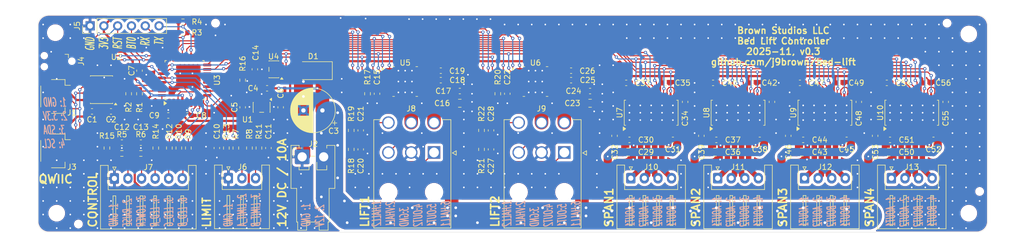
<source format=kicad_pcb>
(kicad_pcb (version 20241229) (generator "pcbnew") (generator_version "9.0")
  (title_block (title "Bed Lift Controller") (date "2025-11") (rev "v0.3") (company "Brown Studios LLC") (comment 1 "github.com/j9brown/bed-lift"))
  (layers (0 "F.Cu" signal) (4 "In1.Cu" signal) (6 "In2.Cu" signal) (2 "B.Cu" signal) (13 "F.Paste" user) (15 "B.Paste" user) (5 "F.SilkS" user "F.Silkscreen") (7 "B.SilkS" user "B.Silkscreen") (1 "F.Mask" user) (3 "B.Mask" user) (25 "Edge.Cuts" user))
  (net 0 "")
  (net 1 "GND")
  (net 2 "+12V")
  (net 3 "+3.3V")
  (net 4 "/~{RESET}")
  (net 5 "/lift1/IPROPI")
  (net 6 "/lift1/VM")
  (net 7 "/lift1/VCP")
  (net 8 "/lift1/CPL")
  (net 9 "/lift1/CPH")
  (net 10 "/lift2/IPROPI")
  (net 11 "/lift2/VM")
  (net 12 "/lift2/VCP")
  (net 13 "/lift2/CPL")
  (net 14 "/lift2/CPH")
  (net 15 "/span1/VM")
  (net 16 "/span1/VCP")
  (net 17 "/span1/CPH")
  (net 18 "/span1/CPL")
  (net 19 "/span1/DVDD")
  (net 20 "/span2/VM")
  (net 21 "/span2/VCP")
  (net 22 "/span2/CPL")
  (net 23 "/span2/CPH")
  (net 24 "/span2/DVDD")
  (net 25 "/span3/VM")
  (net 26 "/span3/VCP")
  (net 27 "/span3/CPL")
  (net 28 "/span3/CPH")
  (net 29 "/span3/DVDD")
  (net 30 "/span4/VM")
  (net 31 "/span4/VCP")
  (net 32 "/span4/CPH")
  (net 33 "/span4/CPL")
  (net 34 "/span4/DVDD")
  (net 35 "/SWDIO")
  (net 36 "/SWCLK{slash}BOOT0")
  (net 37 "/I2C1_SCL")
  (net 38 "/I2C1_SDA")
  (net 39 "/USART1_RX")
  (net 40 "/USART1_TX")
  (net 41 "/lift1/OUT1")
  (net 42 "/lift1/OUT2")
  (net 43 "/VHALL")
  (net 44 "/lift2/OUT2")
  (net 45 "/lift2/OUT1")
  (net 46 "/span1/AOUT2")
  (net 47 "/span1/AOUT1")
  (net 48 "/span1/BOUT1")
  (net 49 "/span1/BOUT2")
  (net 50 "/span2/AOUT2")
  (net 51 "/span2/AOUT1")
  (net 52 "/span2/BOUT1")
  (net 53 "/span2/BOUT2")
  (net 54 "/span3/BOUT2")
  (net 55 "/span3/AOUT1")
  (net 56 "/span3/BOUT1")
  (net 57 "/span3/AOUT2")
  (net 58 "/span4/BOUT2")
  (net 59 "/span4/AOUT2")
  (net 60 "/span4/BOUT1")
  (net 61 "/span4/AOUT1")
  (net 62 "/~{CTRL_RAISE}")
  (net 63 "/~{CTRL_LOWER}")
  (net 64 "/~{LIFT_LIMIT_A}")
  (net 65 "/LED_R")
  (net 66 "/~{LIFT_LIMIT_B}")
  (net 67 "/LED_G")
  (net 68 "/LED_B")
  (net 69 "/~{DRV_SLEEP}")
  (net 70 "/LIFT1_HALL2")
  (net 71 "/LIFT1_HALL1")
  (net 72 "/LIFT2_HALL2")
  (net 73 "/LIFT2_HALL1")
  (net 74 "/SPI1_SCLK")
  (net 75 "/SPI1_SDO")
  (net 76 "/SPI1_SDI")
  (net 77 "/LIFT1_IN2")
  (net 78 "/~{LIFT_FAULT}")
  (net 79 "/LIFT1_IN1")
  (net 80 "/LIFT2_IN2")
  (net 81 "/LIFT2_IN1")
  (net 82 "/~{SPAN_FAULT}")
  (net 83 "/span1/SDO")
  (net 84 "/span2/SDO")
  (net 86 "/span3/SDO")
  (net 88 "/EXT_LIMIT_A")
  (net 89 "/EXT_LIMIT_B")
  (net 90 "/EXT_RAISE")
  (net 91 "/EXT_LOWER")
  (net 92 "/lift1/EXT_HALL2")
  (net 93 "/lift1/EXT_HALL1")
  (net 94 "/lift2/EXT_HALL2")
  (net 95 "/lift2/EXT_HALL1")
  (net 96 "/EXT_G")
  (net 97 "/EXT_R")
  (net 98 "/EXT_B")
  (net 99 "/BUS_GND")
  (net 100 "/BUS_3V3")
  (net 101 "/BUS_SCL")
  (net 102 "/BUS_SDA")
  (net 103 "Net-(U1-ON{slash}~{OFF})")
  (net 104 "Net-(U1-BP)")
  (net 116 "/SPI1_NSS")
  (footprint "Resistor_SMD:R_0603_1608Metric" (layer "F.Cu") (at 56.75 84.75 -90)
    (property "Reference" "R9")
    (property "Value" "220")
  )
  (footprint "DRV8874PWPR:HTSSOP-16 PWP0016J" (layer "F.Cu") (at 120.6875 72.5)
    (property "Reference" "U6")
    (property "Value" "DRV8874PWPR")
  )
  (footprint "Resistor_SMD:R_0603_1608Metric" (layer "F.Cu") (at 66.75 72.25 -90)
    (property "Reference" "R16")
    (property "Value" "10K")
  )
  (footprint "Capacitor_SMD:C_0603_1608Metric" (layer "F.Cu") (at 53.05 78.75 180)
    (property "Reference" "C9")
    (property "Value" "100n")
  )
  (footprint "Generic:JLCPCB_PCBA_Tooling_Hole" (layer "F.Cu") (at 196.5 61.75)
    (property "Reference" "TH1" (hide yes))
    (property "Value" "JLCPCB_PCBA_Tooling_Hole" (hide yes))
  )
  (footprint "Generic:JLCPCB_PCBA_Tooling_Hole" (layer "F.Cu") (at 36.5 98.75)
    (property "Reference" "TH1" (hide yes))
    (property "Value" "JLCPCB_PCBA_Tooling_Hole" (hide yes))
  )
  (footprint "Resistor_SMD:R_0603_1608Metric" (layer "F.Cu") (at 45.75 74.75 90)
    (property "Reference" "R2")
    (property "Value" "2.2K")
  )
  (footprint "Capacitor_SMD:C_0603_1608Metric" (layer "F.Cu") (at 44.5 83.75)
    (property "Reference" "C12")
    (property "Value" "100n")
  )
  (footprint "Capacitor_SMD:C_0603_1608Metric" (layer "F.Cu") (at 148.25 76.25 -90)
    (property "Reference" "C34")
    (property "Value" "1u")
  )
  (footprint "Capacitor_SMD:C_0603_1608Metric" (layer "F.Cu") (at 103.25 72.25 180)
    (property "Reference" "C18")
    (property "Value" "100n")
  )
  (footprint "Capacitor_SMD:C_0805_2012Metric" (layer "F.Cu") (at 169.75 85.5 180)
    (property "Reference" "C43")
    (property "Value" "10u")
  )
  (footprint "Capacitor_SMD:C_0603_1608Metric" (layer "F.Cu") (at 56.55 78.75)
    (property "Reference" "C8")
    (property "Value" "4.7u")
  )
  (footprint "Generic:JLCPCB_PCBA_Tooling_Hole" (layer "F.Cu") (at 202.5 92.75)
    (property "Reference" "TH1" (hide yes))
    (property "Value" "JLCPCB_PCBA_Tooling_Hole" (hide yes))
  )
  (footprint "Connector_JST:JST_SH_SM04B-SRSS-TB_1x04-1MP_P1.00mm_Horizontal" (layer "F.Cu") (at 32.25 85.274999 -90)
    (property "Reference" "J3")
    (property "Value" "SM04B-SRSS-TB")
  )
  (footprint "Capacitor_SMD:C_0805_2012Metric" (layer "F.Cu") (at 185.75 85.5 180)
    (property "Reference" "C50")
    (property "Value" "10u")
  )
  (footprint "Resistor_SMD:R_0603_1608Metric" (layer "F.Cu") (at 86.75 85 -90)
    (property "Reference" "R18")
    (property "Value" "1K")
  )
  (footprint "Capacitor_THT:CP_Radial_D8.0mm_P3.50mm" (layer "F.Cu") (at 81.443 77.8215 180)
    (property "Reference" "C3")
    (property "Value" "680u")
  )
  (footprint "Capacitor_SMD:C_0603_1608Metric" (layer "F.Cu") (at 47.75 70.5 -90)
    (property "Reference" "C7")
    (property "Value" "100n")
  )
  (footprint "Capacitor_SMD:C_0603_1608Metric" (layer "F.Cu") (at 42.5 78 180)
    (property "Reference" "C2")
    (property "Value" "100n")
  )
  (footprint "Generic:NetTie-2_SMD_Pad2.5mm" (layer "F.Cu") (at 129.25 94.5 90)
    (property "Reference" "NT3" (hide yes))
    (property "Value" "NetTie_2" (hide yes))
  )
  (footprint "Connector:Tag-Connect_TC2030-IDC-NL_2x03_P1.27mm_Vertical" (layer "F.Cu") (at 32.75 68.75 180)
    (property "Reference" "J4")
    (property "Value" "TC2030-NL")
  )
  (footprint "Generic:NetTie-2_SMD_Pad1.5mm" (layer "F.Cu") (at 182 94.75 90)
    (property "Reference" "NT7" (hide yes))
    (property "Value" "NetTie_2" (hide yes))
  )
  (footprint "Resistor_SMD:R_0603_1608Metric" (layer "F.Cu") (at 113.75 74.75 -90)
    (property "Reference" "R20")
    (property "Value" "470")
  )
  (footprint "Capacitor_SMD:C_0603_1608Metric" (layer "F.Cu") (at 115.5 74.75 -90)
    (property "Reference" "C22")
    (property "Value" "10n")
  )
  (footprint "Connector_JST:JST_XH_S4B-XH-A_1x04_P2.50mm_Horizontal" (layer "F.Cu") (at 154.25 90.305)
    (property "Reference" "J11")
    (property "Value" "S4B-XH-A")
  )
  (footprint "Capacitor_SMD:C_0603_1608Metric" (layer "F.Cu") (at 151.25 82.5 90)
    (property "Reference" "C39")
    (property "Value" "220n")
  )
  (footprint "Generic:NetTie-2_SMD_Pad2.5mm" (layer "F.Cu") (at 105.25 94.5 90)
    (property "Reference" "NT2" (hide yes))
    (property "Value" "NetTie_2" (hide yes))
  )
  (footprint "Capacitor_SMD:C_0603_1608Metric" (layer "F.Cu") (at 169.4 72.75)
    (property "Reference" "C47")
    (property "Value" "22n")
  )
  (footprint "Capacitor_SMD:C_0603_1608Metric" (layer "F.Cu") (at 192.7 72.75)
    (property "Reference" "C56")
    (property "Value" "100n")
  )
  (footprint "Capacitor_SMD:C_0603_1608Metric" (layer "F.Cu") (at 127.25 72.25 180)
    (property "Reference" "C25")
    (property "Value" "100n")
  )
  (footprint "Resistor_SMD:R_0603_1608Metric" (layer "F.Cu") (at 110.75 81.5 90)
    (property "Reference" "R22")
    (property "Value" "1K")
  )
  (footprint "Capacitor_SMD:C_0603_1608Metric" (layer "F.Cu") (at 154 83.25)
    (property "Reference" "C37")
    (property "Value" "10n")
  )
  (footprint "Resistor_SMD:R_0603_1608Metric" (layer "F.Cu") (at 110.75 85 -90)
    (property "Reference" "R21")
    (property "Value" "1K")
  )
  (footprint "Capacitor_SMD:C_0603_1608Metric" (layer "F.Cu") (at 160.7 72.75)
    (property "Reference" "C42")
    (property "Value" "100n")
  )
  (footprint "Capacitor_SMD:C_0805_2012Metric" (layer "F.Cu") (at 137.75 85.5 180)
    (property "Reference" "C29")
    (property "Value" "10u")
  )
  (footprint "Resistor_SMD:R_0603_1608Metric" (layer "F.Cu") (at 41.75 84.75 -90)
    (property "Reference" "R15")
    (property "Value" "1K")
  )
  (footprint "Capacitor_SMD:C_0603_1608Metric" (layer "F.Cu") (at 185.4 72.75)
    (property "Reference" "C54")
    (property "Value" "22n")
  )
  (footprint "Connector_JST:JST_XH_S6B-XH-A_1x06_P2.50mm_Horizontal" (layer "F.Cu") (at 43.125 90.355)
    (property "Reference" "J7")
    (property "Value" "S6B-XH-A")
  )
  (footprint "DRV8434SPWPR:HTSSOP-28 PWP0028M" (layer "F.Cu") (at 142 78.25 90)
    (property "Reference" "U7")
    (property "Value" "DRV8434SPWPR")
  )
  (footprint "Resistor_SMD:R_0603_1608Metric" (layer "F.Cu") (at 89.75 74.75 -90)
    (property "Reference" "R17")
    (property "Value" "470")
  )
  (footprint "Capacitor_SMD:C_0603_1608Metric" (layer "F.Cu") (at 112.5 85 -90)
    (property "Reference" "C27")
    (property "Value" "10n")
  )
  (footprint "Resistor_SMD:R_0603_1608Metric" (layer "F.Cu") (at 44.5 85.75 180)
    (property "Reference" "R5")
    (property "Value" "10K")
  )
  (footprint "Resistor_SMD:R_0603_1608Metric" (layer "F.Cu") (at 68 84.75 90)
    (property "Reference" "R8")
    (property "Value" "10K")
  )
  (footprint "DRV8434SPWPR:HTSSOP-28 PWP0028M" (layer "F.Cu") (at 158 78.25 90)
    (property "Reference" "U8")
    (property "Value" "DRV8434SPWPR")
  )
  (footprint "Capacitor_SMD:C_0603_1608Metric" (layer "F.Cu") (at 153.4 72.75)
    (property "Reference" "C40")
    (property "Value" "22n")
  )
  (footprint "DRV8434SPWPR:HTSSOP-28 PWP0028M" (layer "F.Cu") (at 174 78.25 90)
    (property "Reference" "U9")
    (property "Value" "DRV8434SPWPR")
  )
  (footprint "Resistor_SMD:R_0603_1608Metric" (layer "F.Cu") (at 69.75 84.75 -90)
    (property "Reference" "R11")
    (property "Value" "1K")
  )
  (footprint "Capacitor_SMD:C_0603_1608Metric" (layer "F.Cu") (at 71.25 73.75 180)
    (property "Reference" "C4")
    (property "Value" "1u")
  )
  (footprint "Capacitor_SMD:C_0603_1608Metric" (layer "F.Cu") (at 62 84.75 -90)
    (property "Reference" "C10")
    (property "Value" "100n")
  )
  (footprint "Capacitor_SMD:C_0603_1608Metric" (layer "F.Cu") (at 130.75 74.25)
    (property "Reference" "C24")
    (property "Value" "100n")
  )
  (footprint "Capacitor_SMD:C_0603_1608Metric" (layer "F.Cu") (at 127.25 70.5)
    (property "Reference" "C26")
    (property "Value" "22n")
  )
  (footprint "Capacitor_SMD:C_0603_1608Metric" (layer "F.Cu") (at 196.25 76.25 -90)
    (property "Reference" "C55")
    (property "Value" "1u")
  )
  (footprint "Molex:MOLEX_39301060" (layer "F.Cu") (at 102 85.57)
    (property "Reference" "J8")
    (property "Value" "Molex Mini Fit Jr 39-30-1060")
  )
  (footprint "Resistor_SMD:R_0603_1608Metric" (layer "F.Cu") (at 55.75 63.5)
    (property "Reference" "R3")
    (property "Value" "100K")
  )
  (footprint "MountingHole:MountingHole_2.7mm_M2.5" (layer "F.Cu") (at 200.5 63.75)
    (property "Reference" "MP2" (hide yes))
    (property "Value" "MountingHole_2.7mm_M2.5")
  )
  (footprint "Generic:JLCPCB_PCBA_Tooling_Hole" (layer "F.Cu") (at 61.75 61.75)
    (property "Reference" "TH1" (hide yes))
    (property "Value" "JLCPCB_PCBA_Tooling_Hole" (hide yes))
  )
  (footprint "Resistor_SMD:R_0603_1608Metric" (layer "F.Cu") (at 53.25 84.75 -90)
    (property "Reference" "R12")
    (property "Value" "220")
  )
  (footprint "Capacitor_SMD:C_0603_1608Metric" (layer "F.Cu") (at 106.75 74.25)
    (property "Reference" "C17")
    (property "Value" "100n")
  )
  (footprint "Capacitor_SMD:C_0603_1608Metric" (layer "F.Cu") (at 88.5 81.5 -90)
    (property "Reference" "C21")
    (property "Value" "10n")
  )
  (footprint "Capacitor_SMD:C_0603_1608Metric" (layer "F.Cu") (at 183.25 82.5 90)
    (property "Reference" "C53")
    (property "Value" "220n")
  )
  (footprint "Capacitor_SMD:C_0603_1608Metric" (layer "F.Cu") (at 178 83.25 180)
    (property "Reference" "C45")
    (property "Value" "10n")
  )
  (footprint "Capacitor_SMD:C_0603_1608Metric" (layer "F.Cu") (at 162 83.25 180)
    (property "Reference" "C38")
    (property "Value" "10n")
  )
  (footprint "Capacitor_SMD:C_0603_1608Metric" (layer "F.Cu") (at 176.7 72.75)
    (property "Reference" "C49")
    (property "Value" "100n")
  )
  (footprint "Capacitor_SMD:C_0603_1608Metric" (layer "F.Cu") (at 146 83.25 180)
    (property "Reference" "C31")
    (property "Value" "10n")
  )
  (footprint "Resistor_SMD:R_0603_1608Metric" (layer "F.Cu") (at 50.75 84.75 -90)
    (property "Reference" "R14")
    (property "Value" "1K")
  )
  (footprint "Capacitor_SMD:C_0603_1608Metric" (layer "F.Cu") (at 39 78)
    (property "Reference" "C1")
    (property "Value" "100n")
  )
  (footprint "Capacitor_SMD:C_0603_1608Metric" (layer "F.Cu") (at 91.5 74.75 -90)
    (property "Reference" "C15")
    (property "Value" "10n")
  )
  (footprint "Generic:NetTie-2_SMD_Pad1.5mm" (layer "F.Cu") (at 134 94.75 90)
    (property "Reference" "NT4" (hide yes))
    (property "Value" "NetTie_2" (hide yes))
  )
  (footprint "Package_QFP:LQFP-32_7x7mm_P0.8mm" (layer "F.Cu") (at 56.05 72.25 90)
    (property "Reference" "U3")
    (property "Value" "STM32C031K6T6")
  )
  (footprint "Connector_JST:JST_XH_S4B-XH-A_1x04_P2.50mm_Horizontal" (layer "F.Cu") (at 170.25 90.305)
    (property "Reference" "J12")
    (property "Value" "S4B-XH-A")
  )
  (footprint "Capacitor_SMD:C_0603_1608Metric" (layer "F.Cu") (at 73.750001 77.25 -90)
    (property "Reference" "C6")
    (property "Value" "2.2u")
  )
  (footprint "Package_TO_SOT_SMD:SOT-23-5" (layer "F.Cu") (at 70.25 77.25 -90)
    (property "Reference" "U1")
    (property "Value" "LP2985-33DBVR")
  )
  (footprint "Capacitor_SMD:C_0805_2012Metric" (layer "F.Cu") (at 153.75 85.5 180)
    (property "Reference" "C36")
    (property "Value" "10u")
  )
  (footprint "Connector_PinHeader_2.54mm:PinHeader_1x06_P2.54mm_Vertical" (layer "F.Cu") (at 38.65 62.25 90)
    (property "Reference" "J5")
    (property "Value" "PH1-06-UA")
  )
  (footprint "Connector_JST:JST_SH_SM04B-SRSS-TB_1x04-1MP_P1.00mm_Horizontal" (layer "F.Cu") (at 32.25 75.25 -90)
    (property "Reference" "J1")
    (property "Value" "SM04B-SRSS-TB")
  )
  (footprint "DRV8434SPWPR:HTSSOP-28 PWP0028M" (layer "F.Cu") (at 190 78.25 90)
    (property "Reference" "U10")
    (property "Value" "DRV8434SPWPR")
  )
  (footprint "Capacitor_SMD:C_0603_1608Metric" (layer "F.Cu") (at 66.75 77.25 -90)
    (property "Reference" "C5")
    (property "Value" "10n")
  )
  (footprint "Capacitor_SMD:C_0603_1608Metric" (layer "F.Cu") (at 48 83.75 180)
    (property "Reference" "C13")
    (property "Value" "100n")
  )
  (footprint "Molex:MOLEX_39301060" (layer "F.Cu") (at 126 85.57)
    (property "Reference" "J9")
    (property "Value" "Molex Mini Fit Jr 39-30-1060")
  )
  (footprint "Resistor_SMD:R_0603_1608Metric" (layer "F.Cu") (at 55.75 61.5)
    (property "Reference" "R4")
    (property "Value" "100K")
  )
  (footprint "Diode_SMD:D_SMA" (layer "F.Cu") (at 79.75 70.5 180)
    (property "Reference" "D1")
    (property "Value" "SMAJ16A")
  )
  (footprint "Capacitor_SMD:C_0603_1608Metric" (layer "F.Cu") (at 112.5 81.5 -90)
    (property "Reference" "C28")
    (property "Value" "10n")
  )
  (footprint "MountingHole:MountingHole_2.7mm_M2.5" (layer "F.Cu") (at 200.5 96.75)
    (property "Reference" "MP4" (hide yes))
    (property "Value" "MountingHole_2.7mm_M2.5")
  )
  (footprint "Connector_JST:JST_XH_S3B-XH-A_1x03_P2.50mm_Horizontal" (layer "F.Cu") (at 64.125 90.3)
    (property "Reference" "J6")
    (property "Value" "S3B-XH-A")
  )
  (footprint "Connector_JST:JST_XH_S4B-XH-A_1x04_P2.50mm_Horizontal" (layer "F.Cu") (at 138.25 90.305)
    (property "Reference" "J10")
    (property "Value" "S4B-XH-A")
  )
  (footprint "Generic:NetTie-2_SMD_Pad1.5mm" (layer "F.Cu") (at 150 94.75 90)
    (property "Reference" "NT5" (hide yes))
    (property "Value" "NetTie_2" (hide yes))
  )
  (footprint "Resistor_SMD:R_0603_1608Metric" (layer "F.Cu") (at 86.75 81.5 90)
    (property "Reference" "R19")
    (property "Value" "1K")
  )
  (footprint "Connector_JST:JST_XH_S4B-XH-A_1x04_P2.50mm_Horizontal" (layer "F.Cu") (at 186.25 90.305)
    (property "Reference" "J13")
    (property "Value" "S4B-XH-A")
  )
  (footprint "Capacitor_SMD:C_0603_1608Metric" (layer "F.Cu") (at 186 83.25)
    (property "Reference" "C51")
    (property "Value" "10n")
  )
  (footprint "Capacitor_SMD:C_0603_1608Metric" (layer "F.Cu") (at 180.25 76.25 -90)
    (property "Reference" "C48")
    (property "Value" "1u")
  )
  (footprint "Capacitor_SMD:C_0603_1608Metric" (layer "F.Cu") (at 170 83.25)
    (property "Reference" "C44")
    (property "Value" "10n")
  )
  (footprint "Capacitor_SMD:C_0603_1608Metric" (layer "F.Cu") (at 137.4 72.75)
    (property "Reference" "C33")
    (property "Value" "22n")
  )
  (footprint "Resistor_SMD:R_0603_1608Metric" (layer "F.Cu") (at 65.5 84.75 90)
    (property "Reference" "R7")
    (property "Value" "10K")
  )
  (footprint "MountingHole:MountingHole_2.7mm_M2.5" (layer "F.Cu") (at 32.5 96.75)
    (property "Reference" "MP3" (hide yes))
    (property "Value" "MountingHole_2.7mm_M2.5")
  )
  (footprint "Capacitor_SMD:C_0603_1608Metric" (layer "F.Cu") (at 144.7 72.75)
    (property "Reference" "C35")
    (property "Value" "100n")
  )
  (footprint "Package_TO_SOT_SMD:SOT-23-5" (layer "F.Cu") (at 72.5 70.25 180)
    (property "Reference" "U4")
    (property "Value" "74LVC1G17W5-7")
  )
  (footprint "Capacitor_SMD:C_0603_1608Metric" (layer "F.Cu") (at 135.25 82.5 90)
    (property "Reference" "C32")
    (property "Value" "220n")
  )
  (footprint "Resistor_SMD:R_0603_1608Metric" (layer "F.Cu") (at 63.75 84.75 -90)
    (property "Reference" "R13")
    (property "Value" "1K")
  )
  (footprint "Capacitor_SMD:C_0603_1608Metric" (layer "F.Cu") (at 167.25 82.5 90)
    (property "Reference" "C46")
    (property "Value" "220n")
  )
  (footprint "Package_SO:SOIC-8_3.9x4.9mm_P1.27mm" (layer "F.Cu") (at 40.75 74 180)
    (property "Reference" "U2")
    (property "Value" "ISO1640")
  )
  (footprint "Resistor_SMD:R_0603_1608Metric" (layer "F.Cu") (at 55 84.75 -90)
    (property "Reference" "R10")
    (property "Value" "220")
  )
  (footprint "Connector_JST:JST_VH_S2P-VH_1x02_P3.96mm_Horizontal" (layer "F.Cu") (at 77.713 86.3715)
    (property "Reference" "J2")
    (property "Value" "S2P-VH")
  )
  (footprint "Capacitor_SMD:C_0603_1608Metric" (layer "F.Cu") (at 69 70.25 90)
    (property "Reference" "C14")
    (property "Value" "100n")
  )
  (footprint "Resistor_SMD:R_0603_1608Metric" (layer "F.Cu") (at 47.75 74.75 90)
    (property "Reference" "R1")
    (property "Value" "2.2K")
  )
  (footprint "Capacitor_SMD:C_0603_1608Metric" (layer "F.Cu") (at 138 83.25)
    (property "Reference" "C30")
    (property "Value" "10n")
  )
  (footprint "Capacitor_SMD:C_0603_1608Metric" (layer "F.Cu") (at 103.25 70.5)
    (property "Reference" "C19")
    (property "Value" "22n")
  )
  (footprint "Capacitor_SMD:C_0603_1608Metric" (layer "F.Cu") (at 71.5 84.75 -90)
    (property "Reference" "C11")
    (property "Value" "100n")
  )
  (footprint "Capacitor_SMD:C_0603_1608Metric" (layer "F.Cu") (at 164.25 76.25 -90)
    (property "Reference" "C41" (hide yes))
    (property "Value" "1u")
  )
  (footprint "Capacitor_SMD:C_0805_2012Metric" (layer "F.Cu") (at 106.75 76.5 180)
    (property "Reference" "C16")
    (property "Value" "10u")
  )
  (footprint "MountingHole:MountingHole_2.7mm_M2.5" (layer "F.Cu") (at 32.25 63.5)
    (property "Reference" "MP1" (hide yes))
    (property "Value" "MountingHole_2.7mm_M2.5")
  )
  (footprint "Capacitor_SMD:C_0603_1608Metric" (layer "F.Cu") (at 194 83.25 180)
    (property "Reference" "C52")
    (property "Value" "10n")
  )
  (footprint "Generic:NetTie-2_SMD_Pad1.5mm" (layer "F.Cu") (at 166 94.75 90)
    (property "Reference" "NT6" (hide yes))
    (property "Value" "NetTie_2" (hide yes))
  )
  (footprint "Resistor_SMD:R_0603_1608Metric" (layer "F.Cu") (at 48 85.75)
    (property "Reference" "R6")
    (property "Value" "10K")
  )
  (footprint "Capacitor_SMD:C_0603_1608Metric" (layer "F.Cu") (at 88.5 85 -90)
    (property "Reference" "C20")
    (property "Value" "10n")
  )
  (footprint "DRV8874PWPR:HTSSOP-16 PWP0016J" (layer "F.Cu") (at 96.6875 72.5)
    (property "Reference" "U5")
    (property "Value" "DRV8874PWPR")
  )
  (footprint "Capacitor_SMD:C_0805_2012Metric" (layer "F.Cu") (at 130.75 76.5 180)
    (property "Reference" "C23")
    (property "Value" "10u")
  )
  (footprint "Generic:NetTie-2_SMD_Pad0.4mm" (layer "B.Cu") (at 80 73.75 180)
    (property "Reference" "NT1" (hide yes))
    (property "Value" "NetTie_2" (hide yes))
  )
  (gr_poly (pts (xy 187.3 79.9) (xy 187.3 83.7) (xy 186.3 83.7) (xy 186.3 82.9) (xy 186.85 82.05) (xy 186.85 79.9)) (fill yes) (layer "F.Cu") (net 1))
  (gr_poly (pts (xy 98.8 73.25) (xy 98.8 73.7) (xy 101.3 73.7) (xy 101.85 73.8) (xy 104.021383 74.75) (xy 105.5 72.531036) (xy 104.325292 71.787619) (xy 103.196517 72.970238) (xy 102.1 72.95) (xy 101.5 73.25)) (fill yes) (layer "F.Cu") (net 6))
  (gr_poly (pts (xy 170.65 80.55) (xy 170.65 81.95) (xy 169.975 82.9) (xy 169.975 83.7) (xy 168.8 83.7) (xy 168.8 82.625) (xy 170 82.049607) (xy 170.2 81.85) (xy 170.2 80.55)) (fill yes) (layer "F.Cu") (net 25))
  (gr_poly (pts (xy 138.65 80.55) (xy 138.65 81.95) (xy 137.975 82.9) (xy 137.975 83.7) (xy 136.8 83.7) (xy 136.8 82.625) (xy 138 82.049607) (xy 138.2 81.85) (xy 138.2 80.55)) (fill yes) (layer "F.Cu") (net 15))
  (gr_poly (pts (xy 161.35 80.55) (xy 161.35 81.95) (xy 162.025 82.9) (xy 162.025 83.7) (xy 163.2 83.7) (xy 163.2 82.625) (xy 161.95 82.018578) (xy 161.8 81.85) (xy 161.8 80.55)) (fill yes) (layer "F.Cu") (net 20))
  (gr_poly (pts (xy 177.35 80.55) (xy 177.35 81.95) (xy 178.025 82.9) (xy 178.025 83.7) (xy 179.2 83.7) (xy 179.2 82.625) (xy 177.95 82.018578) (xy 177.8 81.85) (xy 177.8 80.55)) (fill yes) (layer "F.Cu") (net 25))
  (gr_poly (pts (xy 98.8 73.25) (xy 98.8 73.7) (xy 101.3 73.7) (xy 101.85 73.8) (xy 104.021383 74.75) (xy 105.5 72.531036) (xy 104.325292 71.787619) (xy 103.196517 72.970238) (xy 102.1 72.95) (xy 101.5 73.25)) (fill yes) (layer "F.Cu") (net 6))
  (gr_poly (pts (xy 161.35 80.55) (xy 161.35 81.95) (xy 162.025 82.9) (xy 162.025 83.7) (xy 163.2 83.7) (xy 163.2 82.625) (xy 161.95 82.018578) (xy 161.8 81.85) (xy 161.8 80.55)) (fill yes) (layer "F.Cu") (net 20))
  (gr_poly (pts (xy 186.65 80.55) (xy 186.65 81.95) (xy 185.975 82.9) (xy 185.975 83.7) (xy 184.8 83.7) (xy 184.8 82.625) (xy 186 82.049607) (xy 186.2 81.85) (xy 186.2 80.55)) (fill yes) (layer "F.Cu") (net 30))
  (gr_poly (pts (xy 94.65 74.55) (xy 94.65 75.15) (xy 94.983271 75.216559) (xy 93.05 76.65) (xy 92.9 75.05) (xy 92.9 74.55)) (fill yes) (layer "F.Cu") (net 41))
  (gr_poly (pts (xy 139.3 79.9) (xy 139.3 83.7) (xy 138.3 83.7) (xy 138.3 82.9) (xy 138.85 82.05) (xy 138.85 79.9)) (fill yes) (layer "F.Cu") (net 1))
  (gr_poly (pts (xy 107 72.75) (xy 109.5 72.75) (xy 109.5 78.25) (xy 107 78.25)) (stroke (width 0.1)) (fill yes) (layer "F.Cu") (net 1))
  (gr_poly (pts (xy 107 72.75) (xy 109.5 72.75) (xy 109.5 78.25) (xy 107 78.25)) (stroke (width 0.1)) (fill yes) (layer "F.Cu") (net 1))
  (gr_poly (pts (xy 171.3 79.9) (xy 171.3 83.7) (xy 170.3 83.7) (xy 170.3 82.9) (xy 170.85 82.05) (xy 170.85 79.9)) (fill yes) (layer "F.Cu") (net 1))
  (gr_poly (pts (xy 118.65 74.55) (xy 118.65 75.15) (xy 118.983271 75.216559) (xy 117.05 76.65) (xy 116.9 75.05) (xy 116.9 74.55)) (fill yes) (layer "F.Cu") (net 45))
  (gr_poly (pts (xy 122.8 73.25) (xy 122.8 73.7) (xy 125.3 73.7) (xy 125.85 73.8) (xy 128.021383 74.75) (xy 129.5 72.531036) (xy 128.325292 71.787619) (xy 127.196517 72.970238) (xy 126.1 72.95) (xy 125.5 73.25)) (fill yes) (layer "F.Cu") (net 11))
  (gr_poly (pts (xy 98.8 73.9) (xy 101.15 73.9) (xy 101.7 74) (xy 103.25 75) (xy 103.25 75.8) (xy 100.75 75.8) (xy 100.75 74.8) (xy 100.35 74.35) (xy 98.8 74.35)) (fill yes) (layer "F.Cu") (net 42))
  (gr_poly (pts (xy 176.7 79.9) (xy 176.7 83.7) (xy 177.7 83.7) (xy 177.7 82.9) (xy 177.15 82.05) (xy 177.15 79.9)) (fill yes) (layer "F.Cu") (net 1))
  (gr_poly (pts (xy 139.3 79.9) (xy 139.3 83.7) (xy 138.3 83.7) (xy 138.3 82.9) (xy 138.85 82.05) (xy 138.85 79.9)) (fill yes) (layer "F.Cu") (net 1))
  (gr_poly (pts (xy 176.7 79.9) (xy 176.7 83.7) (xy 177.7 83.7) (xy 177.7 82.9) (xy 177.15 82.05) (xy 177.15 79.9)) (fill yes) (layer "F.Cu") (net 1))
  (gr_poly (pts (xy 155.3 79.9) (xy 155.3 83.7) (xy 154.3 83.7) (xy 154.3 82.9) (xy 154.85 82.05) (xy 154.85 79.9)) (fill yes) (layer "F.Cu") (net 1))
  (gr_poly (pts (xy 160.7 79.9) (xy 160.7 83.7) (xy 161.7 83.7) (xy 161.7 82.9) (xy 161.15 82.05) (xy 161.15 79.9)) (fill yes) (layer "F.Cu") (net 1))
  (gr_poly (pts (xy 144.7 79.9) (xy 144.7 83.7) (xy 145.7 83.7) (xy 145.7 82.9) (xy 145.15 82.05) (xy 145.15 79.9)) (fill yes) (layer "F.Cu") (net 1))
  (gr_poly (pts (xy 144.7 79.9) (xy 144.7 83.7) (xy 145.7 83.7) (xy 145.7 82.9) (xy 145.15 82.05) (xy 145.15 79.9)) (fill yes) (layer "F.Cu") (net 1))
  (gr_poly (pts (xy 154.65 80.55) (xy 154.65 81.95) (xy 153.975 82.9) (xy 153.975 83.7) (xy 152.8 83.7) (xy 152.8 82.625) (xy 154 82.049607) (xy 154.2 81.85) (xy 154.2 80.55)) (fill yes) (layer "F.Cu") (net 20))
  (gr_poly (pts (xy 122.8 73.9) (xy 125.15 73.9) (xy 125.7 74) (xy 127.25 75) (xy 127.25 75.8) (xy 124.75 75.8) (xy 124.75 74.8) (xy 124.35 74.35) (xy 122.8 74.35)) (fill yes) (layer "F.Cu") (net 44))
  (gr_poly (pts (xy 170.65 80.55) (xy 170.65 81.95) (xy 169.975 82.9) (xy 169.975 83.7) (xy 168.8 83.7) (xy 168.8 82.625) (xy 170 82.049607) (xy 170.2 81.85) (xy 170.2 80.55)) (fill yes) (layer "F.Cu") (net 25))
  (gr_poly (pts (xy 98.8 73.9) (xy 101.15 73.9) (xy 101.7 74) (xy 103.25 75) (xy 103.25 75.8) (xy 100.75 75.8) (xy 100.75 74.8) (xy 100.35 74.35) (xy 98.8 74.35)) (fill yes) (layer "F.Cu") (net 42))
  (gr_poly (pts (xy 145.35 80.55) (xy 145.35 81.95) (xy 146.025 82.9) (xy 146.025 83.7) (xy 147.2 83.7) (xy 147.2 82.625) (xy 145.95 82.018578) (xy 145.8 81.85) (xy 145.8 80.55)) (fill yes) (layer "F.Cu") (net 15))
  (gr_poly (pts (xy 193.35 80.55) (xy 193.35 81.95) (xy 194.025 82.9) (xy 194.025 83.7) (xy 195.2 83.7) (xy 195.2 82.625) (xy 193.95 82.018578) (xy 193.8 81.85) (xy 193.8 80.55)) (fill yes) (layer "F.Cu") (net 30))
  (gr_poly (pts (xy 94.65 74.55) (xy 94.65 75.15) (xy 94.983271 75.216559) (xy 93.05 76.65) (xy 92.9 75.05) (xy 92.9 74.55)) (fill yes) (layer "F.Cu") (net 41))
  (gr_poly (pts (xy 192.7 79.9) (xy 192.7 83.7) (xy 193.7 83.7) (xy 193.7 82.9) (xy 193.15 82.05) (xy 193.15 79.9)) (fill yes) (layer "F.Cu") (net 1))
  (gr_poly (pts (xy 131 72.75) (xy 133.5 72.75) (xy 133.5 78.25) (xy 131 78.25)) (stroke (width 0.1)) (fill yes) (layer "F.Cu") (net 1))
  (gr_poly (pts (xy 138.65 80.55) (xy 138.65 81.95) (xy 137.975 82.9) (xy 137.975 83.7) (xy 136.8 83.7) (xy 136.8 82.625) (xy 138 82.049607) (xy 138.2 81.85) (xy 138.2 80.55)) (fill yes) (layer "F.Cu") (net 15))
  (gr_poly (pts (xy 155.3 79.9) (xy 155.3 83.7) (xy 154.3 83.7) (xy 154.3 82.9) (xy 154.85 82.05) (xy 154.85 79.9)) (fill yes) (layer "F.Cu") (net 1))
  (gr_poly (pts (xy 177.35 80.55) (xy 177.35 81.95) (xy 178.025 82.9) (xy 178.025 83.7) (xy 179.2 83.7) (xy 179.2 82.625) (xy 177.95 82.018578) (xy 177.8 81.85) (xy 177.8 80.55)) (fill yes) (layer "F.Cu") (net 25))
  (gr_poly (pts (xy 160.7 79.9) (xy 160.7 83.7) (xy 161.7 83.7) (xy 161.7 82.9) (xy 161.15 82.05) (xy 161.15 79.9)) (fill yes) (layer "F.Cu") (net 1))
  (gr_poly (pts (xy 145.35 80.55) (xy 145.35 81.95) (xy 146.025 82.9) (xy 146.025 83.7) (xy 147.2 83.7) (xy 147.2 82.625) (xy 145.95 82.018578) (xy 145.8 81.85) (xy 145.8 80.55)) (fill yes) (layer "F.Cu") (net 15))
  (gr_poly (pts (xy 154.65 80.55) (xy 154.65 81.95) (xy 153.975 82.9) (xy 153.975 83.7) (xy 152.8 83.7) (xy 152.8 82.625) (xy 154 82.049607) (xy 154.2 81.85) (xy 154.2 80.55)) (fill yes) (layer "F.Cu") (net 20))
  (gr_poly (pts (xy 171.3 79.9) (xy 171.3 83.7) (xy 170.3 83.7) (xy 170.3 82.9) (xy 170.85 82.05) (xy 170.85 79.9)) (fill yes) (layer "F.Cu") (net 1))
  (gr_line (start 204 62.25) (end 204 98.25) (stroke (width 0.05)) (layer "Edge.Cuts"))
  (gr_arc (start 204 98.25) (mid 203.414214 99.664214) (end 202 100.25) (stroke (width 0.05)) (layer "Edge.Cuts"))
  (gr_line (start 202 100.25) (end 31 100.25) (stroke (width 0.05)) (layer "Edge.Cuts"))
  (gr_arc (start 202 60.25) (mid 203.414214 60.835786) (end 204 62.25) (stroke (width 0.05)) (layer "Edge.Cuts"))
  (gr_arc (start 31 100.25) (mid 29.585786 99.664214) (end 29 98.25) (stroke (width 0.05)) (layer "Edge.Cuts"))
  (gr_arc (start 29 62.25) (mid 29.585786 60.835786) (end 31 60.25) (stroke (width 0.05)) (layer "Edge.Cuts"))
  (gr_line (start 29 98.25) (end 29 62.25) (stroke (width 0.05)) (layer "Edge.Cuts"))
  (gr_line (start 31 60.25) (end 202 60.25) (stroke (width 0.05)) (layer "Edge.Cuts"))
  (gr_text "LIMIT" (at 60.125 99.55 90) (layer "F.SilkS") (effects (font (size 1.5 1.5) (thickness 0.3) (bold yes)) (justify left)))
  (gr_text "SPAN2" (at 150.25 99.5 90) (layer "F.SilkS") (effects (font (size 1.5 1.5) (thickness 0.3) (bold yes)) (justify left)))
  (gr_text "SPAN1" (at 134.25 99.5 90) (layer "F.SilkS") (effects (font (size 1.5 1.5) (thickness 0.3) (bold yes)) (justify left)))
  (gr_text "QWIIC" (at 29 90.5 0) (layer "F.SilkS") (effects (font (size 1.5 1.5) (thickness 0.3) (bold yes)) (justify left)))
  (gr_text "CONTROL" (at 39.125 99.55 90) (layer "F.SilkS") (effects (font (size 1.5 1.5) (thickness 0.3) (bold yes)) (justify left)))
  (gr_text "LIFT1" (at 89.25 99.5 90) (layer "F.SilkS") (effects (font (size 1.5 1.5) (thickness 0.3) (bold yes)) (justify left)))
  (gr_text "12V DC / 10A" (at 74 99.5 90) (layer "F.SilkS") (effects (font (size 1.5 1.5) (thickness 0.3) (bold yes)) (justify left)))
  (gr_text "GND\n3V3\nRST\nBT0\nRX\nTX" (at 45 64.25 90) (layer "F.SilkS") (effects (font (size 1.58 0.8) (thickness 0.1875) (italic yes)) (justify right)))
  (gr_text "SPAN3" (at 166.25 99.5 90) (layer "F.SilkS") (effects (font (size 1.5 1.5) (thickness 0.3) (bold yes)) (justify left)))
  (gr_text "${COMPANY}\n${TITLE}\n${ISSUE_DATE}, ${REVISION}\n${COMMENT1}" (at 166.35 66 0) (layer "F.SilkS") (effects (font (size 1.2 1.2) (thickness 0.24) (bold yes))))
  (gr_text "SPAN4" (at 182.25 99.5 90) (layer "F.SilkS") (effects (font (size 1.5 1.5) (thickness 0.3) (bold yes)) (justify left)))
  (gr_text "LIFT2" (at 113.25 99.5 90) (layer "F.SilkS") (effects (font (size 1.5 1.5) (thickness 0.3) (bold yes)) (justify left)))
  (gr_text "1: GND\n2: LIMIT_A\n3: LIMIT_B" (at 66.65 99.25 90) (layer "B.SilkS") (effects (font (size 1.58 0.8) (thickness 0.1875) (italic yes)) (justify right mirror)))
  (gr_text "1: AOUT1\n2: AOUT2\n3: BOUT2\n4: BOUT1" (at 173.95 99.25 90) (layer "B.SilkS") (effects (font (size 1.58 0.8) (thickness 0.1875) (italic yes)) (justify right mirror)))
  (gr_text "1: AOUT1\n2: AOUT2\n3: BOUT2\n4: BOUT1" (at 189.95 99.25 90) (layer "B.SilkS") (effects (font (size 1.58 0.8) (thickness 0.1875) (italic yes)) (justify right mirror)))
  (gr_text "1: GND\n2: 12V" (at 79.7 99.25 90) (layer "B.SilkS") (effects (font (size 1.58 0.8) (thickness 0.1875) (italic yes)) (justify right mirror)))
  (gr_text "1: GND\n2: RAISE\n3: LOWER\n4: LED_R\n5: LED_G\n6: LED_B" (at 49.35 99.25 90) (layer "B.SilkS") (effects (font (size 1.58 0.8) (thickness 0.1875) (italic yes)) (justify right mirror)))
  (gr_text "1: GND\n2: 3.3V\n3: SDA\n4: SCL" (at 30 80.15 0) (layer "B.SilkS") (effects (font (size 1.58 0.8) (thickness 0.1875) (italic yes)) (justify right mirror)))
  (gr_text "1:HALL2\n2:VHALL\n3:GND\n4:OUT2\n5:OUT1\n6:HALL1" (at 121.8 99.25 90) (layer "B.SilkS") (effects (font (size 1.58 0.8) (thickness 0.1875) (italic yes)) (justify right mirror)))
  (gr_text "1: AOUT1\n2: AOUT2\n3: BOUT2\n4: BOUT1" (at 157.95 99.25 90) (layer "B.SilkS") (effects (font (size 1.58 0.8) (thickness 0.1875) (italic yes)) (justify right mirror)))
  (gr_text "1: AOUT1\n2: AOUT2\n3: BOUT2\n4: BOUT1" (at 141.95 99.25 90) (layer "B.SilkS") (effects (font (size 1.58 0.8) (thickness 0.1875) (italic yes)) (justify right mirror)))
  (gr_text "1:HALL2\n2:VHALL\n3:GND\n4:OUT2\n5:OUT1\n6:HALL1" (at 97.8 99.25 90) (layer "B.SilkS") (effects (font (size 1.58 0.8) (thickness 0.1875) (italic yes)) (justify right mirror)))
  (segment (start 72.975002 69.300001) (end 73.6375 69.300001) (width 0.4) (layer "F.Cu") (net 1))
  (segment (start 77.943 86.1415) (end 77.713 86.3715) (width 2.5) (layer "F.Cu") (net 1))
  (segment (start 186.7 86.875) (end 186.699999 85.5) (width 1) (layer "F.Cu") (net 1))
  (segment (start 68.000001 77.176) (end 70.25 77.176) (width 0.4) (layer "F.Cu") (net 1))
  (segment (start 77.943 77.8215) (end 77.943 75.25) (width 2.5) (layer "F.Cu") (net 1))
  (segment (start 194.225 81.1) (end 194.225 79.725) (width 0.4) (layer "F.Cu") (net 1))
  (segment (start 156.375 75.3875) (end 156.375 76.625) (width 0.4) (layer "F.Cu") (net 1))
  (segment (start 72.025004 70.25) (end 72.975002 69.300001) (width 0.4) (layer "F.Cu") (net 1))
  (segment (start 69.875002 70.25) (end 70.300001 70.249999) (width 0.4) (layer "F.Cu") (net 1))
  (segment (start 70.25 76.1125) (end 70.25 74.8) (width 0.4) (layer "F.Cu") (net 1))
  (segment (start 193.225 84.15) (end 193.225 83.25) (width 1) (layer "F.Cu") (net 1))
  (segment (start 88.5 82.275) (end 89.725 82.275) (width 0.4) (layer "F.Cu") (net 1))
  (segment (start 48.975 71.275) (end 49 71.25) (width 0.4) (layer "F.Cu") (net 1))
  (segment (start 123.55 70.875) (end 122.0625 70.875) (width 0.4) (layer "F.Cu") (net 1))
  (segment (start 71.5 85.525) (end 71.5 85.975) (width 0.4) (layer "F.Cu") (net 1))
  (segment (start 73.75 76.475001) (end 73.201001 76.475) (width 0.4) (layer "F.Cu") (net 1))
  (segment (start 56.45 77.875) (end 57.325 78.75) (width 0.4) (layer "F.Cu") (net 1))
  (segment (start 71.5 85.975) (end 71.5 86.5) (width 0.4) (layer "F.Cu") (net 1))
  (segment (start 154.7 86.875) (end 154.699999 85.5) (width 1) (layer "F.Cu") (net 1))
  (segment (start 170.775 84.25) (end 170.775 85.424999) (width 1) (layer "F.Cu") (net 1))
  (segment (start 99.55 70.875) (end 98.0625 70.875) (width 0.4) (layer "F.Cu") (net 1))
  (segment (start 188.375 75.3875) (end 188.375 76.625) (width 0.4) (layer "F.Cu") (net 1))
  (segment (start 186.775 84.25) (end 186.775 85.424999) (width 1) (layer "F.Cu") (net 1))
  (segment (start 161.225 84.15) (end 161.225 83.25) (width 1) (layer "F.Cu") (net 1))
  (segment (start 91.5 75.525) (end 91.5 76.5) (width 0.4) (layer "F.Cu") (net 1))
  (segment (start 89.75 75.575) (end 89.75 76.5) (width 0.4) (layer "F.Cu") (net 1))
  (segment (start 31.48 68.115) (end 31.48 67.02) (width 0.4) (layer "F.Cu") (net 1))
  (segment (start 138.775 83.25) (end 138.775 84.25) (width 1) (layer "F.Cu") (net 1))
  (segment (start 77.943 75.25) (end 77.943 72.5) (width 2.5) (layer "F.Cu") (net 1))
  (segment (start 112.5 85.775) (end 113.725 85.775) (width 0.4) (layer "F.Cu") (net 1))
  (segment (start 170.775 83.25) (end 170.775 84.25) (width 1) (layer "F.Cu") (net 1))
  (segment (start 99.55 74.775) (end 97.9625 74.775) (width 0.4) (layer "F.Cu") (net 1))
  (segment (start 154.775 84.25) (end 154.775 85.424999) (width 1) (layer "F.Cu") (net 1))
  (segment (start 77.943 70.693) (end 77.75 70.5) (width 2.5) (layer "F.Cu") (net 1))
  (segment (start 162.225 81.1) (end 162.225 79.725) (width 0.4) (layer "F.Cu") (net 1))
  (segment (start 157.025 75.3875) (end 157.025 76.725) (width 0.4) (layer "F.Cu") (net 1))
  (segment (start 52.275 78.525) (end 53.05 77.75) (width 0.4) (layer "F.Cu") (net 1))
  (segment (start 66.750001 76.475001) (end 67.299001 76.475) (width 0.4) (layer "F.Cu") (net 1))
  (segment (start 115.5 75.525) (end 115.5 76.5) (width 0.4) (layer "F.Cu") (net 1))
  (segment (start 113.725 85.775) (end 113.75 85.75) (width 0.4) (layer "F.Cu") (net 1))
  (segment (start 148.25 77.025) (end 146.525 77.025) (width 0.4) (layer "F.Cu") (net 1))
  (segment (start 172.375 75.3875) (end 172.375 76.625) (width 0.4) (layer "F.Cu") (net 1))
  (segment (start 69.100002 69.475) (end 69.875002 70.25) (width 0.4) (layer "F.Cu") (net 1))
  (segment (start 89.725 85.775) (end 89.75 85.75) (width 0.4) (layer "F.Cu") (net 1))
  (segment (start 170.775 85.424999) (end 170.699999 85.5) (width 1) (layer "F.Cu") (net 1))
  (segment (start 70.25 74.8) (end 70.25 73.975) (width 0.4) (layer "F.Cu") (net 1))
  (segment (start 180.25 77.025) (end 178.525 77.025) (width 0.4) (layer "F.Cu") (net 1))
  (segment (start 140.375 75.3875) (end 140.375 76.625) (width 0.4) (layer "F.Cu") (net 1))
  (segment (start 41.725 72.975) (end 41.725 78) (width 0.4) (layer "F.Cu") (net 1))
  (segment (start 189.025 75.3875) (end 189.025 76.725) (width 0.4) (layer "F.Cu") (net 1))
  (segment (start 70.300001 70.249999) (end 72.025004 70.25) (width 0.4) (layer "F.Cu") (net 1))
  (segment (start 186.775 83.25) (end 186.775 84.25) (width 1) (layer "F.Cu") (net 1))
  (segment (start 62 85.525) (end 62 85.975) (width 0.4) (layer "F.Cu") (net 1))
  (segment (start 70.25 77.176) (end 72.5 77.176) (width 0.4) (layer "F.Cu") (net 1))
  (segment (start 77.943 72.5) (end 77.943 70.693) (width 2.5) (layer "F.Cu") (net 1))
  (segment (start 112.5 82.275) (end 113.725 82.275) (width 0.4) (layer "F.Cu") (net 1))
  (segment (start 47.75 71.275) (end 48.975 71.275) (width 0.4) (layer "F.Cu") (net 1))
  (segment (start 177.225 84.15) (end 177.225 83.25) (width 1) (layer "F.Cu") (net 1))
  (segment (start 113.75 75.575) (end 113.75 76.5) (width 0.4) (layer "F.Cu") (net 1))
  (segment (start 73.201001 76.475) (end 72.5 77.176) (width 0.4) (layer "F.Cu") (net 1))
  (segment (start 146.225 81.1) (end 146.225 79.725) (width 0.4) (layer "F.Cu") (net 1))
  (segment (start 154.775 85.424999) (end 154.699999 85.5) (width 1) (layer "F.Cu") (net 1))
  (segment (start 42.605 72.095) (end 41.725 72.975) (width 0.4) (layer "F.Cu") (net 1))
  (segment (start 173.025 75.3875) (end 173.025 76.725) (width 0.4) (layer "F.Cu") (net 1))
  (segment (start 186.775 85.424999) (end 186.699999 85.5) (width 1) (layer "F.Cu") (net 1))
  (segment (start 141.025 75.3875) (end 141.025 76.725) (width 0.4) (layer "F.Cu") (net 1))
  (segment (start 70.25 76.1125) (end 70.25 77.176) (width 0.4) (layer "F.Cu") (net 1))
  (segment (start 170.7 86.875) (end 170.699999 85.5) (width 1) (layer "F.Cu") (net 1))
  (segment (start 145.225 84.15) (end 145.225 83.25) (width 1) (layer "F.Cu") (net 1))
  (segment (start 88.5 85.775) (end 89.725 85.775) (width 0.4) (layer "F.Cu") (net 1))
  (segment (start 45.275 83.975) (end 44.5 84.75) (width 0.4) (layer "F.Cu") (net 1))
  (segment (start 77.943 77.8215) (end 77.943 86.1415) (width 2.5) (layer "F.Cu") (net 1))
  (segment (start 196.25 77.025) (end 194.525 77.025) (width 0.4) (layer "F.Cu") (net 1))
  (segment (start 123.55 74.775) (end 121.9625 74.775) (width 0.4) (layer "F.Cu") (net 1))
  (segment (start 138.775 85.424999) (end 138.699999 85.5) (width 1) (layer "F.Cu") (net 1))
  (segment (start 138.7 86.875) (end 138.699999 85.5) (width 1) (layer "F.Cu") (net 1))
  (segment (start 67.299001 76.475) (end 68.000001 77.176) (width 0.4) (layer "F.Cu") (net 1))
  (segment (start 178.225 81.1) (end 178.225 79.725) (width 0.4) (layer "F.Cu") (net 1))
  (segment (start 47.225 83.975) (end 48 84.75) (width 0.4) (layer "F.Cu") (net 1))
  (segment (start 56.45 76.425) (end 56.45 77.75) (width 0.4) (layer "F.Cu") (net 1))
  (segment (start 66.925 73.075) (end 67.6 72.4) (width 0.4) (layer "F.Cu") (net 1))
  (segment (start 138.775 84.25) (end 138.775 85.424999) (width 1) (layer "F.Cu") (net 1))
  (segment (start 164.25 77.025) (end 162.525 77.025) (width 0.4) (layer "F.Cu") (net 1))
  (segment (start 62 85.975) (end 62 86.5) (width 0.4) (layer "F.Cu") (net 1))
  (segment (start 154.775 83.25) (end 154.775 84.25) (width 1) (layer "F.Cu") (net 1))
  (via (at 70 94.5) (size 0.5) (drill 0.3) (layers "F.Cu" "B.Cu") (net 1))
  (via (at 32.5 89.5) (size 0.5) (drill 0.3) (layers "F.Cu" "B.Cu") (net 1))
  (via (at 195 67) (size 0.5) (drill 0.3) (layers "F.Cu" "B.Cu") (net 1))
  (via (at 193.225 84.15) (size 0.6) (drill 0.3) (layers "F.Cu" "B.Cu") (net 1))
  (via (at 194 78.25) (size 0.5) (drill 0.3) (layers "F.Cu" "B.Cu") (net 1))
  (via (at 107.5 84.5) (size 0.5) (drill 0.3) (layers "F.Cu" "B.Cu") (net 1))
  (via (at 122.5 62) (size 0.5) (drill 0.3) (layers "F.Cu" "B.Cu") (net 1))
  (via (at 190 76.9) (size 0.5) (drill 0.3) (layers "F.Cu" "B.Cu") (net 1))
  (via (at 42.5 79.5) (size 0.5) (drill 0.3) (layers "F.Cu" "B.Cu") (net 1))
  (via (at 155 62) (size 0.5) (drill 0.3) (layers "F.Cu" "B.Cu") (net 1))
  (via (at 160 64.5) (size 0.5) (drill 0.3) (layers "F.Cu" "B.Cu") (net 1))
  (via (at 195 69.5) (size 0.5) (drill 0.3) (layers "F.Cu" "B.Cu") (net 1))
  (via (at 122.5 89.5) (size 0.5) (drill 0.3) (layers "F.Cu" "B.Cu") (net 1))
  (via (at 120 89.5) (size 0.5) (drill 0.3) (layers "F.Cu" "B.Cu") (net 1))
  (via (at 197.5 97) (size 0.5) (drill 0.3) (layers "F.Cu" "B.Cu") (net 1))
  (via (at 52.5 94.5) (size 0.5) (drill 0.3) (layers "F.Cu" "B.Cu") (net 1))
  (via (at 89.725 82.275) (size 0.6) (drill 0.3) (layers "F.Cu" "B.Cu") (net 1))
  (via (at 110 89.5) (size 0.5) (drill 0.3) (layers "F.Cu" "B.Cu") (net 1))
  (via (at 202.5 62) (size 0.5) (drill 0.3) (layers "F.Cu" "B.Cu") (net 1))
  (via (at 200 99.5) (size 0.5) (drill 0.3) (layers "F.Cu" "B.Cu") (net 1))
  (via (at 190 94.5) (size 0.5) (drill 0.3) (layers "F.Cu" "B.Cu") (net 1))
  (via (at 192.5 92) (size 0.5) (drill 0.3) (layers "F.Cu" "B.Cu") (net 1))
  (via (at 120.6875 74.5) (size 0.5) (drill 0.3) (layers "F.Cu" "B.Cu") (net 1))
  (via (at 109.9 61) (size 0.5) (drill 0.3) (layers "F.Cu" "B.Cu") (net 1))
  (via (at 195 72) (size 0.5) (drill 0.3) (layers "F.Cu" "B.Cu") (net 1))
  (via (at 52 81.25) (size 0.5) (drill 0.3) (layers "F.Cu" "B.Cu") (net 1))
  (via (at 77.5 89.5) (size 0.5) (drill 0.3) (layers "F.Cu" "B.Cu") (net 1))
  (via (at 64.65 75.1) (size 0.5) (drill 0.3) (layers "F.Cu" "B.Cu") (net 1))
  (via (at 147.5 87) (size 0.5) (drill 0.3) (layers "F.Cu" "B.Cu") (net 1))
  (via (at 117.5 89.5) (size 0.5) (drill 0.3) (layers "F.Cu" "B.Cu") (net 1))
  (via (at 44.5 84.75) (size 0.6) (drill 0.3) (layers "F.Cu" "B.Cu") (net 1))
  (via (at 200 77) (size 0.5) (drill 0.3) (layers "F.Cu" "B.Cu") (net 1))
  (via (at 167.5 77) (size 0.5) (drill 0.3) (layers "F.Cu" "B.Cu") (net 1))
  (via (at 35 62) (size 0.5) (drill 0.3) (layers "F.Cu" "B.Cu") (net 1))
  (via (at 60 62) (size 0.5) (drill 0.3) (layers "F.Cu" "B.Cu") (net 1))
  (via (at 146 79.6) (size 0.5) (drill 0.3) (layers "F.Cu" "B.Cu") (net 1))
  (via (at 152.5 64.5) (size 0.5) (drill 0.3) (layers "F.Cu" "B.Cu") (net 1))
  (via (at 113.75 76.5) (size 0.6) (drill 0.3) (layers "F.Cu" "B.Cu") (net 1))
  (via (at 125 62) (size 0.5) (drill 0.3) (layers "F.Cu" "B.Cu") (net 1))
  (via (at 190 97) (size 0.5) (drill 0.3) (layers "F.Cu" "B.Cu") (net 1))
  (via (at 65 99.5) (size 0.5) (drill 0.3) (layers "F.Cu" "B.Cu") (net 1))
  (via (at 156 79.6) (size 0.5) (drill 0.3) (layers "F.Cu" "B.Cu") (net 1))
  (via (at 162 79.6) (size 0.5) (drill 0.3) (layers "F.Cu" "B.Cu") (net 1))
  (via (at 190 78.25) (size 0.5) (drill 0.3) (layers "F.Cu" "B.Cu") (net 1))
  (via (at 186.775 84.25) (size 0.6) (drill 0.3) (layers "F.Cu" "B.Cu") (net 1))
  (via (at 172 78.25) (size 0.5) (drill 0.3) (layers "F.Cu" "B.Cu") (net 1))
  (via (at 144 78.25) (size 0.5) (drill 0.3) (layers "F.Cu" "B.Cu") (net 1))
  (via (at 165 62) (size 0.5) (drill 0.3) (layers "F.Cu" "B.Cu") (net 1))
  (via (at 142 78.25) (size 0.5) (drill 0.3) (layers "F.Cu" "B.Cu") (net 1))
  (via (at 195 97) (size 0.5) (drill 0.3) (layers "F.Cu" "B.Cu") (net 1))
  (via (at 165 64.5) (size 0.5) (drill 0.3) (layers "F.Cu" "B.Cu") (net 1))
  (via (at 176 79.6) (size 0.5) (drill 0.3) (layers "F.Cu" "B.Cu") (net 1))
  (via (at 154.7 86.875) (size 0.6) (drill 0.3) (layers "F.Cu" "B.Cu") (net 1))
  (via (at 89.75 76.5) (size 0.6) (drill 0.3) (layers "F.Cu" "B.Cu") (net 1))
  (via (at 180 64.5) (size 0.5) (drill 0.3) (layers "F.Cu" "B.Cu") (net 1))
  (via (at 77.5 99.5) (size 0.5) (drill 0.3) (layers "F.Cu" "B.Cu") (net 1))
  (via (at 132 92) (size 0.5) (drill 0.3) (layers "F.Cu" "B.Cu") (net 1))
  (via (at 190 92) (size 0.5) (drill 0.3) (layers "F.Cu" "B.Cu") (net 1))
  (via (at 152.5 92) (size 0.5) (drill 0.3) (layers "F.Cu" "B.Cu") (net 1))
  (via (at 107.5 73) (size 0.6) (drill 0.3) (layers "F.Cu" "B.Cu") (net 1))
  (via (at 49 71.25) (size 0.6) (drill 0.3) (layers "F.Cu" "B.Cu") (net 1))
  (via (at 115 62) (size 0.5) (drill 0.3) (layers "F.Cu" "B.Cu") (net 1))
  (via (at 72.5 94.5) (size 0.5) (drill 0.3) (layers "F.Cu" "B.Cu") (net 1))
  (via (at 122.5 92) (size 0.5) (drill 0.3) (layers "F.Cu" "B.Cu") (net 1))
  (via (at 30 89.5) (size 0.5) (drill 0.3) (layers "F.Cu" "B.Cu") (net 1))
  (via (at 138 79.6) (size 0.5) (drill 0.3) (layers "F.Cu" "B.Cu") (net 1))
  (via (at 172 76.9) (size 0.5) (drill 0.3) (layers "F.Cu" "B.Cu") (net 1))
  (via (at 200 92) (size 0.5) (drill 0.3) (layers "F.Cu" "B.Cu") (net 1))
  (via (at 68.000001 77.176) (size 0.6) (drill 0.3) (layers "F.Cu" "B.Cu") (net 1))
  (via (at 138.775 84.25) (size 0.6) (drill 0.3) (layers "F.Cu" "B.Cu") (net 1))
  (via (at 47.5 77) (size 0.5) (drill 0.3) (layers "F.Cu" "B.Cu") (net 1))
  (via (at 55.25 71) (size 0.5) (drill 0.3) (layers "F.Cu" "B.Cu") (net 1))
  (via (at 195 92) (size 0.5) (drill 0.3) (layers "F.Cu" "B.Cu") (net 1))
  (via (at 72.5 77.176) (size 0.6) (drill 0.3) (layers "F.Cu" "B.Cu") (net 1))
  (via (at 40 89.5) (size 0.5) (drill 0.3) (layers "F.Cu" "B.Cu") (net 1))
  (via (at 97.5 89.5) (size 0.5) (drill 0.3) (layers "F.Cu" "B.Cu") (net 1))
  (via (at 97.5 92) (size 0.5) (drill 0.3) (layers "F.Cu" "B.Cu") (net 1))
  (via (at 107.5 87) (size 0.5) (drill 0.3) (layers "F.Cu" "B.Cu") (net 1))
  (via (at 142 79.6) (size 0.5) (drill 0.3) (layers "F.Cu" "B.Cu") (net 1))
  (via (at 132.5 79.5) (size 0.5) (drill 0.3) (layers "F.Cu" "B.Cu") (net 1))
  (via (at 32.5 87) (size 0.5) (drill 0.3) (layers "F.Cu" "B.Cu") (net 1))
  (via (at 186.7 86.875) (size 0.6) (drill 0.3) (layers "F.Cu" "B.Cu") (net 1))
  (via (at 110 87) (size 0.5) (drill 0.3) (layers "F.Cu" "B.Cu") (net 1))
  (via (at 50 94.5) (size 0.5) (drill 0.3) (layers "F.Cu" "B.Cu") (net 1))
  (via (at 62.5 89.5) (size 0.5) (drill 0.3) (layers "F.Cu" "B.Cu") (net 1))
  (via (at 55 97) (size 0.5) (drill 0.3) (layers "F.Cu" "B.Cu") (net 1))
  (via (at 57.5 73.5) (size 0.5) (drill 0.3) (layers "F.Cu" "B.Cu") (net 1))
  (via (at 42.5 87) (size 0.5) (drill 0.3) (layers "F.Cu" "B.Cu") (net 1))
  (via (at 200 87) (size 0.5) (drill 0.3) (layers "F.Cu" "B.Cu") (net 1))
  (via (at 70.300001 70.249999) (size 0.6) (drill 0.3) (layers "F.Cu" "B.Cu") (net 1))
  (via (at 132.5 82) (size 0.5) (drill 0.3) (layers "F.Cu" "B.Cu") (net 1))
  (via (at 40 92) (size 0.5) (drill 0.3) (layers "F.Cu" "B.Cu") (net 1))
  (via (at 77.943 72.5) (size 0.8) (drill 0.5) (layers "F.Cu" "B.Cu") (net 1))
  (via (at 67.5 74.5) (size 0.5) (drill 0.3) (layers "F.Cu" "B.Cu") (net 1))
  (via (at 45 79.5) (size 0.5) (drill 0.3) (layers "F.Cu" "B.Cu") (net 1))
  (via (at 160 79.6) (size 0.5) (drill 0.3) (layers "F.Cu" "B.Cu") (net 1))
  (via (at 192 79.6) (size 0.5) (drill 0.3) (layers "F.Cu" "B.Cu") (net 1))
  (via (at 133 73) (size 0.6) (drill 0.3) (layers "F.Cu" "B.Cu") (net 1))
  (via (at 165.5 72.75) (size 0.5) (drill 0.3) (layers "F.Cu" "B.Cu") (net 1))
  (via (at 170.775 84.25) (size 0.6) (drill 0.3) (layers "F.Cu" "B.Cu") (net 1))
  (via (at 200 69.5) (size 0.5) (drill 0.3) (layers "F.Cu" "B.Cu") (net 1))
  (via (at 182.5 74.5) (size 0.5) (drill 0.3) (layers "F.Cu" "B.Cu") (net 1))
  (via (at 50 97) (size 0.5) (drill 0.3) (layers "F.Cu" "B.Cu") (net 1))
  (via (at 202.5 87) (size 0.5) (drill 0.3) (layers "F.Cu" "B.Cu") (net 1))
  (via (at 188 76.9) (size 0.5) (drill 0.3) (layers "F.Cu" "B.Cu") (net 1))
  (via (at 75 99.5) (size 0.5) (drill 0.3) (layers "F.Cu" "B.Cu") (net 1))
  (via (at 30 92) (size 0.5) (drill 0.3) (layers "F.Cu" "B.Cu") (net 1))
  (via (at 170 79.6) (size 0.5) (drill 0.3) (layers "F.Cu" "B.Cu") (net 1))
  (via (at 176 76.9) (size 0.5) (drill 0.3) (layers "F.Cu" "B.Cu") (net 1))
  (via (at 175 64.5) (size 0.5) (drill 0.3) (layers "F.Cu" "B.Cu") (net 1))
  (via (at 146 78.25) (size 0.5) (drill 0.3) (layers "F.Cu" "B.Cu") (net 1))
  (via (at 100 89.5) (size 0.5) (drill 0.3) (layers "F.Cu" "B.Cu") (net 1))
  (via (at 72.5 97) (size 0.5) (drill 0.3) (layers "F.Cu" "B.Cu") (net 1))
  (via (at 52.5 97) (size 0.5) (drill 0.3) (layers "F.Cu" "B.Cu") (net 1))
  (via (at 127.5 62) (size 0.5) (drill 0.3) (layers "F.Cu" "B.Cu") (net 1))
  (via (at 165 82) (size 0.5) (drill 0.3) (layers "F.Cu" "B.Cu") (net 1))
  (via (at 197.5 79.5) (size 0.5) (drill 0.3) (layers "F.Cu" "B.Cu") (net 1))
  (via (at 119.4375 70.5) (size 0.5) (drill 0.3) (layers "F.Cu" "B.Cu") (net 1))
  (via (at 109 74.75) (size 0.6) (drill 0.3) (layers "F.Cu" "B.Cu") (net 1))
  (via (at 63.5 62) (size 0.5) (drill 0.3) (layers "F.Cu" "B.Cu") (net 1))
  (via (at 170 76.9) (size 0.5) (drill 0.3) (layers "F.Cu" "B.Cu") (net 1))
  (via (at 107.5 92) (size 0.5) (drill 0.3) (layers "F.Cu" "B.Cu") (net 1))
  (via (at 42.5 69.5) (size 0.5) (drill 0.3) (layers "F.Cu" "B.Cu") (net 1))
  (via (at 138.7 86.875) (size 0.6) (drill 0.3) (layers "F.Cu" "B.Cu") (net 1))
  (via (at 190 99.5) (size 0.5) (drill 0.3) (layers "F.Cu" "B.Cu") (net 1))
  (via (at 50 87) (size 0.5) (drill 0.3) (layers "F.Cu" "B.Cu") (net 1))
  (via (at 52.5 99.5) (size 0.5) (drill 0.3) (layers "F.Cu" "B.Cu") (net 1))
  (via (at 113.75 85.75) (size 0.6) (drill 0.3) (layers "F.Cu" "B.Cu") (net 1))
  (via (at 186 78.25) (size 0.5) (drill 0.3) (layers "F.Cu" "B.Cu") (net 1))
  (via (at 130 62) (size 0.5) (drill 0.3) (layers "F.Cu" "B.Cu") (net 1))
  (via (at 115.5 76.5) (size 0.6) (drill 0.3) (layers "F.Cu" "B.Cu") (net 1))
  (via (at 109 78) (size 0.6) (drill 0.3) (layers "F.Cu" "B.Cu") (net 1))
  (via (at 135 62) (size 0.5) (drill 0.3) (layers "F.Cu" "B.Cu") (net 1))
  (via (at 80 99.5) (size 0.5) (drill 0.3) (layers "F.Cu" "B.Cu") (net 1))
  (via (at 174 78.25) (size 0.5) (drill 0.3) (layers "F.Cu" "B.Cu") (net 1))
  (via (at 57.5 99.5) (size 0.5) (drill 0.3) (layers "F.Cu" "B.Cu") (net 1))
  (via (at 202.5 69.5) (size 0.5) (drill 0.3) (layers "F.Cu" "B.Cu") (net 1))
  (via (at 104.9 61) (size 0.5) (drill 0.3) (layers "F.Cu" "B.Cu") (net 1))
  (via (at 40 99.5) (size 0.5) (drill 0.3) (layers "F.Cu" "B.Cu") (net 1))
  (via (at 112.5 92) (size 0.5) (drill 0.3) (layers "F.Cu" "B.Cu") (net 1))
  (via (at 107.4 61) (size 0.5) (drill 0.3) (layers "F.Cu" "B.Cu") (net 1))
  (via (at 200 72) (size 0.5) (drill 0.3) (layers "F.Cu" "B.Cu") (net 1))
  (via (at 99.75 82) (size 0.5) (drill 0.3) (layers "F.Cu" "B.Cu") (net 1))
  (via (at 37.5 64.5) (size 0.5) (drill 0.3) (layers "F.Cu" "B.Cu") (net 1))
  (via (at 70 82) (size 0.5) (drill 0.3) (layers "F.Cu" "B.Cu") (net 1))
  (via (at 187.5 62) (size 0.5) (drill 0.3) (layers "F.Cu" "B.Cu") (net 1))
  (via (at 195 64.5) (size 0.5) (drill 0.3) (layers "F.Cu" "B.Cu") (net 1))
  (via (at 167.5 79.5) (size 0.5) (drill 0.3) (layers "F.Cu" "B.Cu") (net 1))
  (via (at 53.05 77.75) (size 0.6) (drill 0.3) (layers "F.Cu" "B.Cu") (net 1))
  (via (at 120.6875 72.5) (size 0.5) (drill 0.3) (layers "F.Cu" "B.Cu") (net 1))
  (via (at 192.5 94.5) (size 0.5) (drill 0.3) (layers "F.Cu" "B.Cu") (net 1))
  (via (at 71.5 86.5) (size 0.6) (drill 0.3) (layers "F.Cu" "B.Cu") (net 1))
  (via (at 192.5 62) (size 0.5) (drill 0.3) (layers "F.Cu" "B.Cu") (net 1))
  (via (at 41.25 71.75) (size 0.5) (drill 0.3) (layers "F.Cu" "B.Cu") (net 1))
  (via (at 42.5 97) (size 0.5) (drill 0.3) (layers "F.Cu" "B.Cu") (net 1))
  (via (at 161.225 84.15) (size 0.6) (drill 0.3) (layers "F.Cu" "B.Cu") (net 1))
  (via (at 120.6875 70.5) (size 0.5) (drill 0.3) (layers "F.Cu" "B.Cu") (net 1))
  (via (at 30 84.5) (size 0.5) (drill 0.3) (layers "F.Cu" "B.Cu") (net 1))
  (via (at 190 64.5) (size 0.5) (drill 0.3) (layers "F.Cu" "B.Cu") (net 1))
  (via (at 147.5 89.5) (size 0.5) (drill 0.3) (layers "F.Cu" "B.Cu") (net 1))
  (via (at 132.5 84.5) (size 0.5) (drill 0.3) (layers "F.Cu" "B.Cu") (net 1))
  (via (at 176 78.25) (size 0.5) (drill 0.3) (layers "F.Cu" "B.Cu") (net 1))
  (via (at 119.4375 72.5) (size 0.5) (drill 0.3) (layers "F.Cu" "B.Cu") (net 1))
  (via (at 182.5 79.5) (size 0.5) (drill 0.3) (layers "F.Cu" "B.Cu") (net 1))
  (via (at 135 74.5) (size 0.5) (drill 0.3) (layers "F.Cu" "B.Cu") (net 1))
  (via (at 200 79.5) (size 0.5) (drill 0.3) (layers "F.Cu" "B.Cu") (net 1))
  (via (at 202.5 72) (size 0.5) (drill 0.3) (layers "F.Cu" "B.Cu") (net 1))
  (via (at 97.4 61) (size 0.5) (drill 0.3) (layers "F.Cu" "B.Cu") (net 1))
  (via (at 202.5 77) (size 0.5) (drill 0.3) (layers "F.Cu" "B.Cu") (net 1))
  (via (at 107.5 78) (size 0.6) (drill 0.3) (layers "F.Cu" "B.Cu") (net 1))
  (via (at 202.5 94.5) (size 0.5) (drill 0.3) (layers "F.Cu" "B.Cu") (net 1))
  (via (at 35 97) (size 0.5) (drill 0.3) (layers "F.Cu" "B.Cu") (net 1))
  (via (at 180 79.5) (size 0.5) (drill 0.3) (layers "F.Cu" "B.Cu") (net 1))
  (via (at 30 62) (size 0.5) (drill 0.3) (layers "F.Cu" "B.Cu") (net 1))
  (via (at 140 78.25) (size 0.5) (drill 0.3) (layers "F.Cu" "B.Cu") (net 1))
  (via (at 188 78.25) (size 0.5) (drill 0.3) (layers "F.Cu" "B.Cu") (net 1))
  (via (at 112.5 89.5) (size 0.5) (drill 0.3) (layers "F.Cu" "B.Cu") (net 1))
  (via (at 142.5 62) (size 0.5) (drill 0.3) (layers "F.Cu" "B.Cu") (net 1))
  (via (at 200 89.5) (size 0.5) (drill 0.3) (layers "F.Cu" "B.Cu") (net 1))
  (via (at 140 79.6) (size 0.5) (drill 0.3) (layers "F.Cu" "B.Cu") (net 1))
  (via (at 167.5 64.5) (size 0.5) (drill 0.3) (layers "F.Cu" "B.Cu") (net 1))
  (via (at 30 94.5) (size 0.5) (drill 0.3) (layers "F.Cu" "B.Cu") (net 1))
  (via (at 35 64.5) (size 0.5) (drill 0.3) (layers "F.Cu" "B.Cu") (net 1))
  (via (at 140 62) (size 0.5) (drill 0.3) (layers "F.Cu" "B.Cu") (net 1))
  (via (at 202.5 82) (size 0.5) (drill 0.3) (layers "F.Cu" "B.Cu") (net 1))
  (via (at 65 77) (size 0.5) (drill 0.3) (layers "F.Cu" "B.Cu") (net 1))
  (via (at 107.5 79.5) (size 0.5) (drill 0.3) (layers "F.Cu" "B.Cu") (net 1))
  (via (at 147.5 62) (size 0.5) (drill 0.3) (layers "F.Cu" "B.Cu") (net 1))
  (via (at 84.8 60.8) (size 0.5) (drill 0.3) (layers "F.Cu" "B.Cu") (net 1))
  (via (at 185 64.5) (size 0.5) (drill 0.3) (layers "F.Cu" "B.Cu") (net 1))
  (via (at 42.5 99.5) (size 0.5) (drill 0.3) (layers "F.Cu" "B.Cu") (net 1))
  (via (at 37.5 87) (size 0.5) (drill 0.3) (layers "F.Cu" "B.Cu") (net 1))
  (via (at 40 97) (size 0.5) (drill 0.3) (layers "F.Cu" "B.Cu") (net 1))
  (via (at 85 72) (size 0.5) (drill 0.3) (layers "F.Cu" "B.Cu") (net 1))
  (via (at 157.5 64.5) (size 0.5) (drill 0.3) (layers "F.Cu" "B.Cu") (net 1))
  (via (at 154 79.6) (size 0.5) (drill 0.3) (layers "F.Cu" "B.Cu") (net 1))
  (via (at 192.5 97) (size 0.5) (drill 0.3) (layers "F.Cu" "B.Cu") (net 1))
  (via (at 60 94.5) (size 0.5) (drill 0.3) (layers "F.Cu" "B.Cu") (net 1))
  (via (at 147.5 92) (size 0.5) (drill 0.3) (layers "F.Cu" "B.Cu") (net 1))
  (via (at 90 89.5) (size 0.5) (drill 0.3) (layers "F.Cu" "B.Cu") (net 1))
  (via (at 135 77) (size 0.5) (drill 0.3) (layers "F.Cu" "B.Cu") (net 1))
  (via (at 172 79.6) (size 0.5) (drill 0.3) (layers "F.Cu" "B.Cu") (net 1))
  (via (at 145.225 84.15) (size 0.6) (drill 0.3) (layers "F.Cu" "B.Cu") (net 1))
  (via (at 70.25 74.8) (size 0.6) (drill 0.3) (layers "F.Cu" "B.Cu") (net 1))
  (via (at 40 87) (size 0.5) (drill 0.3) (layers "F.Cu" "B.Cu") (net 1))
  (via (at 60 97) (size 0.5) (drill 0.3) (layers "F.Cu" "B.Cu") (net 1))
  (via (at 158 79.6) (size 0.5) (drill 0.3) (layers "F.Cu" "B.Cu") (net 1))
  (via (at 55 99.5) (size 0.5) (drill 0.3) (layers "F.Cu" "B.Cu") (net 1))
  (via (at 132.5 62) (size 0.5) (drill 0.3) (layers "F.Cu" "B.Cu") (net 1))
  (via (at 123.75 82) (size 0.5) (drill 0.3) (layers "F.Cu" "B.Cu") (net 1))
  (via (at 50 77) (size 0.5) (drill 0.3) (layers "F.Cu" "B.Cu") (net 1))
  (via (at 150 77) (size 0.5) (drill 0.3) (layers "F.Cu" "B.Cu") (net 1))
  (via (at 75 82) (size 0.5) (drill 0.3) (layers "F.Cu" "B.Cu") (net 1))
  (via (at 56.45 77.75) (size 0.6) (drill 0.3) (layers "F.Cu" "B.Cu") (net 1))
  (via (at 32.5 92) (size 0.5) (drill 0.3) (layers "F.Cu" "B.Cu") (net 1))
  (via (at 67.5 97) (size 0.5) (drill 0.3) (layers "F.Cu" "B.Cu") (net 1))
  (via (at 40 84.5) (size 0.5) (drill 0.3) (layers "F.Cu" "B.Cu") (net 1))
  (via (at 37.5 94.5) (size 0.5) (drill 0.3) (layers "F.Cu" "B.Cu") (net 1))
  (via (at 197.5 92) (size 0.5) (drill 0.3) (layers "F.Cu" "B.Cu") (net 1))
  (via (at 197.5 84.5) (size 0.5) (drill 0.3) (layers "F.Cu" "B.Cu") (net 1))
  (via (at 188 79.6) (size 0.5) (drill 0.3) (layers "F.Cu" "B.Cu") (net 1))
  (via (at 99.9 61) (size 0.5) (drill 0.3) (layers "F.Cu" "B.Cu") (net 1))
  (via (at 60 82) (size 0.5) (drill 0.3) (layers "F.Cu" "B.Cu") (net 1))
  (via (at 192.5 67) (size 0.5) (drill 0.3) (layers "F.Cu" "B.Cu") (net 1))
  (via (at 155 64.5) (size 0.5) (drill 0.3) (layers "F.Cu" "B.Cu") (net 1))
  (via (at 37.5 97) (size 0.5) (drill 0.3) (layers "F.Cu" "B.Cu") (net 1))
  (via (at 197.5 67) (size 0.5) (drill 0.3) (layers "F.Cu" "B.Cu") (net 1))
  (via (at 95.4375 74.5) (size 0.5) (drill 0.3) (layers "F.Cu" "B.Cu") (net 1))
  (via (at 35 92) (size 0.5) (drill 0.3) (layers "F.Cu" "B.Cu") (net 1))
  (via (at 62.5 97) (size 0.5) (drill 0.3) (layers "F.Cu" "B.Cu") (net 1))
  (via (at 165 79.5) (size 0.5) (drill 0.3) (layers "F.Cu" "B.Cu") (net 1))
  (via (at 202.5 67) (size 0.5) (drill 0.3) (layers "F.Cu" "B.Cu") (net 1))
  (via (at 195 99.5) (size 0.5) (drill 0.3) (layers "F.Cu" "B.Cu") (net 1))
  (via (at 160 62) (size 0.5) (drill 0.3) (layers "F.Cu" "B.Cu") (net 1))
  (via (at 31.48 67.02) (size 0.6) (drill 0.3) (layers "F.Cu" "B.Cu") (net 1))
  (via (at 47.5 97) (size 0.5) (drill 0.3) (layers "F.Cu" "B.Cu") (net 1))
  (via (at 131.5 73) (size 0.6) (drill 0.3) (layers "F.Cu" "B.Cu") (net 1))
  (via (at 67.6 72.4) (size 0.6) (drill 0.3) (layers "F.Cu" "B.Cu") (net 1))
  (via (at 97.9375 70.5) (size 0.5) (drill 0.3) (layers "F.Cu" "B.Cu") (net 1))
  (via (at 202.5 79.5) (size 0.5) (drill 0.3) (layers "F.Cu" "B.Cu") (net 1))
  (via (at 89.75 85.75) (size 0.6) (drill 0.3) (layers "F.Cu" "B.Cu") (net 1))
  (via (at 138 78.25) (size 0.5) (drill 0.3) (layers "F.Cu" "B.Cu") (net 1))
  (via (at 142 76.9) (size 0.5) (drill 0.3) (layers "F.Cu" "B.Cu") (net 1))
  (via (at 30 97) (size 0.5) (drill 0.3) (layers "F.Cu" "B.Cu") (net 1))
  (via (at 187.5 64.5) (size 0.5) (drill 0.3) (layers "F.Cu" "B.Cu") (net 1))
  (via (at 77.943 75.25) (size 0.8) (drill 0.5) (layers "F.Cu" "B.Cu") (net 1))
  (via (at 147.5 64.5) (size 0.5) (drill 0.3) (layers "F.Cu" "B.Cu") (net 1))
  (via (at 133 74.75) (size 0.6) (drill 0.3) (layers "F.Cu" "B.Cu") (net 1))
  (via (at 131.5 78) (size 0.6) (drill 0.3) (layers "F.Cu" "B.Cu") (net 1))
  (via (at 72.5 99.5) (size 0.5) (drill 0.3) (layers "F.Cu" "B.Cu") (net 1))
  (via (at 57.5 71) (size 0.5) (drill 0.3) (layers "F.Cu" "B.Cu") (net 1))
  (via (at 197.5 74.5) (size 0.5) (drill 0.3) (layers "F.Cu" "B.Cu") (net 1))
  (via (at 49 66.25) (size 0.5) (drill 0.3) (layers "F.Cu" "B.Cu") (net 1))
  (via (at 113.725 82.275) (size 0.6) (drill 0.3) (layers "F.Cu" "B.Cu") (net 1))
  (via (at 135 79.5) (size 0.5) (drill 0.3) (layers "F.Cu" "B.Cu") (net 1))
  (via (at 200 84.5) (size 0.5) (drill 0.3) (layers "F.Cu" "B.Cu") (net 1))
  (via (at 60 89.5) (size 0.5) (drill 0.3) (layers "F.Cu" "B.Cu") (net 1))
  (via (at 150 62) (size 0.5) (drill 0.3) (layers "F.Cu" "B.Cu") (net 1))
  (via (at 119.4375 74.5) (size 0.5) (drill 0.3) (layers "F.Cu" "B.Cu") (net 1))
  (via (at 117.5 82) (size 0.5) (drill 0.3) (layers "F.Cu" "B.Cu") (net 1))
  (via (at 60 87) (size 0.5) (drill 0.3) (layers "F.Cu" "B.Cu") (net 1))
  (via (at 154 78.25) (size 0.5) (drill 0.3) (layers "F.Cu" "B.Cu") (net 1))
  (via (at 144 76.9) (size 0.5) (drill 0.3) (layers "F.Cu" "B.Cu") (net 1))
  (via (at 40 94.5) (size 0.5) (drill 0.3) (layers "F.Cu" "B.Cu") (net 1))
  (via (at 45 94.5) (size 0.5) (drill 0.3) (layers "F.Cu" "B.Cu") (net 1))
  (via (at 89.4 60.9) (size 0.5) (drill 0.3) (layers "F.Cu" "B.Cu") (net 1))
  (via (at 45 99.5) (size 0.5) (drill 0.3) (layers "F.Cu" "B.Cu") (net 1))
  (via (at 175 62) (size 0.5) (drill 0.3) (layers "F.Cu" "B.Cu") (net 1))
  (via (at 121.9375 70.5) (size 0.5) (drill 0.3) (layers "F.Cu" "B.Cu") (net 1))
  (via (at 202.5 89.5) (size 0.5) (drill 0.3) (layers "F.Cu" "B.Cu") (net 1))
  (via (at 158 76.9) (size 0.5) (drill 0.3) (layers "F.Cu" "B.Cu") (net 1))
  (via (at 140 64.5) (size 0.5) (drill 0.3) (layers "F.Cu" "B.Cu") (net 1))
  (via (at 187.5 94.5) (size 0.5) (drill 0.3) (layers "F.Cu" "B.Cu") (net 1))
  (via (at 177.225 84.15) (size 0.6) (drill 0.3) (layers "F.Cu" "B.Cu") (net 1))
  (via (at 97.9375 72.5) (size 0.5) (drill 0.3) (layers "F.Cu" "B.Cu") (net 1))
  (via (at 181.25 82) (size 0.5) (drill 0.3) (layers "F.Cu" "B.Cu") (net 1))
  (via (at 87.5 89.5) (size 0.5) (drill 0.3) (layers "F.Cu" "B.Cu") (net 1))
  (via (at 150 64.5) (size 0.5) (drill 0.3) (layers "F.Cu" "B.Cu") (net 1))
  (via (at 109 73) (size 0.6) (drill 0.3) (layers "F.Cu" "B.Cu") (net 1))
  (via (at 192.5 64.5) (size 0.5) (drill 0.3) (layers "F.Cu" "B.Cu") (net 1))
  (via (at 48 84.75) (size 0.6) (drill 0.3) (layers "F.Cu" "B.Cu") (net 1))
  (via (at 32.5 94.5) (size 0.5) (drill 0.3) (layers "F.Cu" "B.Cu") (net 1))
  (via (at 115 92) (size 0.5) (drill 0.3) (layers "F.Cu" "B.Cu") (net 1))
  (via (at 170 78.25) (size 0.5) (drill 0.3) (layers "F.Cu" "B.Cu") (net 1))
  (via (at 77.5 97) (size 0.5) (drill 0.3) (layers "F.Cu" "B.Cu") (net 1))
  (via (at 145 64.5) (size 0.5) (drill 0.3) (layers "F.Cu" "B.Cu") (net 1))
  (via (at 137.5 62) (size 0.5) (drill 0.3) (layers "F.Cu" "B.Cu") (net 1))
  (via (at 150 72.75) (size 0.5) (drill 0.3) (layers "F.Cu" "B.Cu") (net 1))
  (via (at 75 87) (size 0.5) (drill 0.3) (layers "F.Cu" "B.Cu") (net 1))
  (via (at 108.25 71.25) (size 0.5) (drill 0.3) (layers "F.Cu" "B.Cu") (net 1))
  (via (at 137.5 64.5) (size 0.5) (drill 0.3) (layers "F.Cu" "B.Cu") (net 1))
  (via (at 197.5 64.5) (size 0.5) (drill 0.3) (layers "F.Cu" "B.Cu") (net 1))
  (via (at 154 76.9) (size 0.5) (drill 0.3) (layers "F.Cu" "B.Cu") (net 1))
  (via (at 178 78.25) (size 0.5) (drill 0.3) (layers "F.Cu" "B.Cu") (net 1))
  (via (at 70 97) (size 0.5) (drill 0.3) (layers "F.Cu" "B.Cu") (net 1))
  (via (at 57.5 94.5) (size 0.5) (drill 0.3) (layers "F.Cu" "B.Cu") (net 1))
  (via (at 197.5 99.5) (size 0.5) (drill 0.3) (layers "F.Cu" "B.Cu") (net 1))
  (via (at 202.5 74.5) (size 0.5) (drill 0.3) (layers "F.Cu" "B.Cu") (net 1))
  (via (at 115 89.5) (size 0.5) (drill 0.3) (layers "F.Cu" "B.Cu") (net 1))
  (via (at 185 62) (size 0.5) (drill 0.3) (layers "F.Cu" "B.Cu") (net 1))
  (via (at 52 66.25) (size 0.5) (drill 0.3) (layers "F.Cu" "B.Cu") (net 1))
  (via (at 61.5 78.25) (size 0.5) (drill 0.3) (layers "F.Cu" "B.Cu") (net 1))
  (via (at 95.4375 70.5) (size 0.5) (drill 0.3) (layers "F.Cu" "B.Cu") (net 1))
  (via (at 144 79.6) (size 0.5) (drill 0.3) (layers "F.Cu" "B.Cu") (net 1))
  (via (at 174 76.9) (size 0.5) (drill 0.3) (layers "F.Cu" "B.Cu") (net 1))
  (via (at 87.5 92) (size 0.5) (drill 0.3) (layers "F.Cu" "B.Cu") (net 1))
  (via (at 150 82) (size 0.5) (drill 0.3) (layers "F.Cu" "B.Cu") (net 1))
  (via (at 62.5 94.5) (size 0.5) (drill 0.3) (layers "F.Cu" "B.Cu") (net 1))
  (via (at 35 99.5) (size 0.5) (drill 0.3) (layers "F.Cu" "B.Cu") (net 1))
  (via (at 202.5 84.5) (size 0.5) (drill 0.3) (layers "F.Cu" "B.Cu") (net 1))
  (via (at 180 87) (size 0.5) (drill 0.3) (layers "F.Cu" "B.Cu") (net 1))
  (via (at 177.5 64.5) (size 0.5) (drill 0.3) (layers "F.Cu" "B.Cu") (net 1))
  (via (at 91.5 76.5) (size 0.6) (drill 0.3) (layers "F.Cu" "B.Cu") (net 1))
  (via (at 123.75 76.5) (size 0.5) (drill 0.3) (layers "F.Cu" "B.Cu") (net 1))
  (via (at 121.9375 72.5) (size 0.5) (drill 0.3) (layers "F.Cu" "B.Cu") (net 1))
  (via (at 35 94.5) (size 0.5) (drill 0.3) (layers "F.Cu" "B.Cu") (net 1))
  (via (at 160 76.9) (size 0.5) (drill 0.3) (layers "F.Cu" "B.Cu") (net 1))
  (via (at 132 89.5) (size 0.5) (drill 0.3) (layers "F.Cu" "B.Cu") (net 1))
  (via (at 92.5 82) (size 0.5) (drill 0.3) (layers "F.Cu" "B.Cu") (net 1))
  (via (at 182.5 62) (size 0.5) (drill 0.3) (layers "F.Cu" "B.Cu") (net 1))
  (via (at 157.5 62) (size 0.5) (drill 0.3) (layers "F.Cu" "B.Cu") (net 1))
  (via (at 97.9375 74.5) (size 0.5) (drill 0.3) (layers "F.Cu" "B.Cu") (net 1))
  (via (at 50 99.5) (size 0.5) (drill 0.3) (layers "F.Cu" "B.Cu") (net 1))
  (via (at 45 72) (size 0.5) (drill 0.3) (layers "F.Cu" "B.Cu") (net 1))
  (via (at 194 76.9) (size 0.5) (drill 0.3) (layers "F.Cu" "B.Cu") (net 1))
  (via (at 192.5 99.5) (size 0.5) (drill 0.3) (layers "F.Cu" "B.Cu") (net 1))
  (via (at 35 89.5) (size 0.5) (drill 0.3) (layers "F.Cu" "B.Cu") (net 1))
  (via (at 162 76.9) (size 0.5) (drill 0.3) (layers "F.Cu" "B.Cu") (net 1))
  (via (at 117.5 62) (size 0.5) (drill 0.3) (layers "F.Cu" "B.Cu") (net 1))
  (via (at 156 78.25) (size 0.5) (drill 0.3) (layers "F.Cu" "B.Cu") (net 1))
  (via (at 197.5 94.5) (size 0.5) (drill 0.3) (layers "F.Cu" "B.Cu") (net 1))
  (via (at 32.5 99.5) (size 0.5) (drill 0.3) (layers "F.Cu" "B.Cu") (net 1))
  (via (at 178 79.6) (size 0.5) (drill 0.3) (layers "F.Cu" "B.Cu") (net 1))
  (via (at 156 76.9) (size 0.5) (drill 0.3) (layers "F.Cu" "B.Cu") (net 1))
  (via (at 45 77) (size 0.5) (drill 0.3) (layers "F.Cu" "B.Cu") (net 1))
  (via (at 57.5 97) (size 0.5) (drill 0.3) (layers "F.Cu" "B.Cu") (net 1))
  (via (at 197.5 69.5) (size 0.5) (drill 0.3) (layers "F.Cu" "B.Cu") (net 1))
  (via (at 112.4 61) (size 0.5) (drill 0.3) (layers "F.Cu" "B.Cu") (net 1))
  (via (at 167.5 62) (size 0.5) (drill 0.3) (layers "F.Cu" "B.Cu") (net 1))
  (via (at 186 76.9) (size 0.5) (drill 0.3) (layers "F.Cu" "B.Cu") (net 1))
  (via (at 197.5 72) (size 0.5) (drill 0.3) (layers "F.Cu" "B.Cu") (net 1))
  (via (at 90 92) (size 0.5) (drill 0.3) (layers "F.Cu" "B.Cu") (net 1))
  (via (at 107.5 89.5) (size 0.5) (drill 0.3) (layers "F.Cu" "B.Cu") (net 1))
  (via (at 77.5 92) (size 0.5) (drill 0.3) (layers "F.Cu" "B.Cu") (net 1))
  (via (at 132 87) (size 0.5) (drill 0.3) (layers "F.Cu" "B.Cu") (net 1))
  (via (at 75 89.5) (size 0.5) (drill 0.3) (layers "F.Cu" "B.Cu") (net 1))
  (via (at 75 94.5) (size 0.5) (drill 0.3) (layers "F.Cu" "B.Cu") (net 1))
  (via (at 95 89.5) (size 0.5) (drill 0.3) (layers "F.Cu" "B.Cu") (net 1))
  (via (at 62.5 99.5) (size 0.5) (drill 0.3) (layers "F.Cu" "B.Cu") (net 1))
  (via (at 72.5 79.5) (size 0.5) (drill 0.3) (layers "F.Cu" "B.Cu") (net 1))
  (via (at 72.5 92) (size 0.5) (drill 0.3) (layers "F.Cu" "B.Cu") (net 1))
  (via (at 200 82) (size 0.5) (drill 0.3) (layers "F.Cu" "B.Cu") (net 1))
  (via (at 178 76.9) (size 0.5) (drill 0.3) (layers "F.Cu" "B.Cu") (net 1))
  (via (at 99.75 76.5) (size 0.5) (drill 0.3) (layers "F.Cu" "B.Cu") (net 1))
  (via (at 75 84.5) (size 0.5) (drill 0.3) (layers "F.Cu" "B.Cu") (net 1))
  (via (at 160 78.25) (size 0.5) (drill 0.3) (layers "F.Cu" "B.Cu") (net 1))
  (via (at 67.5 82) (size 0.5) (drill 0.3) (layers "F.Cu" "B.Cu") (net 1))
  (via (at 30 79.5) (size 0.5) (drill 0.3) (layers "F.Cu" "B.Cu") (net 1))
  (via (at 180 89.5) (size 0.5) (drill 0.3) (layers "F.Cu" "B.Cu") (net 1))
  (via (at 110 92) (size 0.5) (drill 0.3) (layers "F.Cu" "B.Cu") (net 1))
  (via (at 120 62) (size 0.5) (drill 0.3) (layers "F.Cu" "B.Cu") (net 1))
  (via (at 200 94.5) (size 0.5) (drill 0.3) (layers "F.Cu" "B.Cu") (net 1))
  (via (at 192 78.25) (size 0.5) (drill 0.3) (layers "F.Cu" "B.Cu") (net 1))
  (via (at 120 92) (size 0.5) (drill 0.3) (layers "F.Cu" "B.Cu") (net 1))
  (via (at 45 97) (size 0.5) (drill 0.3) (layers "F.Cu" "B.Cu") (net 1))
  (via (at 37.5 89.5) (size 0.5) (drill 0.3) (layers "F.Cu" "B.Cu") (net 1))
  (via (at 32.5 72) (size 0.5) (drill 0.3) (layers "F.Cu" "B.Cu") (net 1))
  (via (at 152.5 62) (size 0.5) (drill 0.3) (layers "F.Cu" "B.Cu") (net 1))
  (via (at 162.5 64.5) (size 0.5) (drill 0.3) (layers "F.Cu" "B.Cu") (net 1))
  (via (at 37.5 92) (size 0.5) (drill 0.3) (layers "F.Cu" "B.Cu") (net 1))
  (via (at 172.5 64.5) (size 0.5) (drill 0.3) (layers "F.Cu" "B.Cu") (net 1))
  (via (at 150 74.5) (size 0.5) (drill 0.3) (layers "F.Cu" "B.Cu") (net 1))
  (via (at 152.5 89.5) (size 0.5) (drill 0.3) (layers "F.Cu" "B.Cu") (net 1))
  (via (at 195 94.5) (size 0.5) (drill 0.3) (layers "F.Cu" "B.Cu") (net 1))
  (via (at 197.5 77) (size 0.5) (drill 0.3) (layers "F.Cu" "B.Cu") (net 1))
  (via (at 62 86.5) (size 0.6) (drill 0.3) (layers "F.Cu" "B.Cu") (net 1))
  (via (at 75 79.5) (size 0.5) (drill 0.3) (layers "F.Cu" "B.Cu") (net 1))
  (via (at 42.5 94.5) (size 0.5) (drill 0.3) (layers "F.Cu" "B.Cu") (net 1))
  (via (at 96.6875 72.5) (size 0.5) (drill 0.3) (layers "F.Cu" "B.Cu") (net 1))
  (via (at 142.5 64.5) (size 0.5) (drill 0.3) (layers "F.Cu" "B.Cu") (net 1))
  (via (at 47.5 64.5) (size 0.5) (drill 0.3) (layers "F.Cu" "B.Cu") (net 1))
  (via (at 67.5 99.5) (size 0.5) (drill 0.3) (layers "F.Cu" "B.Cu") (net 1))
  (via (at 60 99.5) (size 0.5) (drill 0.3) (layers "F.Cu" "B.Cu") (net 1))
  (via (at 125 89.5) (size 0.5) (drill 0.3) (layers "F.Cu" "B.Cu") (net 1))
  (via (at 182.5 64.5) (size 0.5) (drill 0.3) (layers "F.Cu" "B.Cu") (net 1))
  (via (at 40 82) (size 0.5) (drill 0.3) (layers "F.Cu" "B.Cu") (net 1))
  (via (at 154.775 84.25) (size 0.6) (drill 0.3) (layers "F.Cu" "B.Cu") (net 1))
  (via (at 72.5 82) (size 0.5) (drill 0.3) (layers "F.Cu" "B.Cu") (net 1))
  (via (at 55 94.5) (size 0.5) (drill 0.3) (layers "F.Cu" "B.Cu") (net 1))
  (via (at 92.5 89.5) (size 0.5) (drill 0.3) (layers "F.Cu" "B.Cu") (net 1))
  (via (at 135 69.5) (size 0.5) (drill 0.3) (layers "F.Cu" "B.Cu") (net 1))
  (via (at 102.5 89.5) (size 0.5) (drill 0.3) (layers "F.Cu" "B.Cu") (net 1))
  (via (at 200 74.5) (size 0.5) (drill 0.3) (layers "F.Cu" "B.Cu") (net 1))
  (via (at 146 76.9) (size 0.5) (drill 0.3) (layers "F.Cu" "B.Cu") (net 1))
  (via (at 167.5 74.5) (size 0.5) (drill 0.3) (layers "F.Cu" "B.Cu") (net 1))
  (via (at 133 76.25) (size 0.6) (drill 0.3) (layers "F.Cu" "B.Cu") (net 1))
  (via (at 85 74.5) (size 0.5) (drill 0.3) (layers "F.Cu" "B.Cu") (net 1))
  (via (at 170.7 86.875) (size 0.6) (drill 0.3) (layers "F.Cu" "B.Cu") (net 1))
  (via (at 197.5 82) (size 0.5) (drill 0.3) (layers "F.Cu" "B.Cu") (net 1))
  (via (at 138 76.9) (size 0.5) (drill 0.3) (layers "F.Cu" "B.Cu") (net 1))
  (via (at 192 76.9) (size 0.5) (drill 0.3) (layers "F.Cu" "B.Cu") (net 1))
  (via (at 47.5 79.5) (size 0.5) (drill 0.3) (layers "F.Cu" "B.Cu") (net 1))
  (via (at 65 94.5) (size 0.5) (drill 0.3) (layers "F.Cu" "B.Cu") (net 1))
  (via (at 107.5 82) (size 0.5) (drill 0.3) (layers "F.Cu" "B.Cu") (net 1))
  (via (at 102.4 61) (size 0.5) (drill 0.3) (layers "F.Cu" "B.Cu") (net 1))
  (via (at 30 74.5) (size 0.5) (drill 0.3) (layers "F.Cu" "B.Cu") (net 1))
  (via (at 200 67) (size 0.5) (drill 0.3) (layers "F.Cu" "B.Cu") (net 1))
  (via (at 162 78.25) (size 0.5) (drill 0.3) (layers "F.Cu" "B.Cu") (net 1))
  (via (at 30 64.5) (size 0.5) (drill 0.3) (layers "F.Cu" "B.Cu") (net 1))
  (via (at 75 92) (size 0.5) (drill 0.3) (layers "F.Cu" "B.Cu") (net 1))
  (via (at 197.5 87) (size 0.5) (drill 0.3) (layers "F.Cu" "B.Cu") (net 1))
  (via (at 60 84.5) (size 0.5) (drill 0.3) (layers "F.Cu" "B.Cu") (net 1))
  (via (at 95.4375 72.5) (size 0.5) (drill 0.3) (layers "F.Cu" "B.Cu") (net 1))
  (via (at 170 64.5) (size 0.5) (drill 0.3) (layers "F.Cu" "B.Cu") (net 1))
  (via (at 121.9375 74.5) (size 0.5) (drill 0.3) (layers "F.Cu" "B.Cu") (net 1))
  (via (at 67.5 94.5) (size 0.5) (drill 0.3) (layers "F.Cu" "B.Cu") (net 1))
  (via (at 162.5 62) (size 0.5) (drill 0.3) (layers "F.Cu" "B.Cu") (net 1))
  (via (at 140 76.9) (size 0.5) (drill 0.3) (layers "F.Cu" "B.Cu") (net 1))
  (via (at 180 62) (size 0.5) (drill 0.3) (layers "F.Cu" "B.Cu") (net 1))
  (via (at 47.5 94.5) (size 0.5) (drill 0.3) (layers "F.Cu" "B.Cu") (net 1))
  (via (at 190 62) (size 0.5) (drill 0.3) (layers "F.Cu" "B.Cu") (net 1))
  (via (at 133 78) (size 0.6) (drill 0.3) (layers "F.Cu" "B.Cu") (net 1))
  (via (at 158 78.25) (size 0.5) (drill 0.3) (layers "F.Cu" "B.Cu") (net 1))
  (via (at 96.6875 74.5) (size 0.5) (drill 0.3) (layers "F.Cu" "B.Cu") (net 1))
  (via (at 172.5 62) (size 0.5) (drill 0.3) (layers "F.Cu" "B.Cu") (net 1))
  (via (at 177.5 62) (size 0.5) (drill 0.3) (layers "F.Cu" "B.Cu") (net 1))
  (via (at 145 62) (size 0.5) (drill 0.3) (layers "F.Cu" "B.Cu") (net 1))
  (via (at 70 99.5) (size 0.5) (drill 0.3) (layers "F.Cu" "B.Cu") (net 1))
  (via (at 194 79.6) (size 0.5) (drill 0.3) (layers "F.Cu" "B.Cu") (net 1))
  (via (at 182.5 77) (size 0.5) (drill 0.3) (layers "F.Cu" "B.Cu") (net 1))
  (via (at 170 62) (size 0.5) (drill 0.3) (layers "F.Cu" "B.Cu") (net 1))
  (via (at 187.5 97) (size 0.5) (drill 0.3) (layers "F.Cu" "B.Cu") (net 1))
  (via (at 190 79.6) (size 0.5) (drill 0.3) (layers "F.Cu" "B.Cu") (net 1))
  (via (at 186 79.6) (size 0.5) (drill 0.3) (layers "F.Cu" "B.Cu") (net 1))
  (via (at 197.5 89.5) (size 0.5) (drill 0.3) (layers "F.Cu" "B.Cu") (net 1))
  (via (at 195 62) (size 0.5) (drill 0.3) (layers "F.Cu" "B.Cu") (net 1))
  (via (at 96.6875 70.5) (size 0.5) (drill 0.3) (layers "F.Cu" "B.Cu") (net 1))
  (via (at 180 92) (size 0.5) (drill 0.3) (layers "F.Cu" "B.Cu") (net 1))
  (via (at 109 76.25) (size 0.6) (drill 0.3) (layers "F.Cu" "B.Cu") (net 1))
  (via (at 187.5 99.5) (size 0.5) (drill 0.3) (layers "F.Cu" "B.Cu") (net 1))
  (via (at 100 84.5) (size 0.5) (drill 0.3) (layers "F.Cu" "B.Cu") (net 1))
  (via (at 47.5 99.5) (size 0.5) (drill 0.3) (layers "F.Cu" "B.Cu") (net 1))
  (via (at 77.5 94.5) (size 0.5) (drill 0.3) (layers "F.Cu" "B.Cu") (net 1))
  (via (at 57.5 89.5) (size 0.5) (drill 0.3) (layers "F.Cu" "B.Cu") (net 1))
  (via (at 65 97) (size 0.5) (drill 0.3) (layers "F.Cu" "B.Cu") (net 1))
  (via (at 132.5 69.5) (size 0.5) (drill 0.3) (layers "F.Cu" "B.Cu") (net 1))
  (via (at 150 79.5) (size 0.5) (drill 0.3) (layers "F.Cu" "B.Cu") (net 1))
  (via (at 174 79.6) (size 0.5) (drill 0.3) (layers "F.Cu" "B.Cu") (net 1))
  (via (at 61.75 64) (size 0.5) (drill 0.3) (layers "F.Cu" "B.Cu") (net 1))
  (via (at 75 97) (size 0.5) (drill 0.3) (layers "F.Cu" "B.Cu") (net 1))
  (via (at 40 69.5) (size 0.5) (drill 0.3) (layers "F.Cu" "B.Cu") (net 1))
  (segment (start 86 97.25) (end 82.75 94) (width 5) (layer "F.Cu") (net 2))
  (segment (start 182 97.25) (end 86 97.25) (width 5) (layer "F.Cu") (net 2))
  (segment (start 81.443 77.8215) (end 81.443 70.807) (width 2.5) (layer "F.Cu") (net 2))
  (segment (start 82.75 94) (end 82.75 78.674683) (width 5) (layer "F.Cu") (net 2))
  (segment (start 81.443 70.807) (end 81.75 70.5) (width 2.5) (layer "F.Cu") (net 2))
  (via (at 130 95.75) (size 0.8) (drill 0.5) (layers "F.Cu" "B.Cu") (net 2))
  (via (at 81.25 82) (size 0.8) (drill 0.5) (layers "F.Cu" "B.Cu") (net 2))
  (via (at 81.25 93.75) (size 0.8) (drill 0.5) (layers "F.Cu" "B.Cu") (net 2))
  (via (at 104.5 95.75) (size 0.8) (drill 0.5) (layers "F.Cu" "B.Cu") (net 2))
  (via (at 138 95.75) (size 0.8) (drill 0.5) (layers "F.Cu" "B.Cu") (net 2))
  (via (at 146 95.75) (size 0.8) (drill 0.5) (layers "F.Cu" "B.Cu") (net 2))
  (via (at 118 98.5) (size 0.8) (drill 0.5) (layers "F.Cu" "B.Cu") (net 2))
  (via (at 128.5 95.75) (size 0.8) (drill 0.5) (layers "F.Cu" "B.Cu") (net 2))
  (via (at 130 97.25) (size 0.8) (drill 0.5) (layers "F.Cu" "B.Cu") (net 2))
  (via (at 182 98.5) (size 0.8) (drill 0.5) (layers "F.Cu" "B.Cu") (net 2))
  (via (at 133.25 96.35) (size 0.8) (drill 0.5) (layers "F.Cu" "B.Cu") (net 2))
  (via (at 150.75 96.35) (size 0.8) (drill 0.5) (layers "F.Cu" "B.Cu") (net 2))
  (via (at 114 95.75) (size 0.8) (drill 0.5) (layers "F.Cu" "B.Cu") (net 2))
  (via (at 85.5 94.5) (size 0.8) (drill 0.5) (layers "F.Cu" "B.Cu") (net 2))
  (via (at 174 98.5) (size 0.8) (drill 0.5) (layers "F.Cu" "B.Cu") (net 2))
  (via (at 84.25 84.25) (size 0.8) (drill 0.5) (layers "F.Cu" "B.Cu") (net 2))
  (via (at 182.75 96.35) (size 0.8) (drill 0.5) (layers "F.Cu" "B.Cu") (net 2))
  (via (at 166.75 96.35) (size 0.8) (drill 0.5) (layers "F.Cu" "B.Cu") (net 2))
  (via (at 110 98.5) (size 0.8) (drill 0.5) (layers "F.Cu" "B.Cu") (net 2))
  (via (at 165.25 96.35) (size 0.8) (drill 0.5) (layers "F.Cu" "B.Cu") (net 2))
  (via (at 149.25 96.35) (size 0.8) (drill 0.5) (layers "F.Cu" "B.Cu") (net 2))
  (via (at 134.75 96.35) (size 0.8) (drill 0.5) (layers "F.Cu" "B.Cu") (net 2))
  (via (at 98 95.75) (size 0.8) (drill 0.5) (layers "F.Cu" "B.Cu") (net 2))
  (via (at 86 98.5) (size 0.8) (drill 0.5) (layers "F.Cu" "B.Cu") (net 2))
  (via (at 166 98.5) (size 0.8) (drill 0.5) (layers "F.Cu" "B.Cu") (net 2))
  (via (at 106 97.25) (size 0.8) (drill 0.5) (layers "F.Cu" "B.Cu") (net 2))
  (via (at 84.25 90.25) (size 0.8) (drill 0.5) (layers "F.Cu" "B.Cu") (net 2))
  (via (at 128.5 97.25) (size 0.8) (drill 0.5) (layers "F.Cu" "B.Cu") (net 2))
  (via (at 94 98.5) (size 0.8) (drill 0.5) (layers "F.Cu" "B.Cu") (net 2))
  (via (at 134 98.5) (size 0.8) (drill 0.5) (layers "F.Cu" "B.Cu") (net 2))
  (via (at 122 95.75) (size 0.8) (drill 0.5) (layers "F.Cu" "B.Cu") (net 2))
  (via (at 154 95.75) (size 0.8) (drill 0.5) (layers "F.Cu" "B.Cu") (net 2))
  (via (at 84.25 78.25) (size 0.8) (drill 0.5) (layers "F.Cu" "B.Cu") (net 2))
  (via (at 90 95.75) (size 0.8) (drill 0.5) (layers "F.Cu" "B.Cu") (net 2))
  (via (at 106 95.75) (size 0.8) (drill 0.5) (layers "F.Cu" "B.Cu") (net 2))
  (via (at 158 98.5) (size 0.8) (drill 0.5) (layers "F.Cu" "B.Cu") (net 2))
  (via (at 150 98.5) (size 0.8) (drill 0.5) (layers "F.Cu" "B.Cu") (net 2))
  (via (at 170 95.75) (size 0.8) (drill 0.5) (layers "F.Cu" "B.Cu") (net 2))
  (via (at 104.5 97.25) (size 0.8) (drill 0.5) (layers "F.Cu" "B.Cu") (net 2))
  (via (at 162 95.75) (size 0.8) (drill 0.5) (layers "F.Cu" "B.Cu") (net 2))
  (via (at 126 98.5) (size 0.8) (drill 0.5) (layers "F.Cu" "B.Cu") (net 2))
  (via (at 181.25 96.35) (size 0.8) (drill 0.5) (layers "F.Cu" "B.Cu") (net 2))
  (via (at 142 98.5) (size 0.8) (drill 0.5) (layers "F.Cu" "B.Cu") (net 2))
  (via (at 178 96) (size 0.8) (drill 0.5) (layers "F.Cu" "B.Cu") (net 2))
  (via (at 80.5 73.75) (size 0.6) (drill 0.3) (layers "F.Cu" "B.Cu") (net 2))
  (via (at 102 98.5) (size 0.8) (drill 0.5) (layers "F.Cu" "B.Cu") (net 2))
  (segment (start 82.75 79.05) (end 82.75 78.6715) (width 5) (layer "B.Cu") (net 2))
  (segment (start 86 97.25) (end 82.75 94) (width 5) (layer "B.Cu") (net 2))
  (segment (start 82.75 94) (end 82.75 79.1285) (width 5) (layer "B.Cu") (net 2))
  (segment (start 86 97.25) (end 182 97.25) (width 5) (layer "B.Cu") (net 2))
  (segment (start 91.187912 68.757) (end 91.180911 68.75) (width 0.4) (layer "F.Cu") (net 3))
  (segment (start 93.825 72.825) (end 91.825 72.825) (width 0.4) (layer "F.Cu") (net 3))
  (segment (start 47.175 85.75) (end 46.875 86.05) (width 0.4) (layer "F.Cu") (net 3))
  (segment (start 45.42 75.905) (end 45.75 75.575) (width 0.4) (layer "F.Cu") (net 3))
  (segment (start 175.95 71.5) (end 159.9 71.5) (width 0.4) (layer "F.Cu") (net 3))
  (segment (start 65.5 85.575) (end 68 85.575) (width 0.4) (layer "F.Cu") (net 3))
  (segment (start 143.625 73.05) (end 143.925 72.75) (width 0.4) (layer "F.Cu") (net 3))
  (segment (start 123.55 70.225) (end 123.55 68.8) (width 0.4) (layer "F.Cu") (net 3))
  (segment (start 46.5 71.570766) (end 47.429232 72.5) (width 0.4) (layer "F.Cu") (net 3))
  (segment (start 175.625 73.05) (end 175.925 72.75) (width 0.4) (layer "F.Cu") (net 3))
  (segment (start 74.225001 78.025) (end 75.5 76.75) (width 0.4) (layer "F.Cu") (net 3))
  (segment (start 191.925 71.975) (end 191.45 71.5) (width 0.4) (layer "F.Cu") (net 3))
  (segment (start 68 92) (end 70.5 92) (width 0.4) (layer "F.Cu") (net 3))
  (segment (start 131 71.5) (end 128.25 68.75) (width 0.4) (layer "F.Cu") (net 3))
  (segment (start 70.5 92) (end 73.750001 88.749999) (width 0.4) (layer "F.Cu") (net 3))
  (segment (start 46.875 86.05) (end 46.875 90.999181) (width 0.4) (layer "F.Cu") (net 3))
  (segment (start 42.69 60.75) (end 41.19 62.25) (width 0.4) (layer "F.Cu") (net 3))
  (segment (start 99.55 70.225) (end 99.55 68.8) (width 0.4) (layer "F.Cu") (net 3))
  (segment (start 71.3625 71.199999) (end 72.912501 72.75) (width 0.4) (layer "F.Cu") (net 3))
  (segment (start 128.25 68.75) (end 123.5 68.75) (width 0.4) (layer "F.Cu") (net 3))
  (segment (start 123.55 68.8) (end 123.5 68.75) (width 0.4) (layer "F.Cu") (net 3))
  (segment (start 115.825 72.825) (end 113.75 70.75) (width 0.4) (layer "F.Cu") (net 3))
  (segment (start 43.225 75.905) (end 45.42 75.905) (width 0.4) (layer "F.Cu") (net 3))
  (segment (start 143.9 71.5) (end 131 71.5) (width 0.4) (layer "F.Cu") (net 3))
  (segment (start 91.180911 68.75) (end 89.75 68.75) (width 0.4) (layer "F.Cu") (net 3))
  (segment (start 159.925 71.525) (end 159.9 71.5) (width 0.4) (layer "F.Cu") (net 3))
  (segment (start 143.925 71.525) (end 143.9 71.5) (width 0.4) (layer "F.Cu") (net 3))
  (segment (start 73.750001 78.025) (end 74.225001 78.025) (width 0.4) (layer "F.Cu") (net 3))
  (segment (start 191.625 75.3875) (end 191.625 73.05) (width 0.4) (layer "F.Cu") (net 3))
  (segment (start 143.625 75.3875) (end 143.625 73.05) (width 0.4) (layer "F.Cu") (net 3))
  (segment (start 175.925 72.75) (end 175.925 71.525) (width 0.4) (layer "F.Cu") (net 3))
  (segment (start 113.75 68.75) (end 99.5 68.75) (width 0.4) (layer "F.Cu") (net 3))
  (segment (start 159.625 75.3875) (end 159.625 73.05) (width 0.4) (layer "F.Cu") (net 3))
  (segment (start 41.19 63.44) (end 46.5 68.75) (width 0.4) (layer "F.Cu") (net 3))
  (segment (start 56.775 79.75) (end 69.837499 79.75) (width 0.4) (layer "F.Cu") (net 3))
  (segment (start 91.825 72.825) (end 89.75 70.75) (width 0.4) (layer "F.Cu") (net 3))
  (segment (start 117.825 72.825) (end 115.825 72.825) (width 0.4) (layer "F.Cu") (net 3))
  (segment (start 73.750001 78.025) (end 73.750001 88.749999) (width 0.4) (layer "F.Cu") (net 3))
  (segment (start 43.275 78) (end 43.275 75.955) (width 0.4) (layer "F.Cu") (net 3))
  (segment (start 175.625 75.3875) (end 175.625 73.05) (width 0.4) (layer "F.Cu") (net 3))
  (segment (start 54.175 60.75) (end 42.69 60.75) (width 0.4) (layer "F.Cu") (net 3))
  (segment (start 45.325 85.75) (end 47.175 85.75) (width 0.4) (layer "F.Cu") (net 3))
  (segment (start 67.875 85.7) (end 67.875 91.875) (width 0.4) (layer "F.Cu") (net 3))
  (segment (start 55.65 76.425) (end 55.65 75.05) (width 0.4) (layer "F.Cu") (net 3))
  (segment (start 41.19 62.25) (end 41.19 63.44) (width 0.4) (layer "F.Cu") (net 3))
  (segment (start 72.912501 72.75) (end 75.5 72.75) (width 0.4) (layer "F.Cu") (net 3))
  (segment (start 159.625 73.05) (end 159.925 72.75) (width 0.4) (layer "F.Cu") (net 3))
  (segment (start 67.875 91.875) (end 68 92) (width 0.4) (layer "F.Cu") (net 3))
  (segment (start 76.25 68.75) (end 89.75 68.75) (width 0.4) (layer "F.Cu") (net 3))
  (segment (start 75.5 72.75) (end 75.5 69.5) (width 0.4) (layer "F.Cu") (net 3))
  (segment (start 75.5 69.5) (end 76.25 68.75) (width 0.4) (layer "F.Cu") (net 3))
  (segment (start 47.875819 92) (end 68 92) (width 0.4) (layer "F.Cu") (net 3))
  (segment (start 92.312088 68.757) (end 91.187912 68.757) (width 0.4) (layer "F.Cu") (net 3))
  (segment (start 55.775 78.75) (end 56.775 79.75) (width 0.4) (layer "F.Cu") (net 3))
  (segment (start 73.750001 78.025001) (end 71.562499 78.025001) (width 0.4) (layer "F.Cu") (net 3))
  (segment (start 143.925 72.75) (end 143.925 71.525) (width 0.4) (layer "F.Cu") (net 3))
  (segment (start 54.925 61.5) (end 54.175 60.75) (width 0.4) (layer "F.Cu") (net 3))
  (segment (start 35.135 67) (end 44.75 67) (width 0.4) (layer "F.Cu") (net 3))
  (segment (start 113.75 70.75) (end 113.75 68.75) (width 0.4) (layer "F.Cu") (net 3))
  (segment (start 99.5 68.75) (end 92.319089 68.75) (width 0.4) (layer "F.Cu") (net 3))
  (segment (start 46.5 68.75) (end 46.5 71.570766) (width 0.4) (layer "F.Cu") (net 3))
  (segment (start 89.75 70.75) (end 89.75 68.75) (width 0.4) (layer "F.Cu") (net 3))
  (segment (start 159.925 72.75) (end 159.925 71.525) (width 0.4) (layer "F.Cu") (net 3))
  (segment (start 47.75 75.575) (end 49.425 75.575) (width 0.4) (layer "F.Cu") (net 3))
  (segment (start 34.02 68.115) (end 35.135 67) (width 0.4) (layer "F.Cu") (net 3))
  (segment (start 191.925 72.75) (end 191.925 71.975) (width 0.4) (layer "F.Cu") (net 3))
  (segment (start 191.625 73.05) (end 191.925 72.75) (width 0.4) (layer "F.Cu") (net 3))
  (segment (start 55.775 78.75) (end 53.825 78.75) (width 0.4) (layer "F.Cu") (net 3))
  (segment (start 69.837499 79.75) (end 71.199999 78.3875) (width 0.4) (layer "F.Cu") (net 3))
  (segment (start 159.9 71.5) (end 143.9 71.5) (width 0.4) (layer "F.Cu") (net 3))
  (segment (start 92.319089 68.75) (end 92.312088 68.757) (width 0.4) (layer "F.Cu") (net 3))
  (segment (start 191.45 71.5) (end 175.95 71.5) (width 0.4) (layer "F.Cu") (net 3))
  (segment (start 55.65 76.425) (end 55.65 78.625) (width 0.4) (layer "F.Cu") (net 3))
  (segment (start 175.925 71.525) (end 175.95 71.5) (width 0.4) (layer "F.Cu") (net 3))
  (segment (start 71.3625 71.199999) (end 69.274999 71.199999) (width 0.4) (layer "F.Cu") (net 3))
  (segment (start 46.875 90.999181) (end 47.875819 92) (width 0.4) (layer "F.Cu") (net 3))
  (segment (start 49.425 75.575) (end 50 75) (width 0.4) (layer "F.Cu") (net 3))
  (segment (start 71.562499 78.025001) (end 71.199999 78.387501) (width 0.4) (layer "F.Cu") (net 3))
  (segment (start 99.55 68.8) (end 99.5 68.75) (width 0.4) (layer "F.Cu") (net 3))
  (segment (start 45.75 75.575) (end 47.75 75.575) (width 0.4) (layer "F.Cu") (net 3))
  (segment (start 54.925 63.5) (end 54.925 61.5) (width 0.4) (layer "F.Cu") (net 3))
  (segment (start 113.75 68.75) (end 123.5 68.75) (width 0.4) (layer "F.Cu") (net 3))
  (segment (start 75.5 76.75) (end 75.5 72.75) (width 0.4) (layer "F.Cu") (net 3))
  (via (at 47.429232 72.5) (size 0.6) (drill 0.3) (layers "F.Cu" "B.Cu") (net 3))
  (via (at 55.65 75.05) (size 0.6) (drill 0.3) (layers "F.Cu" "B.Cu") (net 3))
  (via (at 50 75) (size 0.6) (drill 0.3) (layers "F.Cu" "B.Cu") (net 3))
  (segment (start 50 75) (end 50.05 75.05) (width 0.4) (layer "B.Cu") (net 3))
  (segment (start 50.05 75.05) (end 55.65 75.05) (width 0.4) (layer "B.Cu") (net 3))
  (segment (start 47.429232 72.5) (end 47.5 72.5) (width 0.4) (layer "B.Cu") (net 3))
  (segment (start 47.5 72.5) (end 50 75) (width 0.4) (layer "B.Cu") (net 3))
  (segment (start 43.73 62.25) (end 43.73 64.73) (width 0.2) (layer "F.Cu") (net 4))
  (segment (start 34.615 66.25) (end 32.75 68.115) (width 0.2) (layer "F.Cu") (net 4))
  (segment (start 47.75 68.75) (end 47.75 69.725) (width 0.2) (layer "F.Cu") (net 4))
  (segment (start 57.25 76.425) (end 57.25 75) (width 0.2) (layer "F.Cu") (net 4))
  (segment (start 50 69.75) (end 49.975 69.725) (width 0.2) (layer "F.Cu") (net 4))
  (segment (start 43.73 64.73) (end 47.75 68.75) (width 0.2) (layer "F.Cu") (net 4))
  (segment (start 40.25 63.75) (end 37.75 66.25) (width 0.2) (layer "F.Cu") (net 4))
  (segment (start 49.975 69.725) (end 47.75 69.725) (width 0.2) (layer "F.Cu") (net 4))
  (segment (start 37.75 66.25) (end 34.615 66.25) (width 0.2) (layer "F.Cu") (net 4))
  (via (at 50 69.75) (size 0.6) (drill 0.3) (layers "F.Cu" "B.Cu") (net 4))
  (via (at 40.25 63.75) (size 0.6) (drill 0.3) (layers "F.Cu" "B.Cu") (net 4))
  (via (at 57.25 75) (size 0.6) (drill 0.3) (layers "F.Cu" "B.Cu") (net 4))
  (segment (start 50 69.75) (end 53.75 73.5) (width 0.2) (layer "B.Cu") (net 4))
  (segment (start 43.73 62.25) (end 42.23 63.75) (width 0.2) (layer "B.Cu") (net 4))
  (segment (start 42.23 63.75) (end 40.25 63.75) (width 0.2) (layer "B.Cu") (net 4))
  (segment (start 53.75 73.5) (end 55.75 73.5) (width 0.2) (layer "B.Cu") (net 4))
  (segment (start 55.75 73.5) (end 57.25 75) (width 0.2) (layer "B.Cu") (net 4))
  (segment (start 92 73.475) (end 93.825 73.475) (width 0.2) (layer "F.Cu") (net 5))
  (segment (start 91.5 73.975) (end 92 73.475) (width 0.2) (layer "F.Cu") (net 5))
  (segment (start 89.75 73.925) (end 91.45 73.925) (width 0.2) (layer "F.Cu") (net 5))
  (segment (start 105.25 93) (end 105.25 73.75) (width 2.5) (layer "F.Cu") (net 6))
  (segment (start 101.225 72.825) (end 101.8 72.25) (width 0.4) (layer "F.Cu") (net 7))
  (segment (start 101.8 72.25) (end 102.475 72.25) (width 0.4) (layer "F.Cu") (net 7))
  (segment (start 99.55 72.825) (end 101.225 72.825) (width 0.4) (layer "F.Cu") (net 7))
  (segment (start 101.2 70.4) (end 101.615532 69.984468) (width 0.4) (layer "F.Cu") (net 8))
  (segment (start 101.624 69.984468) (end 101.984468 69.624) (width 0.4) (layer "F.Cu") (net 8))
  (segment (start 100.398792 71.525) (end 101.2 70.723792) (width 0.4) (layer "F.Cu") (net 8))
  (segment (start 101.615532 69.984468) (end 101.624 69.984468) (width 0.4) (layer "F.Cu") (net 8))
  (segment (start 101.2 70.723792) (end 101.2 70.4) (width 0.4) (layer "F.Cu") (net 8))
  (segment (start 99.55 71.525) (end 100.398792 71.525) (width 0.4) (layer "F.Cu") (net 8))
  (segment (start 103.149 69.624) (end 104.025 70.5) (width 0.4) (layer "F.Cu") (net 8))
  (segment (start 101.984468 69.624) (end 103.149 69.624) (width 0.4) (layer "F.Cu") (net 8))
  (segment (start 100.8 72.175) (end 102.475 70.5) (width 0.4) (layer "F.Cu") (net 9))
  (segment (start 99.55 72.175) (end 100.8 72.175) (width 0.4) (layer "F.Cu") (net 9))
  (segment (start 116 73.475) (end 117.825 73.475) (width 0.2) (layer "F.Cu") (net 10))
  (segment (start 113.75 73.925) (end 115.45 73.925) (width 0.2) (layer "F.Cu") (net 10))
  (segment (start 115.5 73.975) (end 116 73.475) (width 0.2) (layer "F.Cu") (net 10))
  (segment (start 129.25 93) (end 129.25 73.75) (width 2.5) (layer "F.Cu") (net 11))
  (segment (start 123.55 72.825) (end 125.225 72.825) (width 0.4) (layer "F.Cu") (net 12))
  (segment (start 125.225 72.825) (end 125.8 72.25) (width 0.4) (layer "F.Cu") (net 12))
  (segment (start 125.8 72.25) (end 126.475 72.25) (width 0.4) (layer "F.Cu") (net 12))
  (segment (start 125.624 69.984468) (end 125.984468 69.624) (width 0.4) (layer "F.Cu") (net 13))
  (segment (start 125.615532 69.984468) (end 125.624 69.984468) (width 0.4) (layer "F.Cu") (net 13))
  (segment (start 124.398792 71.525) (end 125.2 70.723792) (width 0.4) (layer "F.Cu") (net 13))
  (segment (start 125.984468 69.624) (end 127.149 69.624) (width 0.4) (layer "F.Cu") (net 13))
  (segment (start 125.2 70.4) (end 125.615532 69.984468) (width 0.4) (layer "F.Cu") (net 13))
  (segment (start 125.2 70.723792) (end 125.2 70.4) (width 0.4) (layer "F.Cu") (net 13))
  (segment (start 127.149 69.624) (end 128.025 70.5) (width 0.4) (layer "F.Cu") (net 13))
  (segment (start 123.55 71.525) (end 124.398792 71.525) (width 0.4) (layer "F.Cu") (net 13))
  (segment (start 123.55 72.175) (end 124.8 72.175) (width 0.4) (layer "F.Cu") (net 14))
  (segment (start 124.8 72.175) (end 126.475 70.5) (width 0.4) (layer "F.Cu") (net 14))
  (segment (start 146.775 84.7) (end 146.775 83.25) (width 1.5) (layer "F.Cu") (net 15))
  (segment (start 134 86.3) (end 134 93.75) (width 1.5) (layer "F.Cu") (net 15))
  (segment (start 137.225 85.075001) (end 136.800001 85.5) (width 1.5) (layer "F.Cu") (net 15))
  (segment (start 137.225 83.25) (end 137.225 85.075001) (width 1.5) (layer "F.Cu") (net 15))
  (segment (start 135.25 83.275) (end 137.2 83.275) (width 0.4) (layer "F.Cu") (net 15))
  (segment (start 134.8 85.5) (end 134 86.3) (width 1.5) (layer "F.Cu") (net 15))
  (segment (start 146.775 84.7) (end 145.975 85.5) (width 1.5) (layer "F.Cu") (net 15))
  (segment (start 134.8 85.5) (end 136.8 85.5) (width 1.5) (layer "F.Cu") (net 15))
  (via (at 146.775 84.7) (size 0.6) (drill 0.3) (layers "F.Cu" "B.Cu") (net 15))
  (via (at 134.8 85.5) (size 0.6) (drill 0.3) (layers "F.Cu" "B.Cu") (net 15))
  (via (at 134 86.3) (size 0.6) (drill 0.3) (layers "F.Cu" "B.Cu") (net 15))
  (via (at 145.975 85.5) (size 0.6) (drill 0.3) (layers "F.Cu" "B.Cu") (net 15))
  (segment (start 134.8 85.5) (end 145.975 85.5) (width 1.5) (layer "B.Cu") (net 15))
  (segment (start 134 86.3) (end 134.8 85.5) (width 1.5) (layer "B.Cu") (net 15))
  (segment (start 145.975 85.5) (end 146.775 84.7) (width 1.5) (layer "B.Cu") (net 15))
  (segment (start 135.25 81.725) (end 137.1625 81.725) (width 0.4) (layer "F.Cu") (net 16))
  (segment (start 137.1625 81.725) (end 137.775 81.1125) (width 0.4) (layer "F.Cu") (net 16))
  (segment (start 137.775 75.3875) (end 137.775 73.9) (width 0.4) (layer "F.Cu") (net 17))
  (segment (start 137.775 73.9) (end 136.625 72.75) (width 0.4) (layer "F.Cu") (net 17))
  (segment (start 138.425 75.3875) (end 138.425 73) (width 0.4) (layer "F.Cu") (net 18))
  (segment (start 138.425 73) (end 138.175 72.75) (width 0.4) (layer "F.Cu") (net 18))
  (segment (start 145.32358 73.576) (end 145.944822 73.576) (width 0.2) (layer "F.Cu") (net 19))
  (segment (start 146.225 73.856178) (end 146.225 75.3875) (width 0.2) (layer "F.Cu") (net 19))
  (segment (start 144.925 75.3875) (end 144.925 73.97458) (width 0.2) (layer "F.Cu") (net 19))
  (segment (start 144.925 73.97458) (end 145.32358 73.576) (width 0.2) (layer "F.Cu") (net 19))
  (segment (start 146.225 75.3875) (end 148.1625 75.3875) (width 0.4) (layer "F.Cu") (net 19))
  (segment (start 145.944822 73.576) (end 146.225 73.856178) (width 0.2) (layer "F.Cu") (net 19))
  (segment (start 162.775 84.7) (end 162.775 83.25) (width 1.5) (layer "F.Cu") (net 20))
  (segment (start 153.225 85.075001) (end 152.800001 85.5) (width 1.5) (layer "F.Cu") (net 20))
  (segment (start 151.25 83.275) (end 153.2 83.275) (width 0.4) (layer "F.Cu") (net 20))
  (segment (start 150.8 85.5) (end 152.8 85.5) (width 1.5) (layer "F.Cu") (net 20))
  (segment (start 153.225 83.25) (end 153.225 85.075001) (width 1.5) (layer "F.Cu") (net 20))
  (segment (start 150 86.3) (end 150 93.75) (width 1.5) (layer "F.Cu") (net 20))
  (segment (start 150.8 85.5) (end 150 86.3) (width 1.5) (layer "F.Cu") (net 20))
  (segment (start 162.775 84.7) (end 161.975 85.5) (width 1.5) (layer "F.Cu") (net 20))
  (via (at 150 86.3) (size 0.6) (drill 0.3) (layers "F.Cu" "B.Cu") (net 20))
  (via (at 161.975 85.5) (size 0.6) (drill 0.3) (layers "F.Cu" "B.Cu") (net 20))
  (via (at 162.775 84.7) (size 0.6) (drill 0.3) (layers "F.Cu" "B.Cu") (net 20))
  (via (at 150.8 85.5) (size 0.6) (drill 0.3) (layers "F.Cu" "B.Cu") (net 20))
  (segment (start 150.8 85.5) (end 161.975 85.5) (width 1.5) (layer "B.Cu") (net 20))
  (segment (start 150 86.3) (end 150.8 85.5) (width 1.5) (layer "B.Cu") (net 20))
  (segment (start 161.975 85.5) (end 162.775 84.7) (width 1.5) (layer "B.Cu") (net 20))
  (segment (start 153.1625 81.725) (end 153.775 81.1125) (width 0.4) (layer "F.Cu") (net 21))
  (segment (start 151.25 81.725) (end 153.1625 81.725) (width 0.4) (layer "F.Cu") (net 21))
  (segment (start 154.425 73) (end 154.175 72.75) (width 0.4) (layer "F.Cu") (net 22))
  (segment (start 154.425 75.3875) (end 154.425 73) (width 0.4) (layer "F.Cu") (net 22))
  (segment (start 153.775 73.9) (end 152.625 72.75) (width 0.4) (layer "F.Cu") (net 23))
  (segment (start 153.775 75.3875) (end 153.775 73.9) (width 0.4) (layer "F.Cu") (net 23))
  (segment (start 161.944822 73.576) (end 162.225 73.856178) (width 0.2) (layer "F.Cu") (net 24))
  (segment (start 160.925 73.97458) (end 161.32358 73.576) (width 0.2) (layer "F.Cu") (net 24))
  (segment (start 162.225 75.3875) (end 164.1625 75.3875) (width 0.4) (layer "F.Cu") (net 24))
  (segment (start 162.225 73.856178) (end 162.225 75.3875) (width 0.2) (layer "F.Cu") (net 24))
  (segment (start 161.32358 73.576) (end 161.944822 73.576) (width 0.2) (layer "F.Cu") (net 24))
  (segment (start 160.925 75.3875) (end 160.925 73.97458) (width 0.2) (layer "F.Cu") (net 24))
  (segment (start 166 86.3) (end 166 93.75) (width 1.5) (layer "F.Cu") (net 25))
  (segment (start 167.25 83.275) (end 169.2 83.275) (width 0.4) (layer "F.Cu") (net 25))
  (segment (start 169.225 83.25) (end 169.225 85.075001) (width 1.5) (layer "F.Cu") (net 25))
  (segment (start 178.775 84.7) (end 177.975 85.5) (width 1.5) (layer "F.Cu") (net 25))
  (segment (start 166.8 85.5) (end 168.8 85.5) (width 1.5) (layer "F.Cu") (net 25))
  (segment (start 178.775 84.7) (end 178.775 83.25) (width 1.5) (layer "F.Cu") (net 25))
  (segment (start 166.8 85.5) (end 166 86.3) (width 1.5) (layer "F.Cu") (net 25))
  (segment (start 169.225 85.075001) (end 168.800001 85.5) (width 1.5) (layer "F.Cu") (net 25))
  (via (at 178.775 84.7) (size 0.6) (drill 0.3) (layers "F.Cu" "B.Cu") (net 25))
  (via (at 177.975 85.5) (size 0.6) (drill 0.3) (layers "F.Cu" "B.Cu") (net 25))
  (via (at 166 86.3) (size 0.6) (drill 0.3) (layers "F.Cu" "B.Cu") (net 25))
  (via (at 166.8 85.5) (size 0.6) (drill 0.3) (layers "F.Cu" "B.Cu") (net 25))
  (segment (start 166.8 85.5) (end 177.975 85.5) (width 1.5) (layer "B.Cu") (net 25))
  (segment (start 177.975 85.5) (end 178.775 84.7) (width 1.5) (layer "B.Cu") (net 25))
  (segment (start 166 86.3) (end 166.8 85.5) (width 1.5) (layer "B.Cu") (net 25))
  (segment (start 167.25 81.725) (end 169.1625 81.725) (width 0.4) (layer "F.Cu") (net 26))
  (segment (start 169.1625 81.725) (end 169.775 81.1125) (width 0.4) (layer "F.Cu") (net 26))
  (segment (start 170.425 75.3875) (end 170.425 73) (width 0.4) (layer "F.Cu") (net 27))
  (segment (start 170.425 73) (end 170.175 72.75) (width 0.4) (layer "F.Cu") (net 27))
  (segment (start 169.775 75.3875) (end 169.775 73.9) (width 0.4) (layer "F.Cu") (net 28))
  (segment (start 169.775 73.9) (end 168.625 72.75) (width 0.4) (layer "F.Cu") (net 28))
  (segment (start 177.423943 73.576) (end 177.944822 73.576) (width 0.2) (layer "F.Cu") (net 29))
  (segment (start 177.944822 73.576) (end 178.225 73.856178) (width 0.2) (layer "F.Cu") (net 29))
  (segment (start 176.925 74.074943) (end 177.423943 73.576) (width 0.2) (layer "F.Cu") (net 29))
  (segment (start 176.925 75.3875) (end 176.925 74.074943) (width 0.2) (layer "F.Cu") (net 29))
  (segment (start 178.225 73.856178) (end 178.225 75.3875) (width 0.2) (layer "F.Cu") (net 29))
  (segment (start 178.225 75.3875) (end 180.1625 75.3875) (width 0.4) (layer "F.Cu") (net 29))
  (segment (start 185.225 85.075001) (end 184.800001 85.5) (width 1.5) (layer "F.Cu") (net 30))
  (segment (start 194.775 84.7) (end 193.975 85.5) (width 1.5) (layer "F.Cu") (net 30))
  (segment (start 194.775 84.7) (end 194.775 83.25) (width 1.5) (layer "F.Cu") (net 30))
  (segment (start 183.25 83.275) (end 185.2 83.275) (width 0.4) (layer "F.Cu") (net 30))
  (segment (start 182.8 85.5) (end 184.8 85.5) (width 1.5) (layer "F.Cu") (net 30))
  (segment (start 185.225 83.25) (end 185.225 85.075001) (width 1.5) (layer "F.Cu") (net 30))
  (segment (start 182.8 85.5) (end 182 86.3) (width 1.5) (layer "F.Cu") (net 30))
  (segment (start 182 86.3) (end 182 93.75) (width 1.5) (layer "F.Cu") (net 30))
  (via (at 182.8 85.5) (size 0.6) (drill 0.3) (layers "F.Cu" "B.Cu") (net 30))
  (via (at 193.975 85.5) (size 0.6) (drill 0.3) (layers "F.Cu" "B.Cu") (net 30))
  (via (at 194.775 84.7) (size 0.6) (drill 0.3) (layers "F.Cu" "B.Cu") (net 30))
  (via (at 182 86.3) (size 0.6) (drill 0.3) (layers "F.Cu" "B.Cu") (net 30))
  (segment (start 193.975 85.5) (end 194.775 84.7) (width 1.5) (layer "B.Cu") (net 30))
  (segment (start 182 86.3) (end 182.8 85.5) (width 1.5) (layer "B.Cu") (net 30))
  (segment (start 182.8 85.5) (end 193.975 85.5) (width 1.5) (layer "B.Cu") (net 30))
  (segment (start 185.1625 81.725) (end 185.775 81.1125) (width 0.4) (layer "F.Cu") (net 31))
  (segment (start 183.25 81.725) (end 185.1625 81.725) (width 0.4) (layer "F.Cu") (net 31))
  (segment (start 185.775 75.3875) (end 185.775 73.9) (width 0.4) (layer "F.Cu") (net 32))
  (segment (start 185.775 73.9) (end 184.625 72.75) (width 0.4) (layer "F.Cu") (net 32))
  (segment (start 186.425 75.3875) (end 186.425 73) (width 0.4) (layer "F.Cu") (net 33))
  (segment (start 186.425 73) (end 186.175 72.75) (width 0.4) (layer "F.Cu") (net 33))
  (segment (start 194.225 73.856178) (end 194.225 75.3875) (width 0.2) (layer "F.Cu") (net 34))
  (segment (start 193.944822 73.576) (end 194.225 73.856178) (width 0.2) (layer "F.Cu") (net 34))
  (segment (start 194.225 75.3875) (end 196.1625 75.3875) (width 0.4) (layer "F.Cu") (net 34))
  (segment (start 192.925 73.97458) (end 193.32358 73.576) (width 0.2) (layer "F.Cu") (net 34))
  (segment (start 193.32358 73.576) (end 193.944822 73.576) (width 0.2) (layer "F.Cu") (net 34))
  (segment (start 192.925 75.3875) (end 192.925 73.97458) (width 0.2) (layer "F.Cu") (net 34))
  (segment (start 37.75 67.75) (end 44.25 67.75) (width 0.2) (layer "F.Cu") (net 35))
  (segment (start 53.25 68.075) (end 52.925 67.75) (width 0.2) (layer "F.Cu") (net 35))
  (segment (start 52.925 67.75) (end 49 67.75) (width 0.2) (layer "F.Cu") (net 35))
  (segment (start 34.2353 69.6003) (end 35.8997 69.6003) (width 0.2) (layer "F.Cu") (net 35))
  (segment (start 35.8997 69.6003) (end 37.75 67.75) (width 0.2) (layer "F.Cu") (net 35))
  (segment (start 34.02 69.385) (end 34.2353 69.6003) (width 0.2) (layer "F.Cu") (net 35))
  (via (at 49 67.75) (size 0.6) (drill 0.3) (layers "F.Cu" "B.Cu") (net 35))
  (via (at 44.25 67.75) (size 0.6) (drill 0.3) (layers "F.Cu" "B.Cu") (net 35))
  (segment (start 44.25 67.75) (end 49 67.75) (width 0.2) (layer "B.Cu") (net 35))
  (segment (start 36.1703 70.0797) (end 37.75 68.5) (width 0.2) (layer "F.Cu") (net 36))
  (segment (start 46.27 66.27) (end 48.5 68.5) (width 0.2) (layer "F.Cu") (net 36))
  (segment (start 32.75 69.385) (end 33.4447 70.0797) (width 0.2) (layer "F.Cu") (net 36))
  (segment (start 46.27 62.25) (end 46.27 66.27) (width 0.2) (layer "F.Cu") (net 36))
  (segment (start 33.4447 70.0797) (end 36.1703 70.0797) (width 0.2) (layer "F.Cu") (net 36))
  (segment (start 50.925 68.5) (end 48.5 68.5) (width 0.2) (layer "F.Cu") (net 36))
  (segment (start 37.75 68.5) (end 45 68.5) (width 0.2) (layer "F.Cu") (net 36))
  (segment (start 51.875 69.45) (end 50.925 68.5) (width 0.2) (layer "F.Cu") (net 36))
  (via (at 48.5 68.5) (size 0.6) (drill 0.3) (layers "F.Cu" "B.Cu") (net 36))
  (via (at 45 68.5) (size 0.6) (drill 0.3) (layers "F.Cu" "B.Cu") (net 36))
  (segment (start 45 68.5) (end 48.5 68.5) (width 0.2) (layer "B.Cu") (net 36))
  (segment (start 43.225 73.365) (end 45.19 73.365) (width 0.2) (layer "F.Cu") (net 37))
  (segment (start 45.19 73.365) (end 45.75 73.925) (width 0.2) (layer "F.Cu") (net 37))
  (segment (start 46.474999 73.200001) (end 45.75 73.925) (width 0.2) (layer "F.Cu") (net 37))
  (segment (start 51.875 73.45) (end 51.625001 73.200001) (width 0.2) (layer "F.Cu") (net 37))
  (segment (start 51.625001 73.200001) (end 46.474999 73.200001) (width 0.2) (layer "F.Cu") (net 37))
  (segment (start 48.075 74.25) (end 51.875 74.25) (width 0.2) (layer "F.Cu") (net 38))
  (segment (start 47.75 73.925) (end 48.075 74.25) (width 0.2) (layer "F.Cu") (net 38))
  (segment (start 43.225 74.635) (end 47.04 74.635) (width 0.2) (layer "F.Cu") (net 38))
  (segment (start 47.04 74.635) (end 47.75 73.925) (width 0.2) (layer "F.Cu") (net 38))
  (segment (start 48.81 62.25) (end 50.96 64.4) (width 0.2) (layer "F.Cu") (net 39))
  (segment (start 55.65 68.075) (end 55.649999 66.5) (width 0.2) (layer "F.Cu") (net 39))
  (segment (start 56.575 63.575) (end 55.75 64.4) (width 0.2) (layer "F.Cu") (net 39))
  (segment (start 50.96 64.4) (end 55.75 64.4) (width 0.2) (layer "F.Cu") (net 39))
  (via (at 55.75 64.4) (size 0.6) (drill 0.3) (layers "F.Cu" "B.Cu") (net 39))
  (via (at 55.649999 66.5) (size 0.6) (drill 0.3) (layers "F.Cu" "B.Cu") (net 39))
  (segment (start 55.649999 66.5) (end 55.75 66.399999) (width 0.2) (layer "B.Cu") (net 39))
  (segment (start 55.75 66.399999) (end 55.75 64.4) (width 0.2) (layer "B.Cu") (net 39))
  (segment (start 56.575 61.575) (end 55.75 62.4) (width 0.2) (layer "F.Cu") (net 40))
  (segment (start 57.25 68.075) (end 57.25 66.7) (width 0.2) (layer "F.Cu") (net 40))
  (via (at 57.25 66.7) (size 0.6) (drill 0.3) (layers "F.Cu" "B.Cu") (net 40))
  (via (at 55.75 62.4) (size 0.6) (drill 0.3) (layers "F.Cu" "B.Cu") (net 40))
  (segment (start 57.25 63.9) (end 57.25 66.7) (width 0.2) (layer "B.Cu") (net 40))
  (segment (start 55.75 62.4) (end 57.25 63.9) (width 0.2) (layer "B.Cu") (net 40))
  (segment (start 51.5 62.4) (end 55.75 62.4) (width 0.2) (layer "B.Cu") (net 40))
  (segment (start 97.8 78) (end 96.251 76.451) (width 2.5) (layer "F.Cu") (net 41))
  (segment (start 97.8 80.07) (end 97.8 78) (width 2.5) (layer "F.Cu") (net 41))
  (segment (start 96.251 76.451) (end 94.294711 76.451) (width 2.5) (layer "F.Cu") (net 41))
  (segment (start 102 80.07) (end 102 75.7) (width 2.5) (layer "F.Cu") (net 42))
  (segment (start 112.75 68) (end 88.75 68) (width 0.2) (layer "F.Cu") (net 43))
  (segment (start 72.662501 68) (end 88.75 68) (width 0.2) (layer "F.Cu") (net 43))
  (segment (start 119.4 79.4) (end 119.4 83.77) (width 0.2) (layer "F.Cu") (net 43))
  (segment (start 88.75 77.05) (end 90.05 78.35) (width 0.2) (layer "F.Cu") (net 43))
  (segment (start 94.35 78.35) (end 95.4 79.4) (width 0.2) (layer "F.Cu") (net 43))
  (segment (start 118.35 78.35) (end 119.4 79.4) (width 0.2) (layer "F.Cu") (net 43))
  (segment (start 119.4 83.77) (end 117.6 85.57) (width 0.2) (layer "F.Cu") (net 43))
  (segment (start 90.05 78.35) (end 94.35 78.35) (width 0.2) (layer "F.Cu") (net 43))
  (segment (start 112.75 77.05) (end 114.05 78.35) (width 0.2) (layer "F.Cu") (net 43))
  (segment (start 95.4 79.4) (end 95.4 83.77) (width 0.2) (layer "F.Cu") (net 43))
  (segment (start 114.05 78.35) (end 118.35 78.35) (width 0.2) (layer "F.Cu") (net 43))
  (segment (start 88.75 69.5) (end 88.75 77.05) (width 0.2) (layer "F.Cu") (net 43))
  (segment (start 112.75 69.5) (end 112.75 77.05) (width 0.2) (layer "F.Cu") (net 43))
  (segment (start 95.4 83.77) (end 93.6 85.57) (width 0.2) (layer "F.Cu") (net 43))
  (segment (start 71.3625 69.300001) (end 72.662501 68) (width 0.2) (layer "F.Cu") (net 43))
  (via (at 112.75 68) (size 0.6) (drill 0.3) (layers "F.Cu" "B.Cu") (net 43))
  (via (at 88.75 68) (size 0.6) (drill 0.3) (layers "F.Cu" "B.Cu") (net 43))
  (via (at 112.75 69.5) (size 0.6) (drill 0.3) (layers "F.Cu" "B.Cu") (net 43))
  (via (at 88.75 69.5) (size 0.6) (drill 0.3) (layers "F.Cu" "B.Cu") (net 43))
  (segment (start 112.75 69.5) (end 112.75 68) (width 0.2) (layer "B.Cu") (net 43))
  (segment (start 88.75 69.5) (end 88.75 68) (width 0.2) (layer "B.Cu") (net 43))
  (segment (start 126 80.07) (end 126 75.7) (width 2.5) (layer "F.Cu") (net 44))
  (segment (start 120.251 76.451) (end 118.294711 76.451) (width 2.5) (layer "F.Cu") (net 45))
  (segment (start 121.8 80.07) (end 121.8 78) (width 2.5) (layer "F.Cu") (net 45))
  (segment (start 121.8 78) (end 120.251 76.451) (width 2.5) (layer "F.Cu") (net 45))
  (segment (start 140.75 90.305) (end 141.35 89.705) (width 1) (layer "F.Cu") (net 46))
  (segment (start 141.35 89.705) (end 141.35 80.95) (width 1) (layer "F.Cu") (net 46))
  (segment (start 138.25 90.305) (end 140.05 88.505) (width 1) (layer "F.Cu") (net 47))
  (segment (start 140.05 88.505) (end 140.05 80.95) (width 1) (layer "F.Cu") (net 47))
  (segment (start 143.95 88.505) (end 143.95 80.95) (width 1) (layer "F.Cu") (net 48))
  (segment (start 145.75 90.305) (end 143.95 88.505) (width 1) (layer "F.Cu") (net 48))
  (segment (start 143.25 90.305) (end 142.65 89.705) (width 1) (layer "F.Cu") (net 49))
  (segment (start 142.65 89.705) (end 142.65 80.95) (width 1) (layer "F.Cu") (net 49))
  (segment (start 156.75 90.305) (end 157.35 89.705) (width 1) (layer "F.Cu") (net 50))
  (segment (start 157.35 89.705) (end 157.35 80.95) (width 1) (layer "F.Cu") (net 50))
  (segment (start 156.05 88.505) (end 156.05 80.95) (width 1) (layer "F.Cu") (net 51))
  (segment (start 154.25 90.305) (end 156.05 88.505) (width 1) (layer "F.Cu") (net 51))
  (segment (start 159.95 88.505) (end 159.95 80.95) (width 1) (layer "F.Cu") (net 52))
  (segment (start 161.75 90.305) (end 159.95 88.505) (width 1) (layer "F.Cu") (net 52))
  (segment (start 158.65 89.705) (end 158.65 80.95) (width 1) (layer "F.Cu") (net 53))
  (segment (start 159.25 90.305) (end 158.65 89.705) (width 1) (layer "F.Cu") (net 53))
  (segment (start 175.25 90.305) (end 174.65 89.705) (width 1) (layer "F.Cu") (net 54))
  (segment (start 174.65 89.705) (end 174.65 80.95) (width 1) (layer "F.Cu") (net 54))
  (segment (start 172.05 88.505) (end 172.05 80.95) (width 1) (layer "F.Cu") (net 55))
  (segment (start 170.25 90.305) (end 172.05 88.505) (width 1) (layer "F.Cu") (net 55))
  (segment (start 177.75 90.305) (end 175.95 88.505) (width 1) (layer "F.Cu") (net 56))
  (segment (start 175.95 88.505) (end 175.95 80.95) (width 1) (layer "F.Cu") (net 56))
  (segment (start 172.75 90.305) (end 173.35 89.705) (width 1) (layer "F.Cu") (net 57))
  (segment (start 173.35 89.705) (end 173.35 80.95) (width 1) (layer "F.Cu") (net 57))
  (segment (start 190.65 89.705) (end 190.65 80.95) (width 1) (layer "F.Cu") (net 58))
  (segment (start 191.25 90.305) (end 190.65 89.705) (width 1) (layer "F.Cu") (net 58))
  (segment (start 189.35 89.705) (end 189.35 80.95) (width 1) (layer "F.Cu") (net 59))
  (segment (start 188.75 90.305) (end 189.35 89.705) (width 1) (layer "F.Cu") (net 59))
  (segment (start 193.75 90.305) (end 191.95 88.505) (width 1) (layer "F.Cu") (net 60))
  (segment (start 191.95 88.505) (end 191.95 80.95) (width 1) (layer "F.Cu") (net 60))
  (segment (start 188.05 88.505) (end 188.05 80.95) (width 1) (layer "F.Cu") (net 61))
  (segment (start 186.25 90.305) (end 188.05 88.505) (width 1) (layer "F.Cu") (net 61))
  (segment (start 43.175 82.5) (end 41.75 83.925) (width 0.2) (layer "F.Cu") (net 62))
  (segment (start 46.5 82.5) (end 43.175 82.5) (width 0.2) (layer "F.Cu") (net 62))
  (segment (start 51.875 77.125) (end 46.5 82.5) (width 0.2) (layer "F.Cu") (net 62))
  (segment (start 51.875 75.05) (end 51.875 77.125) (width 0.2) (layer "F.Cu") (net 62))
  (segment (start 53.25 76.425) (end 50.75 78.925) (width 0.2) (layer "F.Cu") (net 63))
  (segment (start 50.75 78.925) (end 50.75 83.925) (width 0.2) (layer "F.Cu") (net 63))
  (segment (start 53.75 72.65) (end 51.875 72.65) (width 0.2) (layer "F.Cu") (net 64))
  (segment (start 63.75 82.5) (end 63.75 83.925) (width 0.2) (layer "F.Cu") (net 64))
  (via (at 53.75 72.65) (size 0.6) (drill 0.3) (layers "F.Cu" "B.Cu") (net 64))
  (via (at 63.75 82.5) (size 0.6) (drill 0.3) (layers "F.Cu" "B.Cu") (net 64))
  (segment (start 63.75 78.5) (end 63.75 82.5) (width 0.2) (layer "B.Cu") (net 64))
  (segment (start 57.9 72.65) (end 63.75 78.5) (width 0.2) (layer "B.Cu") (net 64))
  (segment (start 53.75 72.65) (end 57.9 72.65) (width 0.2) (layer "B.Cu") (net 64))
  (segment (start 58.05 77.2) (end 57.5 77.75) (width 0.2) (layer "F.Cu") (net 65))
  (segment (start 53.25 83.925) (end 53.25 82.75) (width 0.2) (layer "F.Cu") (net 65))
  (segment (start 58.05 76.425) (end 58.05 77.2) (width 0.2) (layer "F.Cu") (net 65))
  (via (at 53.25 82.75) (size 0.6) (drill 0.3) (layers "F.Cu" "B.Cu") (net 65))
  (via (at 57.5 77.75) (size 0.6) (drill 0.3) (layers "F.Cu" "B.Cu") (net 65))
  (segment (start 57.5 78.5) (end 57.5 77.75) (width 0.2) (layer "B.Cu") (net 65))
  (segment (start 53.25 82.75) (end 57.5 78.5) (width 0.2) (layer "B.Cu") (net 65))
  (segment (start 68.875 83.05) (end 65.55 83.05) (width 0.2) (layer "F.Cu") (net 66))
  (segment (start 69.75 83.925) (end 68.875 83.05) (width 0.2) (layer "F.Cu") (net 66))
  (segment (start 65.55 83.05) (end 65 82.5) (width 0.2) (layer "F.Cu") (net 66))
  (segment (start 51.875 71.85) (end 53.75 71.85) (width 0.2) (layer "F.Cu") (net 66))
  (via (at 65 82.5) (size 0.6) (drill 0.3) (layers "F.Cu" "B.Cu") (net 66))
  (via (at 53.75 71.85) (size 0.6) (drill 0.3) (layers "F.Cu" "B.Cu") (net 66))
  (segment (start 58.1 71.85) (end 65 78.75) (width 0.2) (layer "B.Cu") (net 66))
  (segment (start 65 78.75) (end 65 82.5) (width 0.2) (layer "B.Cu") (net 66))
  (segment (start 53.75 71.85) (end 58.1 71.85) (width 0.2) (layer "B.Cu") (net 66))
  (segment (start 55 83.925) (end 55 82.75) (width 0.2) (layer "F.Cu") (net 67))
  (segment (start 58.85 76.425) (end 58.85 77.4) (width 0.2) (layer "F.Cu") (net 67))
  (segment (start 58.85 77.4) (end 58.5 77.75) (width 0.2) (layer "F.Cu") (net 67))
  (via (at 55 82.75) (size 0.6) (drill 0.3) (layers "F.Cu" "B.Cu") (net 67))
  (via (at 58.5 77.75) (size 0.6) (drill 0.3) (layers "F.Cu" "B.Cu") (net 67))
  (segment (start 58.5 79.25) (end 58.5 77.75) (width 0.2) (layer "B.Cu") (net 67))
  (segment (start 55 82.75) (end 58.5 79.25) (width 0.2) (layer "B.Cu") (net 67))
  (segment (start 56.75 83.925) (end 56.75 82.75) (width 0.2) (layer "F.Cu") (net 68))
  (segment (start 60.225 75.05) (end 60.225 76.225) (width 0.2) (layer "F.Cu") (net 68))
  (via (at 60.225 76.225) (size 0.6) (drill 0.3) (layers "F.Cu" "B.Cu") (net 68))
  (via (at 56.75 82.75) (size 0.6) (drill 0.3) (layers "F.Cu" "B.Cu") (net 68))
  (segment (start 56.75 82.75) (end 60.225 79.275) (width 0.2) (layer "B.Cu") (net 68))
  (segment (start 60.225 79.275) (end 60.225 76.225) (width 0.2) (layer "B.Cu") (net 68))
  (segment (start 93.825 71.525) (end 93.025 71.525) (width 0.2) (layer "F.Cu") (net 69))
  (segment (start 74.75 69.799999) (end 74.75 68.75) (width 0.2) (layer "F.Cu") (net 69))
  (segment (start 59.55 76.45) (end 59.55 75.75) (width 0.2) (layer "F.Cu") (net 69))
  (segment (start 58.2 74.4) (end 55.35 74.4) (width 0.2) (layer "F.Cu") (net 69))
  (segment (start 74.299999 70.25) (end 74.75 69.799999) (width 0.2) (layer "F.Cu") (net 69))
  (segment (start 69.84989 67.4) (end 74.75 67.4) (width 0.2) (layer "F.Cu") (net 69))
  (segment (start 91.75 67.4) (end 115.75 67.4) (width 0.2) (layer "F.Cu") (net 69))
  (segment (start 66.75 71.425) (end 61.175 77) (width 0.2) (layer "F.Cu") (net 69))
  (segment (start 54.85 74.9) (end 54.85 76.425) (width 0.2) (layer "F.Cu") (net 69))
  (segment (start 171.075 72.425) (end 171.2 72.3) (width 0.2) (layer "F.Cu") (net 69))
  (segment (start 60.1 77) (end 59.55 76.45) (width 0.2) (layer "F.Cu") (net 69))
  (segment (start 93.025 71.525) (end 91.75 70.25) (width 0.2) (layer "F.Cu") (net 69))
  (segment (start 155.075 72.425) (end 155.2 72.3) (width 0.2) (layer "F.Cu") (net 69))
  (segment (start 135 67.4) (end 115.75 67.4) (width 0.2) (layer "F.Cu") (net 69))
  (segment (start 91.75 70.25) (end 91.75 70) (width 0.2) (layer "F.Cu") (net 69))
  (segment (start 171.2 68.35) (end 155.2 68.35) (width 0.2) (layer "F.Cu") (net 69))
  (segment (start 115.75 70.25) (end 115.75 70) (width 0.2) (layer "F.Cu") (net 69))
  (segment (start 139.075 72.425) (end 139.2 72.3) (width 0.2) (layer "F.Cu") (net 69))
  (segment (start 66.75 70.49989) (end 69.84989 67.4) (width 0.2) (layer "F.Cu") (net 69))
  (segment (start 117.825 71.525) (end 117.025 71.525) (width 0.2) (layer "F.Cu") (net 69))
  (segment (start 73.6375 70.25) (end 74.299999 70.25) (width 0.2) (layer "F.Cu") (net 69))
  (segment (start 135.6 68) (end 135 67.4) (width 0.2) (layer "F.Cu") (net 69))
  (segment (start 61.175 77) (end 60.1 77) (width 0.2) (layer "F.Cu") (net 69))
  (segment (start 66.75 71.425) (end 66.75 70.49989) (width 0.2) (layer "F.Cu") (net 69))
  (segment (start 55.35 74.4) (end 54.85 74.9) (width 0.2) (layer "F.Cu") (net 69))
  (segment (start 187.075 75.3875) (end 187.075 72.425) (width 0.2) (layer "F.Cu") (net 69))
  (segment (start 155.2 68.35) (end 139.2 68.35) (width 0.2) (layer "F.Cu") (net 69))
  (segment (start 187.2 68.35) (end 171.2 68.35) (width 0.2) (layer "F.Cu") (net 69))
  (segment (start 91.75 67.4) (end 74.75 67.4) (width 0.2) (layer "F.Cu") (net 69))
  (segment (start 59.55 75.75) (end 58.2 74.4) (width 0.2) (layer "F.Cu") (net 69))
  (segment (start 171.075 75.3875) (end 171.075 72.425) (width 0.2) (layer "F.Cu") (net 69))
  (segment (start 117.025 71.525) (end 115.75 70.25) (width 0.2) (layer "F.Cu") (net 69))
  (segment (start 187.075 72.425) (end 187.2 72.3) (width 0.2) (layer "F.Cu") (net 69))
  (segment (start 139.075 75.3875) (end 139.075 72.425) (width 0.2) (layer "F.Cu") (net 69))
  (segment (start 155.075 75.3875) (end 155.075 72.425) (width 0.2) (layer "F.Cu") (net 69))
  (via (at 135.6 68) (size 0.6) (drill 0.3) (layers "F.Cu" "B.Cu") (net 69))
  (via (at 91.75 67.4) (size 0.6) (drill 0.3) (layers "F.Cu" "B.Cu") (net 69))
  (via (at 171.2 72.3) (size 0.6) (drill 0.3) (layers "F.Cu" "B.Cu") (net 69))
  (via (at 74.75 68.75) (size 0.6) (drill 0.3) (layers "F.Cu" "B.Cu") (net 69))
  (via (at 187.2 68.35) (size 0.6) (drill 0.3) (layers "F.Cu" "B.Cu") (net 69))
  (via (at 171.2 68.35) (size 0.6) (drill 0.3) (layers "F.Cu" "B.Cu") (net 69))
  (via (at 187.2 72.3) (size 0.6) (drill 0.3) (layers "F.Cu" "B.Cu") (net 69))
  (via (at 115.75 70) (size 0.6) (drill 0.3) (layers "F.Cu" "B.Cu") (net 69))
  (via (at 74.75 67.4) (size 0.6) (drill 0.3) (layers "F.Cu" "B.Cu") (net 69))
  (via (at 139.2 68.35) (size 0.6) (drill 0.3) (layers "F.Cu" "B.Cu") (net 69))
  (via (at 115.75 67.4) (size 0.6) (drill 0.3) (layers "F.Cu" "B.Cu") (net 69))
  (via (at 139.2 72.3) (size 0.6) (drill 0.3) (layers "F.Cu" "B.Cu") (net 69))
  (via (at 91.75 70) (size 0.6) (drill 0.3) (layers "F.Cu" "B.Cu") (net 69))
  (via (at 155.2 68.35) (size 0.6) (drill 0.3) (layers "F.Cu" "B.Cu") (net 69))
  (via (at 155.2 72.3) (size 0.6) (drill 0.3) (layers "F.Cu" "B.Cu") (net 69))
  (segment (start 115.75 70) (end 115.75 67.4) (width 0.2) (layer "B.Cu") (net 69))
  (segment (start 187.2 72.3) (end 187.2 68.35) (width 0.2) (layer "B.Cu") (net 69))
  (segment (start 74.75 68.75) (end 74.75 67.4) (width 0.2) (layer "B.Cu") (net 69))
  (segment (start 171.2 72.3) (end 171.2 68.35) (width 0.2) (layer "B.Cu") (net 69))
  (segment (start 155.2 72.3) (end 155.2 68.35) (width 0.2) (layer "B.Cu") (net 69))
  (segment (start 139.2 68.35) (end 139.2 72.5) (width 0.2) (layer "B.Cu") (net 69))
  (segment (start 91.75 70) (end 91.75 67.4) (width 0.2) (layer "B.Cu") (net 69))
  (segment (start 139.2 68.35) (end 135.95 68.35) (width 0.2) (layer "B.Cu") (net 69))
  (segment (start 135.95 68.35) (end 135.6 68) (width 0.2) (layer "B.Cu") (net 69))
  (segment (start 85.974 80.226) (end 87 79.2) (width 0.2) (layer "F.Cu") (net 70))
  (segment (start 87 79.2) (end 87 69.5) (width 0.2) (layer "F.Cu") (net 70))
  (segment (start 86.75 84.175) (end 85.974 83.399) (width 0.2) (layer "F.Cu") (net 70))
  (segment (start 86.8 63.6) (end 87 63.4) (width 0.2) (layer "F.Cu") (net 70))
  (segment (start 63.648084 68.151916) (end 68.2 63.6) (width 0.2) (layer "F.Cu") (net 70))
  (segment (start 60.225 69.45) (end 61.523084 68.151916) (width 0.2) (layer "F.Cu") (net 70))
  (segment (start 85.974 83.399) (end 85.974 80.226) (width 0.2) (layer "F.Cu") (net 70))
  (segment (start 61.523084 68.151916) (end 63.648084 68.151916) (width 0.2) (layer "F.Cu") (net 70))
  (segment (start 68.2 63.6) (end 86.8 63.6) (width 0.2) (layer "F.Cu") (net 70))
  (via (at 87 69.5) (size 0.6) (drill 0.3) (layers "F.Cu" "B.Cu") (net 70))
  (via (at 87 63.4) (size 0.6) (drill 0.3) (layers "F.Cu" "B.Cu") (net 70))
  (segment (start 87 69.5) (end 87 63.4) (width 0.2) (layer "B.Cu") (net 70))
  (segment (start 85.793024 63.2) (end 67.9 63.2) (width 0.2) (layer "F.Cu") (net 71))
  (segment (start 67.9 63.2) (end 63.275084 67.824916) (width 0.2) (layer "F.Cu") (net 71))
  (segment (start 88 63.4) (end 87.4 62.8) (width 0.2) (layer "F.Cu") (net 71))
  (segment (start 63.275084 67.824916) (end 59.100084 67.824916) (width 0.2) (layer "F.Cu") (net 71))
  (segment (start 86.75 80.675) (end 88 79.425) (width 0.2) (layer "F.Cu") (net 71))
  (segment (start 59.100084 67.824916) (end 58.85 68.075) (width 0.2) (layer "F.Cu") (net 71))
  (segment (start 88 79.425) (end 88 70) (width 0.2) (layer "F.Cu") (net 71))
  (segment (start 86.193024 62.8) (end 85.793024 63.2) (width 0.2) (layer "F.Cu") (net 71))
  (segment (start 87.4 62.8) (end 86.193024 62.8) (width 0.2) (layer "F.Cu") (net 71))
  (via (at 88 70) (size 0.6) (drill 0.3) (layers "F.Cu" "B.Cu") (net 71))
  (via (at 88 63.4) (size 0.6) (drill 0.3) (layers "F.Cu" "B.Cu") (net 71))
  (segment (start 88 70) (end 88 63.4) (width 0.2) (layer "B.Cu") (net 71))
  (segment (start 88.90512 62.4) (end 94.9 62.4) (width 0.2) (layer "F.Cu") (net 72))
  (segment (start 111 79.2) (end 111 69.5) (width 0.2) (layer "F.Cu") (net 72))
  (segment (start 95.9 63.4) (end 111 63.4) (width 0.2) (layer "F.Cu") (net 72))
  (segment (start 88.10512 61.6) (end 88.90512 62.4) (width 0.2) (layer "F.Cu") (net 72))
  (segment (start 55.75 65.5) (end 63.25 65.5) (width 0.2) (layer "F.Cu") (net 72))
  (segment (start 110.75 84.175) (end 109.974 83.399) (width 0.2) (layer "F.Cu") (net 72))
  (segment (start 109.974 83.399) (end 109.974 80.226) (width 0.2) (layer "F.Cu") (net 72))
  (segment (start 54.85 66.4) (end 55.75 65.5) (width 0.2) (layer "F.Cu") (net 72))
  (segment (start 94.9 62.4) (end 95.9 63.4) (width 0.2) (layer "F.Cu") (net 72))
  (segment (start 109.974 80.226) (end 111 79.2) (width 0.2) (layer "F.Cu") (net 72))
  (segment (start 85.60568 62) (end 86.00568 61.6) (width 0.2) (layer "F.Cu") (net 72))
  (segment (start 66.75 62) (end 85.60568 62) (width 0.2) (layer "F.Cu") (net 72))
  (segment (start 63.25 65.5) (end 66.75 62) (width 0.2) (layer "F.Cu") (net 72))
  (segment (start 54.85 68.075) (end 54.85 66.4) (width 0.2) (layer "F.Cu") (net 72))
  (segment (start 86.00568 61.6) (end 88.10512 61.6) (width 0.2) (layer "F.Cu") (net 72))
  (via (at 111 63.4) (size 0.6) (drill 0.3) (layers "F.Cu" "B.Cu") (net 72))
  (via (at 111 69.5) (size 0.6) (drill 0.3) (layers "F.Cu" "B.Cu") (net 72))
  (segment (start 111 63.4) (end 111 69.5) (width 0.2) (layer "B.Cu") (net 72))
  (segment (start 54.05 68.075) (end 54.05 66.2) (width 0.2) (layer "F.Cu") (net 73))
  (segment (start 112 79.425) (end 112 70) (width 0.2) (layer "F.Cu") (net 73))
  (segment (start 55.25 65) (end 63 65) (width 0.2) (layer "F.Cu") (net 73))
  (segment (start 54.05 66.2) (end 55.25 65) (width 0.2) (layer "F.Cu") (net 73))
  (segment (start 88.967568 62) (end 95.25 62) (width 0.2) (layer "F.Cu") (net 73))
  (segment (start 66.4 61.6) (end 85.35 61.6) (width 0.2) (layer "F.Cu") (net 73))
  (segment (start 85.75 61.2) (end 88.167568 61.2) (width 0.2) (layer "F.Cu") (net 73))
  (segment (start 96.05 62.8) (end 111.4 62.8) (width 0.2) (layer "F.Cu") (net 73))
  (segment (start 88.167568 61.2) (end 88.967568 62) (width 0.2) (layer "F.Cu") (net 73))
  (segment (start 85.35 61.6) (end 85.75 61.2) (width 0.2) (layer "F.Cu") (net 73))
  (segment (start 111.4 62.8) (end 112 63.4) (width 0.2) (layer "F.Cu") (net 73))
  (segment (start 95.25 62) (end 96.05 62.8) (width 0.2) (layer "F.Cu") (net 73))
  (segment (start 110.75 80.675) (end 112 79.425) (width 0.2) (layer "F.Cu") (net 73))
  (segment (start 63 65) (end 66.4 61.6) (width 0.2) (layer "F.Cu") (net 73))
  (via (at 112 63.4) (size 0.6) (drill 0.3) (layers "F.Cu" "B.Cu") (net 73))
  (via (at 112 70) (size 0.6) (drill 0.3) (layers "F.Cu" "B.Cu") (net 73))
  (segment (start 112 63.4) (end 112 70) (width 0.2) (layer "B.Cu") (net 73))
  (segment (start 173.675 73.575) (end 172.95 72.85) (width 0.2) (layer "F.Cu") (net 74))
  (segment (start 188.95 72.85) (end 188.95 72.25) (width 0.2) (layer "F.Cu") (net 74))
  (segment (start 138.65 68.95) (end 140.95 68.95) (width 0.2) (layer "F.Cu") (net 74))
  (segment (start 141.675 75.3875) (end 141.675 73.575) (width 0.2) (layer "F.Cu") (net 74))
  (segment (start 135.7 66) (end 69.737552 66) (width 0.2) (layer "F.Cu") (net 74))
  (segment (start 172.95 72.85) (end 172.95 72.25) (width 0.2) (layer "F.Cu") (net 74))
  (segment (start 69.737552 66) (end 63.087552 72.65) (width 0.2) (layer "F.Cu") (net 74))
  (segment (start 140.95 72.85) (end 140.95 72.25) (width 0.2) (layer "F.Cu") (net 74))
  (segment (start 157.675 73.575) (end 156.95 72.85) (width 0.2) (layer "F.Cu") (net 74))
  (segment (start 135.7 66) (end 138.65 68.95) (width 0.2) (layer "F.Cu") (net 74))
  (segment (start 156.95 72.85) (end 156.95 72.25) (width 0.2) (layer "F.Cu") (net 74))
  (segment (start 157.675 75.3875) (end 157.675 73.575) (width 0.2) (layer "F.Cu") (net 74))
  (segment (start 141.675 73.575) (end 140.95 72.85) (width 0.2) (layer "F.Cu") (net 74))
  (segment (start 189.675 73.575) (end 188.95 72.85) (width 0.2) (layer "F.Cu") (net 74))
  (segment (start 63.087552 72.65) (end 60.225 72.65) (width 0.2) (layer "F.Cu") (net 74))
  (segment (start 189.675 75.3875) (end 189.675 73.575) (width 0.2) (layer "F.Cu") (net 74))
  (segment (start 140.95 68.95) (end 188.95 68.95) (width 0.2) (layer "F.Cu") (net 74))
  (segment (start 173.675 75.3875) (end 173.675 73.575) (width 0.2) (layer "F.Cu") (net 74))
  (via (at 156.95 68.95) (size 0.6) (drill 0.3) (layers "F.Cu" "B.Cu") (net 74))
  (via (at 140.95 72.25) (size 0.6) (drill 0.3) (layers "F.Cu" "B.Cu") (net 74))
  (via (at 156.95 72.25) (size 0.6) (drill 0.3) (layers "F.Cu" "B.Cu") (net 74))
  (via (at 172.95 72.25) (size 0.6) (drill 0.3) (layers "F.Cu" "B.Cu") (net 74))
  (via (at 188.95 72.25) (size 0.6) (drill 0.3) (layers "F.Cu" "B.Cu") (net 74))
  (via (at 140.95 68.95) (size 0.6) (drill 0.3) (layers "F.Cu" "B.Cu") (net 74))
  (via (at 188.95 68.95) (size 0.6) (drill 0.3) (layers "F.Cu" "B.Cu") (net 74))
  (via (at 172.95 68.95) (size 0.6) (drill 0.3) (layers "F.Cu" "B.Cu") (net 74))
  (segment (start 156.95 72.25) (end 156.95 68.95) (width 0.2) (layer "B.Cu") (net 74))
  (segment (start 172.95 72.25) (end 172.95 68.95) (width 0.2) (layer "B.Cu") (net 74))
  (segment (start 140.95 72.25) (end 140.95 68.95) (width 0.2) (layer "B.Cu") (net 74))
  (segment (start 188.95 72.25) (end 188.95 68.95) (width 0.2) (layer "B.Cu") (net 74))
  (segment (start 60.225 71.05) (end 63.562656 71.05) (width 0.2) (layer "F.Cu") (net 75))
  (segment (start 138.15 67.15) (end 140.95 67.15) (width 0.2) (layer "F.Cu") (net 75))
  (segment (start 136.2 65.2) (end 138.15 67.15) (width 0.2) (layer "F.Cu") (net 75))
  (segment (start 142.325 75.3875) (end 142.325 73.375) (width 0.2) (layer "F.Cu") (net 75))
  (segment (start 63.562656 71.05) (end 69.412656 65.2) (width 0.2) (layer "F.Cu") (net 75))
  (segment (start 69.412656 65.2) (end 136.2 65.2) (width 0.2) (layer "F.Cu") (net 75))
  (segment (start 142.325 73.375) (end 141.8 72.85) (width 0.2) (layer "F.Cu") (net 75))
  (via (at 141.8 72.85) (size 0.6) (drill 0.3) (layers "F.Cu" "B.Cu") (net 75))
  (via (at 140.95 67.15) (size 0.6) (drill 0.3) (layers "F.Cu" "B.Cu") (net 75))
  (segment (start 141.8 72.85) (end 141.8 68) (width 0.2) (layer "B.Cu") (net 75))
  (segment (start 141.8 68) (end 140.95 67.15) (width 0.2) (layer "B.Cu") (net 75))
  (segment (start 190.975 72.625) (end 190.65 72.3) (width 0.2) (layer "F.Cu") (net 76))
  (segment (start 138.15 67.75) (end 189.5 67.75) (width 0.2) (layer "F.Cu") (net 76))
  (segment (start 60.225 71.85) (end 63.425104 71.85) (width 0.2) (layer "F.Cu") (net 76))
  (segment (start 190.975 75.3875) (end 190.975 72.625) (width 0.2) (layer "F.Cu") (net 76))
  (segment (start 63.425104 71.85) (end 69.675104 65.6) (width 0.2) (layer "F.Cu") (net 76))
  (segment (start 69.675104 65.6) (end 136 65.6) (width 0.2) (layer "F.Cu") (net 76))
  (segment (start 189.5 67.75) (end 190.65 68.9) (width 0.2) (layer "F.Cu") (net 76))
  (segment (start 136 65.6) (end 138.15 67.75) (width 0.2) (layer "F.Cu") (net 76))
  (via (at 190.65 72.3) (size 0.6) (drill 0.3) (layers "F.Cu" "B.Cu") (net 76))
  (via (at 190.65 68.95) (size 0.6) (drill 0.3) (layers "F.Cu" "B.Cu") (net 76))
  (segment (start 190.65 72.3) (end 190.65 68.95) (width 0.2) (layer "B.Cu") (net 76))
  (segment (start 63.708916 69.208916) (end 64.191084 69.208916) (width 0.2) (layer "F.Cu") (net 77))
  (segment (start 90.243553 64) (end 92.346341 64) (width 0.2) (layer "F.Cu") (net 77))
  (segment (start 53.230918 69.45) (end 53.75 69.45) (width 0.2) (layer "F.Cu") (net 77))
  (segment (start 69 64.4) (end 89.843553 64.4) (width 0.2) (layer "F.Cu") (net 77))
  (segment (start 93.11763 70.875) (end 92.5 70.25737) (width 0.2) (layer "F.Cu") (net 77))
  (segment (start 64.191084 69.208916) (end 69 64.4) (width 0.2) (layer "F.Cu") (net 77))
  (segment (start 52.430918 70.25) (end 53.230918 69.45) (width 0.2) (layer "F.Cu") (net 77))
  (segment (start 89.843553 64.4) (end 90.243553 64) (width 0.2) (layer "F.Cu") (net 77))
  (segment (start 92.5 70.25737) (end 92.5 69.5) (width 0.2) (layer "F.Cu") (net 77))
  (segment (start 92.346341 64) (end 92.546341 64.2) (width 0.2) (layer "F.Cu") (net 77))
  (segment (start 93.825 70.875) (end 93.11763 70.875) (width 0.2) (layer "F.Cu") (net 77))
  (via (at 92.546341 64.2) (size 0.6) (drill 0.3) (layers "F.Cu" "B.Cu") (net 77))
  (via (at 92.5 69.5) (size 0.6) (drill 0.3) (layers "F.Cu" "B.Cu") (net 77))
  (via (at 53.75 69.45) (size 0.6) (drill 0.3) (layers "F.Cu" "B.Cu") (net 77))
  (via (at 63.708916 69.208916) (size 0.6) (drill 0.3) (layers "F.Cu" "B.Cu") (net 77))
  (segment (start 92.5 64.246341) (end 92.546341 64.2) (width 0.2) (layer "B.Cu") (net 77))
  (segment (start 53.75 69.45) (end 63.667832 69.45) (width 0.2) (layer "B.Cu") (net 77))
  (segment (start 63.667832 69.45) (end 63.708916 69.408916) (width 0.2) (layer "B.Cu") (net 77))
  (segment (start 92.5 69.5) (end 92.5 64.246341) (width 0.2) (layer "B.Cu") (net 77))
  (segment (start 63.708916 69.408916) (end 63.708916 69.208916) (width 0.2) (layer "B.Cu") (net 77))
  (segment (start 114.75 70.5) (end 114.75 69.5) (width 0.2) (layer "F.Cu") (net 78))
  (segment (start 63.24014 70.14014) (end 63.810068 70.14014) (width 0.2) (layer "F.Cu") (net 78))
  (segment (start 93.825 72.175) (end 92.425 72.175) (width 0.2) (layer "F.Cu") (net 78))
  (segment (start 114.55 64.8) (end 114.8 64.55) (width 0.2) (layer "F.Cu") (net 78))
  (segment (start 91 64.6) (end 91.2 64.8) (width 0.2) (layer "F.Cu") (net 78))
  (segment (start 63.810068 70.14014) (end 69.150208 64.8) (width 0.2) (layer "F.Cu") (net 78))
  (segment (start 116.425 72.175) (end 114.75 70.5) (width 0.2) (layer "F.Cu") (net 78))
  (segment (start 90.8 64.8) (end 91 64.6) (width 0.2) (layer "F.Cu") (net 78))
  (segment (start 52.45 71.05) (end 53.25 70.25) (width 0.2) (layer "F.Cu") (net 78))
  (segment (start 69.150208 64.8) (end 90.8 64.8) (width 0.2) (layer "F.Cu") (net 78))
  (segment (start 90.75 70.5) (end 90.75 69.5) (width 0.2) (layer "F.Cu") (net 78))
  (segment (start 53.25 70.25) (end 53.75 70.25) (width 0.2) (layer "F.Cu") (net 78))
  (segment (start 92.425 72.175) (end 90.75 70.5) (width 0.2) (layer "F.Cu") (net 78))
  (segment (start 117.825 72.175) (end 116.425 72.175) (width 0.2) (layer "F.Cu") (net 78))
  (segment (start 91.2 64.8) (end 114.55 64.8) (width 0.2) (layer "F.Cu") (net 78))
  (via (at 114.75 69.5) (size 0.6) (drill 0.3) (layers "F.Cu" "B.Cu") (net 78))
  (via (at 90.75 69.5) (size 0.6) (drill 0.3) (layers "F.Cu" "B.Cu") (net 78))
  (via (at 91 64.6) (size 0.6) (drill 0.3) (layers "F.Cu" "B.Cu") (net 78))
  (via (at 53.75 70.25) (size 0.6) (drill 0.3) (layers "F.Cu" "B.Cu") (net 78))
  (via (at 114.8 64.55) (size 0.6) (drill 0.3) (layers "F.Cu" "B.Cu") (net 78))
  (via (at 63.24014 70.14014) (size 0.6) (drill 0.3) (layers "F.Cu" "B.Cu") (net 78))
  (segment (start 90.75 69.5) (end 90.986929 69.263071) (width 0.2) (layer "B.Cu") (net 78))
  (segment (start 90.986929 69.263071) (end 90.986929 64.613071) (width 0.2) (layer "B.Cu") (net 78))
  (segment (start 63.13028 70.25) (end 63.24014 70.14014) (width 0.2) (layer "B.Cu") (net 78))
  (segment (start 53.75 70.25) (end 63.13028 70.25) (width 0.2) (layer "B.Cu") (net 78))
  (segment (start 90.986929 64.613071) (end 91 64.6) (width 0.2) (layer "B.Cu") (net 78))
  (segment (start 114.8 69.65) (end 114.8 64.55) (width 0.2) (layer "B.Cu") (net 78))
  (segment (start 60.225 70.25) (end 61.635456 70.25) (width 0.2) (layer "F.Cu") (net 79))
  (segment (start 63.40654 68.478916) (end 64.021084 68.478916) (width 0.2) (layer "F.Cu") (net 79))
  (segment (start 61.635456 70.25) (end 63.40654 68.478916) (width 0.2) (layer "F.Cu") (net 79))
  (segment (start 93.825 70.225) (end 93.825 69.575) (width 0.2) (layer "F.Cu") (net 79))
  (segment (start 64.021084 68.478916) (end 68.5 64) (width 0.2) (layer "F.Cu") (net 79))
  (segment (start 93.203569 63.6) (end 93.803569 64.2) (width 0.2) (layer "F.Cu") (net 79))
  (segment (start 90.181105 63.6) (end 93.203569 63.6) (width 0.2) (layer "F.Cu") (net 79))
  (segment (start 89.781105 64) (end 90.181105 63.6) (width 0.2) (layer "F.Cu") (net 79))
  (segment (start 93.825 69.575) (end 93.75 69.5) (width 0.2) (layer "F.Cu") (net 79))
  (segment (start 68.5 64) (end 89.781105 64) (width 0.2) (layer "F.Cu") (net 79))
  (via (at 93.75 69.5) (size 0.6) (drill 0.3) (layers "F.Cu" "B.Cu") (net 79))
  (via (at 93.803569 64.2) (size 0.6) (drill 0.3) (layers "F.Cu" "B.Cu") (net 79))
  (segment (start 93.803569 69.446431) (end 93.803569 64.2) (width 0.2) (layer "B.Cu") (net 79))
  (segment (start 93.75 69.5) (end 93.803569 69.446431) (width 0.2) (layer "B.Cu") (net 79))
  (segment (start 95.3 64.4) (end 114 64.4) (width 0.2) (layer "F.Cu") (net 80))
  (segment (start 58.769082 66.8) (end 63.45 66.8) (width 0.2) (layer "F.Cu") (net 80))
  (segment (start 94.1 63.2) (end 95.3 64.4) (width 0.2) (layer "F.Cu") (net 80))
  (segment (start 114.5 63.9) (end 115.85 63.9) (width 0.2) (layer "F.Cu") (net 80))
  (segment (start 63.45 66.8) (end 67.45 62.8) (width 0.2) (layer "F.Cu") (net 80))
  (segment (start 87.980224 62.4) (end 88.780224 63.2) (width 0.2) (layer "F.Cu") (net 80))
  (segment (start 86.130576 62.4) (end 87.980224 62.4) (width 0.2) (layer "F.Cu") (net 80))
  (segment (start 117.825 70.875) (end 117.11763 70.875) (width 0.2) (layer "F.Cu") (net 80))
  (segment (start 114 64.4) (end 114.5 63.9) (width 0.2) (layer "F.Cu") (net 80))
  (segment (start 115.85 63.9) (end 116.5 64.55) (width 0.2) (layer "F.Cu") (net 80))
  (segment (start 85.730576 62.8) (end 86.130576 62.4) (width 0.2) (layer "F.Cu") (net 80))
  (segment (start 88.780224 63.2) (end 94.1 63.2) (width 0.2) (layer "F.Cu") (net 80))
  (segment (start 58.05 67.519082) (end 58.769082 66.8) (width 0.2) (layer "F.Cu") (net 80))
  (segment (start 117.11763 70.875) (end 116.5 70.25737) (width 0.2) (layer "F.Cu") (net 80))
  (segment (start 67.45 62.8) (end 85.730576 62.8) (width 0.2) (layer "F.Cu") (net 80))
  (segment (start 116.5 70.25737) (end 116.5 69.5) (width 0.2) (layer "F.Cu") (net 80))
  (via (at 116.5 69.5) (size 0.6) (drill 0.3) (layers "F.Cu" "B.Cu") (net 80))
  (via (at 116.5 64.55) (size 0.6) (drill 0.3) (layers "F.Cu" "B.Cu") (net 80))
  (segment (start 116.5 69.7) (end 116.5 64.55) (width 0.2) (layer "B.Cu") (net 80))
  (segment (start 86.068128 62) (end 85.668128 62.4) (width 0.2) (layer "F.Cu") (net 81))
  (segment (start 85.668128 62.4) (end 67.1 62.4) (width 0.2) (layer "F.Cu") (net 81))
  (segment (start 95.7 64) (end 94.5 62.8) (width 0.2) (layer "F.Cu") (net 81))
  (segment (start 117.825 69.575) (end 117.75 69.5) (width 0.2) (layer "F.Cu") (net 81))
  (segment (start 67.1 62.4) (end 63.5 66) (width 0.2) (layer "F.Cu") (net 81))
  (segment (start 94.5 62.8) (end 88.842672 62.8) (width 0.2) (layer "F.Cu") (net 81))
  (segment (start 63.5 66) (end 57 66) (width 0.2) (layer "F.Cu") (net 81))
  (segment (start 88.042672 62) (end 86.068128 62) (width 0.2) (layer "F.Cu") (net 81))
  (segment (start 113.7 64) (end 95.7 64) (width 0.2) (layer "F.Cu") (net 81))
  (segment (start 114.2 63.5) (end 113.7 64) (width 0.2) (layer "F.Cu") (net 81))
  (segment (start 117.75 64.55) (end 116.7 63.5) (width 0.2) (layer "F.Cu") (net 81))
  (segment (start 88.842672 62.8) (end 88.042672 62) (width 0.2) (layer "F.Cu") (net 81))
  (segment (start 57 66) (end 56.45 66.55) (width 0.2) (layer "F.Cu") (net 81))
  (segment (start 117.825 70.225) (end 117.825 69.575) (width 0.2) (layer "F.Cu") (net 81))
  (segment (start 56.45 66.55) (end 56.45 68.075) (width 0.2) (layer "F.Cu") (net 81))
  (segment (start 116.7 63.5) (end 114.2 63.5) (width 0.2) (layer "F.Cu") (net 81))
  (via (at 117.75 69.5) (size 0.6) (drill 0.3) (layers "F.Cu" "B.Cu") (net 81))
  (via (at 117.75 64.55) (size 0.6) (drill 0.3) (layers "F.Cu" "B.Cu") (net 81))
  (segment (start 117.75 69.7) (end 117.75 64.55) (width 0.2) (layer "B.Cu") (net 81))
  (segment (start 60.225 74.25) (end 62.537442 74.25) (width 0.2) (layer "F.Cu") (net 82))
  (segment (start 192.95 70.75) (end 193.575 71.375) (width 0.2) (layer "F.Cu") (net 82))
  (segment (start 145.65 70.75) (end 145.6 70.8) (width 0.2) (layer "F.Cu") (net 82))
  (segment (start 161.575 75.3875) (end 161.575 74.25) (width 0.2) (layer "F.Cu") (net 82))
  (segment (start 145.6 70.75) (end 139.287552 70.75) (width 0.2) (layer "F.Cu") (net 82))
  (segment (start 193.575 71.375) (end 193.575 71.4) (width 0.2) (layer "F.Cu") (net 82))
  (segment (start 135.337552 66.8) (end 139.287552 70.75) (width 0.2) (layer "F.Cu") (net 82))
  (segment (start 192.95 70.75) (end 177.55 70.75) (width 0.2) (layer "F.Cu") (net 82))
  (segment (start 161.55 70.75) (end 145.65 70.75) (width 0.2) (layer "F.Cu") (net 82))
  (segment (start 177.575 75.3875) (end 177.575 74.497629) (width 0.2) (layer "F.Cu") (net 82))
  (segment (start 177.575 74.497629) (end 177.568048 74.490677) (width 0.2) (layer "F.Cu") (net 82))
  (segment (start 69.987442 66.8) (end 135.337552 66.8) (width 0.2) (layer "F.Cu") (net 82))
  (segment (start 193.575 75.3875) (end 193.575 74.25) (width 0.2) (layer "F.Cu") (net 82))
  (segment (start 145.575 75.3875) (end 145.575 74.25) (width 0.2) (layer "F.Cu") (net 82))
  (segment (start 62.537442 74.25) (end 69.987442 66.8) (width 0.2) (layer "F.Cu") (net 82))
  (segment (start 161.55 70.75) (end 177.55 70.75) (width 0.2) (layer "F.Cu") (net 82))
  (via (at 193.575 74.25) (size 0.6) (drill 0.3) (layers "F.Cu" "B.Cu") (net 82))
  (via (at 161.55 70.75) (size 0.6) (drill 0.3) (layers "F.Cu" "B.Cu") (net 82))
  (via (at 161.575 74.25) (size 0.6) (drill 0.3) (layers "F.Cu" "B.Cu") (net 82))
  (via (at 193.575 71.4) (size 0.6) (drill 0.3) (layers "F.Cu" "B.Cu") (net 82))
  (via (at 145.6 70.75) (size 0.6) (drill 0.3) (layers "F.Cu" "B.Cu") (net 82))
  (via (at 145.575 74.25) (size 0.6) (drill 0.3) (layers "F.Cu" "B.Cu") (net 82))
  (via (at 177.55 70.75) (size 0.6) (drill 0.3) (layers "F.Cu" "B.Cu") (net 82))
  (via (at 177.568048 74.490677) (size 0.6) (drill 0.3) (layers "F.Cu" "B.Cu") (net 82))
  (segment (start 161.575 70.775) (end 161.55 70.75) (width 0.2) (layer "B.Cu") (net 82))
  (segment (start 177.575 70.775) (end 177.575 74.483725) (width 0.2) (layer "B.Cu") (net 82))
  (segment (start 145.6 74.225) (end 145.6 70.75) (width 0.2) (layer "B.Cu") (net 82))
  (segment (start 193.575 74.25) (end 193.575 71.4) (width 0.2) (layer "B.Cu") (net 82))
  (segment (start 177.575 74.483725) (end 177.568048 74.490677) (width 0.2) (layer "B.Cu") (net 82))
  (segment (start 161.575 74.25) (end 161.575 70.775) (width 0.2) (layer "B.Cu") (net 82))
  (segment (start 145.575 74.25) (end 145.6 74.225) (width 0.2) (layer "B.Cu") (net 82))
  (segment (start 177.55 70.75) (end 177.575 70.775) (width 0.2) (layer "B.Cu") (net 82))
  (segment (start 157.8 69.55) (end 142.65 69.55) (width 0.2) (layer "F.Cu") (net 83))
  (segment (start 158.325 73.375) (end 157.8 72.85) (width 0.2) (layer "F.Cu") (net 83))
  (segment (start 142.975 72.625) (end 142.65 72.3) (width 0.2) (layer "F.Cu") (net 83))
  (segment (start 158.325 75.3875) (end 158.325 73.375) (width 0.2) (layer "F.Cu") (net 83))
  (segment (start 142.975 75.3875) (end 142.975 72.625) (width 0.2) (layer "F.Cu") (net 83))
  (via (at 142.65 72.3) (size 0.6) (drill 0.3) (layers "F.Cu" "B.Cu") (net 83))
  (via (at 142.65 69.55) (size 0.6) (drill 0.3) (layers "F.Cu" "B.Cu") (net 83))
  (via (at 157.8 69.55) (size 0.6) (drill 0.3) (layers "F.Cu" "B.Cu") (net 83))
  (via (at 157.8 72.85) (size 0.6) (drill 0.3) (layers "F.Cu" "B.Cu") (net 83))
  (segment (start 142.65 72.3) (end 142.65 69.47) (width 0.2) (layer "B.Cu") (net 83))
  (segment (start 157.8 72.85) (end 157.8 69.55) (width 0.2) (layer "B.Cu") (net 83))
  (segment (start 158.975 75.3875) (end 158.975 72.625) (width 0.2) (layer "F.Cu") (net 84))
  (segment (start 158.65 69.55) (end 173.8 69.55) (width 0.2) (layer "F.Cu") (net 84))
  (segment (start 174.325 75.3875) (end 174.325 73.375) (width 0.2) (layer "F.Cu") (net 84))
  (segment (start 174.325 73.375) (end 173.8 72.85) (width 0.2) (layer "F.Cu") (net 84))
  (segment (start 158.975 72.625) (end 158.65 72.3) (width 0.2) (layer "F.Cu") (net 84))
  (via (at 158.65 69.55) (size 0.6) (drill 0.3) (layers "F.Cu" "B.Cu") (net 84))
  (via (at 173.8 72.85) (size 0.6) (drill 0.3) (layers "F.Cu" "B.Cu") (net 84))
  (via (at 158.65 72.3) (size 0.6) (drill 0.3) (layers "F.Cu" "B.Cu") (net 84))
  (via (at 173.8 69.55) (size 0.6) (drill 0.3) (layers "F.Cu" "B.Cu") (net 84))
  (segment (start 173.8 72.85) (end 173.8 69.55) (width 0.2) (layer "B.Cu") (net 84))
  (segment (start 158.65 72.3) (end 158.65 69.55) (width 0.2) (layer "B.Cu") (net 84))
  (segment (start 190.325 73.375) (end 189.8 72.85) (width 0.2) (layer "F.Cu") (net 86))
  (segment (start 189.8 69.55) (end 174.795 69.55) (width 0.2) (layer "F.Cu") (net 86))
  (segment (start 190.325 75.3875) (end 190.325 73.375) (width 0.2) (layer "F.Cu") (net 86))
  (segment (start 174.975 75.3875) (end 174.975 72.625) (width 0.2) (layer "F.Cu") (net 86))
  (segment (start 174.975 72.625) (end 174.65 72.3) (width 0.2) (layer "F.Cu") (net 86))
  (via (at 174.65 72.3) (size 0.6) (drill 0.3) (layers "F.Cu" "B.Cu") (net 86))
  (via (at 189.8 72.85) (size 0.6) (drill 0.3) (layers "F.Cu" "B.Cu") (net 86))
  (via (at 174.65 69.55) (size 0.6) (drill 0.3) (layers "F.Cu" "B.Cu") (net 86))
  (via (at 189.8 69.55) (size 0.6) (drill 0.3) (layers "F.Cu" "B.Cu") (net 86))
  (segment (start 174.65 72.3) (end 174.65 69.55) (width 0.2) (layer "B.Cu") (net 86))
  (segment (start 189.8 72.85) (end 189.8 69.55) (width 0.2) (layer "B.Cu") (net 86))
  (segment (start 63.825 85.575) (end 66.625 88.375) (width 0.2) (layer "F.Cu") (net 88))
  (segment (start 64.1 85.575) (end 65.5 84.175) (width 0.2) (layer "F.Cu") (net 88))
  (segment (start 62.15 83.975) (end 63.75 85.575) (width 0.2) (layer "F.Cu") (net 88))
  (segment (start 66.625 88.375) (end 66.625 90.3) (width 0.2) (layer "F.Cu") (net 88))
  (segment (start 69.75 85.575) (end 69.75 86) (width 0.2) (layer "F.Cu") (net 89))
  (segment (start 69.125 86.625) (end 69.125 90.3) (width 0.2) (layer "F.Cu") (net 89))
  (segment (start 69.75 85.575) (end 71.35 83.975) (width 0.2) (layer "F.Cu") (net 89))
  (segment (start 69.75 86) (end 69.125 86.625) (width 0.2) (layer "F.Cu") (net 89))
  (segment (start 68.1 83.925) (end 69.75 85.575) (width 0.2) (layer "F.Cu") (net 89))
  (segment (start 45.625 87.7) (end 43.675 85.75) (width 0.2) (layer "F.Cu") (net 90))
  (segment (start 43.675 85.75) (end 43.675 83.8) (width 0.2) (layer "F.Cu") (net 90))
  (segment (start 45.625 90.355) (end 45.625 87.7) (width 0.2) (layer "F.Cu") (net 90))
  (segment (start 41.75 85.575) (end 43.5 85.575) (width 0.2) (layer "F.Cu") (net 90))
  (segment (start 48.125 90.355) (end 48.125 86.45) (width 0.2) (layer "F.Cu") (net 91))
  (segment (start 48.825 85.75) (end 50.575 85.75) (width 0.2) (layer "F.Cu") (net 91))
  (segment (start 48.825 85.75) (end 48.825 83.8) (width 0.2) (layer "F.Cu") (net 91))
  (segment (start 48.125 86.45) (end 48.825 85.75) (width 0.2) (layer "F.Cu") (net 91))
  (segment (start 86.75 85.825) (end 88.175 87.25) (width 0.2) (layer "F.Cu") (net 92))
  (segment (start 100.32 87.25) (end 102 85.57) (width 0.2) (layer "F.Cu") (net 92))
  (segment (start 88.175 87.25) (end 100.32 87.25) (width 0.2) (layer "F.Cu") (net 92))
  (segment (start 86.9 85.825) (end 88.5 84.225) (width 0.2) (layer "F.Cu") (net 92))
  (segment (start 93.6 80.07) (end 89.155 80.07) (width 0.2) (layer "F.Cu") (net 93))
  (segment (start 88.35 80.725) (end 86.75 82.325) (width 0.2) (layer "F.Cu") (net 93))
  (segment (start 89.155 80.07) (end 88.5 80.725) (width 0.2) (layer "F.Cu") (net 93))
  (segment (start 110.75 85.825) (end 112.175 87.25) (width 0.2) (layer "F.Cu") (net 94))
  (segment (start 112.175 87.25) (end 124.32 87.25) (width 0.2) (layer "F.Cu") (net 94))
  (segment (start 110.9 85.825) (end 112.5 84.225) (width 0.2) (layer "F.Cu") (net 94))
  (segment (start 124.32 87.25) (end 126 85.57) (width 0.2) (layer "F.Cu") (net 94))
  (segment (start 113.155 80.07) (end 112.5 80.725) (width 0.2) (layer "F.Cu") (net 95))
  (segment (start 112.35 80.725) (end 110.75 82.325) (width 0.2) (layer "F.Cu") (net 95))
  (segment (start 117.6 80.07) (end 113.155 80.07) (width 0.2) (layer "F.Cu") (net 95))
  (segment (start 55 86.24) (end 53.125 88.115) (width 0.2) (layer "F.Cu") (net 96))
  (segment (start 53.125 88.115) (end 53.125 90.355) (width 0.2) (layer "F.Cu") (net 96))
  (segment (start 55 85.575) (end 55 86.24) (width 0.2) (layer "F.Cu") (net 96))
  (segment (start 50.625 90.355) (end 50.625 88.2) (width 0.2) (layer "F.Cu") (net 97))
  (segment (start 50.625 88.2) (end 53.25 85.575) (width 0.2) (layer "F.Cu") (net 97))
  (segment (start 56.75 85.575) (end 56.75 87.25) (width 0.2) (layer "F.Cu") (net 98))
  (segment (start 56.75 87.25) (end 55.75 88.25) (width 0.2) (layer "F.Cu") (net 98))
  (segment (start 55.75 88.25) (end 55.75 90.23) (width 0.2) (layer "F.Cu") (net 98))
  (segment (start 39.775 78.25) (end 39.075 78.95) (width 0.4) (layer "F.Cu") (net 99))
  (segment (start 39.775 72.925) (end 39.775 78) (width 0.4) (layer "F.Cu") (net 99))
  (segment (start 34.25 81) (end 34.25 83.774999) (width 0.4) (layer "F.Cu") (net 99))
  (segment (start 38.945 72.095) (end 39.775 72.925) (width 0.4) (layer "F.Cu") (net 99))
  (segment (start 35.905 72.095) (end 38.275 72.095) (width 0.4) (layer "F.Cu") (net 99))
  (segment (start 36.3 78.95) (end 34.25 81) (width 0.4) (layer "F.Cu") (net 99))
  (segment (start 34.25 73.75) (end 35.905 72.095) (width 0.4) (layer "F.Cu") (net 99))
  (segment (start 39.075 78.95) (end 36.3 78.95) (width 0.4) (layer "F.Cu") (net 99))
  (segment (start 33 84.299998) (end 33 75.225001) (width 0.4) (layer "F.Cu") (net 100))
  (segment (start 36.155 75.905) (end 38.275 75.905) (width 0.4) (layer "F.Cu") (net 100))
  (segment (start 35 74.75) (end 36.155 75.905) (width 0.4) (layer "F.Cu") (net 100))
  (segment (start 34.25 84.774999) (end 33.475001 84.774999) (width 0.4) (layer "F.Cu") (net 100))
  (segment (start 34.25 74.75) (end 35 74.75) (width 0.4) (layer "F.Cu") (net 100))
  (segment (start 33.475001 84.774999) (end 33 84.299998) (width 0.4) (layer "F.Cu") (net 100))
  (segment (start 33 75.225001) (end 33.475001 74.75) (width 0.4) (layer "F.Cu") (net 100))
  (segment (start 38.225 78) (end 38.225 75.955) (width 0.4) (layer "F.Cu") (net 100))
  (segment (start 33.475001 74.75) (end 34.25 74.75) (width 0.4) (layer "F.Cu") (net 100))
  (segment (start 37.385 73.365) (end 36.75 74) (width 0.2) (layer "F.Cu") (net 101))
  (segment (start 38.275 73.365) (end 37.385 73.365) (width 0.2) (layer "F.Cu") (net 101))
  (segment (start 34.25 76.75) (end 35 77.5) (width 0.2) (layer "F.Cu") (net 101))
  (segment (start 36.75 85.049998) (end 36.75 79.75) (width 0.2) (layer "F.Cu") (net 101))
  (segment (start 34.25 86.774999) (end 35.024999 86.774999) (width 0.2) (layer "F.Cu") (net 101))
  (segment (start 35 77.5) (end 36.75 77.5) (width 0.2) (layer "F.Cu") (net 101))
  (segment (start 35.024999 86.774999) (end 36.75 85.049998) (width 0.2) (layer "F.Cu") (net 101))
  (via (at 36.75 79.75) (size 0.6) (drill 0.3) (layers "F.Cu" "B.Cu") (net 101))
  (via (at 36.75 74) (size 0.6) (drill 0.3) (layers "F.Cu" "B.Cu") (net 101))
  (via (at 36.75 77.5) (size 0.6) (drill 0.3) (layers "F.Cu" "B.Cu") (net 101))
  (segment (start 36.75 79.75) (end 36.75 77.500001) (width 0.2) (layer "B.Cu") (net 101))
  (segment (start 36.75 74) (end 36.75 77.5) (width 0.2) (layer "B.Cu") (net 101))
  (segment (start 36 84.799998) (end 36 80.5) (width 0.2) (layer "F.Cu") (net 102))
  (segment (start 34.25 75.75) (end 35 75.75) (width 0.2) (layer "F.Cu") (net 102))
  (segment (start 35.024999 85.774999) (end 36 84.799998) (width 0.2) (layer "F.Cu") (net 102))
  (segment (start 34.25 85.774999) (end 35.024999 85.774999) (width 0.2) (layer "F.Cu") (net 102))
  (segment (start 38.275 74.635) (end 36.015 74.635) (width 0.2) (layer "F.Cu") (net 102))
  (segment (start 36.015 74.635) (end 36 74.65) (width 0.2) (layer "F.Cu") (net 102))
  (segment (start 35 75.75) (end 36 76.75) (width 0.2) (layer "F.Cu") (net 102))
  (via (at 36 80.5) (size 0.6) (drill 0.3) (layers "F.Cu" "B.Cu") (net 102))
  (via (at 36 74.65) (size 0.6) (drill 0.3) (layers "F.Cu" "B.Cu") (net 102))
  (via (at 36 76.75) (size 0.6) (drill 0.3) (layers "F.Cu" "B.Cu") (net 102))
  (segment (start 36 74.65) (end 36 76.75) (width 0.2) (layer "B.Cu") (net 102))
  (segment (start 36 76.75) (end 36 80.5) (width 0.2) (layer "B.Cu") (net 102))
  (segment (start 72.025 73.75) (end 73.4 73.75) (width 0.4) (layer "F.Cu") (net 103))
  (segment (start 71.199999 74.575001) (end 72.025 73.75) (width 0.4) (layer "F.Cu") (net 103))
  (segment (start 71.199999 76.1125) (end 71.199999 74.575001) (width 0.4) (layer "F.Cu") (net 103))
  (segment (start 69.3 73.69989) (end 69.300001 76.1125) (width 0.2) (layer "F.Cu") (net 103))
  (segment (start 69.3 73.69989) (end 70.02589 72.974) (width 0.2) (layer "F.Cu") (net 103))
  (segment (start 70.02589 72.974) (end 71.249 72.974) (width 0.2) (layer "F.Cu") (net 103))
  (segment (start 71.249 72.974) (end 72.025 73.75) (width 0.2) (layer "F.Cu") (net 103))
  (via (at 73.4 73.75) (size 0.6) (drill 0.3) (layers "F.Cu" "B.Cu") (net 103))
  (segment (start 73.4 73.75) (end 79.7 73.75) (width 0.4) (layer "B.Cu") (net 103))
  (segment (start 69.300001 78.387501) (end 67.3625 78.387501) (width 0.4) (layer "F.Cu") (net 104))
  (segment (start 67.3625 78.387501) (end 67 78.025001) (width 0.4) (layer "F.Cu") (net 104))
  (segment (start 135.6 66.4) (end 139.35 70.15) (width 0.2) (layer "F.Cu") (net 116))
  (segment (start 144.275 75.3875) (end 144.275 73.875) (width 0.2) (layer "F.Cu") (net 116))
  (segment (start 176.275 75.3875) (end 176.275 73.875) (width 0.2) (layer "F.Cu") (net 116))
  (segment (start 192.35 73.8) (end 192.275 73.875) (width 0.2) (layer "F.Cu") (net 116))
  (segment (start 192.275 73.875) (end 192.275 75.3875) (width 0.2) (layer "F.Cu") (net 116))
  (segment (start 160.35 73.8) (end 160.275 73.875) (width 0.2) (layer "F.Cu") (net 116))
  (segment (start 62.751414 73.45) (end 69.801414 66.4) (width 0.2) (layer "F.Cu") (net 116))
  (segment (start 144.275 73.875) (end 144.35 73.800002) (width 0.2) (layer "F.Cu") (net 116))
  (segment (start 60.225 73.45) (end 62.751414 73.45) (width 0.2) (layer "F.Cu") (net 116))
  (segment (start 176.275 73.875) (end 176.35 73.8) (width 0.2) (layer "F.Cu") (net 116))
  (segment (start 69.801414 66.4) (end 135.6 66.4) (width 0.2) (layer "F.Cu") (net 116))
  (segment (start 139.35 70.15) (end 192.4 70.15) (width 0.2) (layer "F.Cu") (net 116))
  (segment (start 160.275 73.875) (end 160.275 75.3875) (width 0.2) (layer "F.Cu") (net 116))
  (via (at 160.4 70.15) (size 0.6) (drill 0.3) (layers "F.Cu" "B.Cu") (net 116))
  (via (at 144.4 70.15) (size 0.6) (drill 0.3) (layers "F.Cu" "B.Cu") (net 116))
  (via (at 176.4 70.15) (size 0.6) (drill 0.3) (layers "F.Cu" "B.Cu") (net 116))
  (via (at 160.35 73.8) (size 0.6) (drill 0.3) (layers "F.Cu" "B.Cu") (net 116))
  (via (at 144.35 73.800002) (size 0.6) (drill 0.3) (layers "F.Cu" "B.Cu") (net 116))
  (via (at 176.35 73.8) (size 0.6) (drill 0.3) (layers "F.Cu" "B.Cu") (net 116))
  (via (at 192.4 70.15) (size 0.6) (drill 0.3) (layers "F.Cu" "B.Cu") (net 116))
  (via (at 192.35 73.8) (size 0.6) (drill 0.3) (layers "F.Cu" "B.Cu") (net 116))
  (segment (start 192.35 73.8) (end 192.4 73.75) (width 0.2) (layer "B.Cu") (net 116))
  (segment (start 144.35 70.25) (end 144.35 73.800002) (width 0.2) (layer "B.Cu") (net 116))
  (segment (start 192.4 73.75) (end 192.4 70.15) (width 0.2) (layer "B.Cu") (net 116))
  (segment (start 176.4 70.15) (end 176.4 73.75) (width 0.2) (layer "B.Cu") (net 116))
  (segment (start 176.4 73.75) (end 176.35 73.8) (width 0.2) (layer "B.Cu") (net 116))
  (segment (start 160.35 73.8) (end 160.4 73.75) (width 0.2) (layer "B.Cu") (net 116))
  (segment (start 160.4 73.75) (end 160.4 70.15) (width 0.2) (layer "B.Cu") (net 116))
  (segment (start 144.4 70.2) (end 144.35 70.25) (width 0.2) (layer "B.Cu") (net 116))
  (zone (net 1) (net_name "GND") (layer "F.Cu") (name "Front GND") (connect_pads thru_hole_only (clearance 0.5)) (min_thickness 0.25) (fill yes (thermal_gap 0.5) (thermal_bridge_width 0.5))
    (polygon (pts (xy 27.5 59.5) (xy 205 59.5) (xy 205 101.5) (xy 27.5 101.5)))
  )
  (zone (net 1) (net_name "GND") (layer "F.Cu") (name "auto-placement-area-/lift1/") (priority 2) (connect_pads (clearance 0)) (min_thickness 0.25) (fill yes (thermal_gap 0.5) (thermal_bridge_width 0.5))
    (polygon (pts (xy 137.3 76.6) (xy 137.3 79.9) (xy 146.7 79.9) (xy 146.7 76.6)))
  )
  (zone (net 1) (net_name "GND") (layer "F.Cu") (name "auto-placement-area-/lift1/") (priority 2) (connect_pads (clearance 0)) (min_thickness 0.25) (fill yes (thermal_gap 0.5) (thermal_bridge_width 0.5))
    (polygon (pts (xy 169.3 76.6) (xy 169.3 79.9) (xy 178.7 79.9) (xy 178.7 76.6)))
  )
  (zone (net 1) (net_name "GND") (layer "F.Cu") (name "auto-placement-area-/lift1/") (priority 2) (connect_pads (clearance 0)) (min_thickness 0.25) (fill yes (thermal_gap 0.5) (thermal_bridge_width 0.5))
    (polygon (pts (xy 185.3 76.6) (xy 185.3 79.9) (xy 194.7 79.9) (xy 194.7 76.6)))
  )
  (zone (net 1) (net_name "GND") (layer "F.Cu") (name "auto-placement-area-/lift1/") (priority 1) (connect_pads (clearance 0)) (min_thickness 0.25) (fill yes (thermal_gap 0.5) (thermal_bridge_width 0.5))
    (polygon (pts (xy 95.058645 70.058645) (xy 95.04302 74.95698) (xy 98.35 74.95) (xy 98.35 70.059174)))
  )
  (zone (net 1) (net_name "GND") (layer "F.Cu") (name "auto-placement-area-/lift1/") (priority 2) (connect_pads (clearance 0)) (min_thickness 0.25) (fill yes (thermal_gap 0.5) (thermal_bridge_width 0.5))
    (polygon (pts (xy 153.3 76.6) (xy 153.3 79.9) (xy 162.7 79.9) (xy 162.7 76.6)))
  )
  (zone (net 1) (net_name "GND") (layer "F.Cu") (name "auto-placement-area-/lift1/") (priority 1) (connect_pads (clearance 0)) (min_thickness 0.25) (fill yes (thermal_gap 0.5) (thermal_bridge_width 0.5))
    (polygon (pts (xy 119.058502 70.049792) (xy 119.042877 74.948127) (xy 122.349857 74.941147) (xy 122.349857 70.050321)))
  )
  (zone (net 1) (net_name "GND") (layers "B.Cu" "In1.Cu" "In2.Cu") (name "GND") (connect_pads (clearance 0.5)) (min_thickness 0.25) (fill yes (thermal_gap 0.5) (thermal_bridge_width 0.5))
    (polygon (pts (xy 27.5 59.5) (xy 205 59.5) (xy 205 101.5) (xy 27.5 101.5)))
  )
)
</source>
